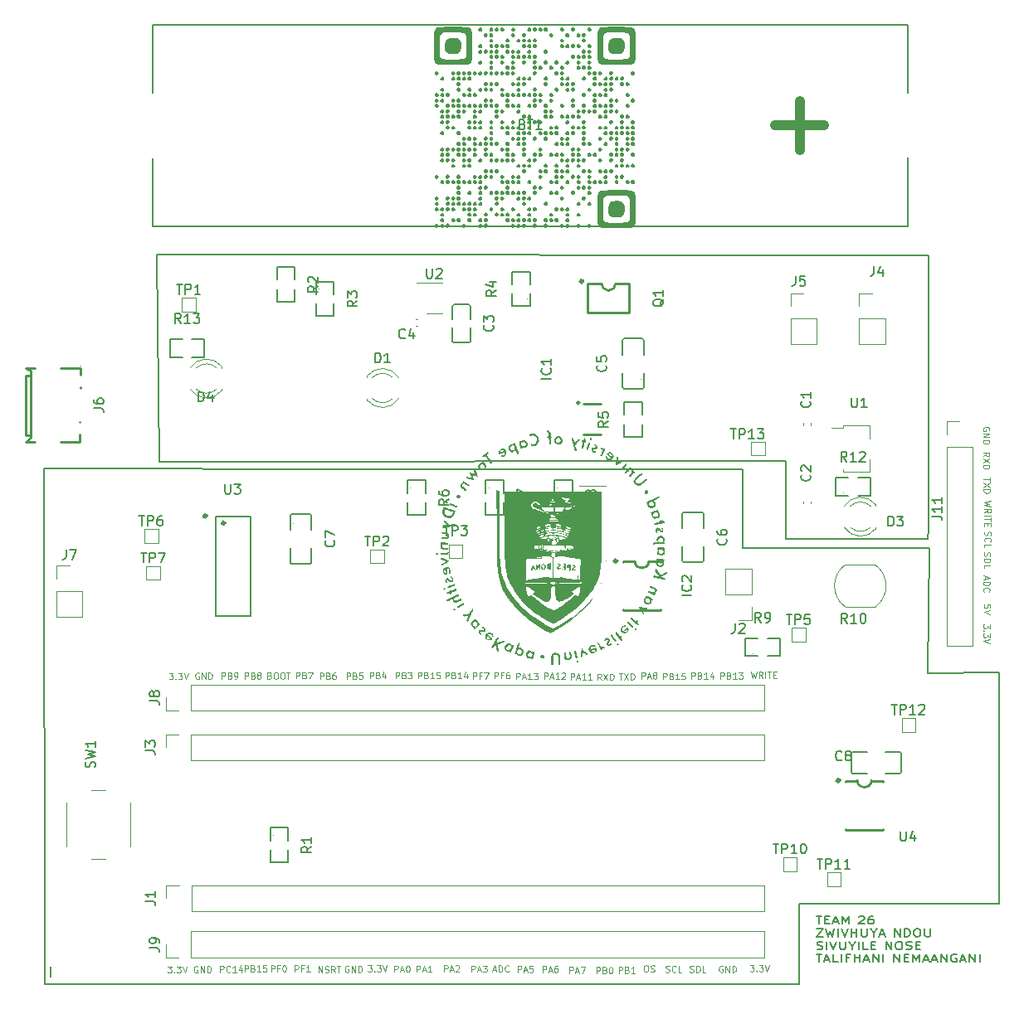
<source format=gbp>
%TF.GenerationSoftware,KiCad,Pcbnew,(7.0.0)*%
%TF.CreationDate,2023-04-04T11:17:59+02:00*%
%TF.ProjectId,Main Schematic,4d61696e-2053-4636-9865-6d617469632e,rev?*%
%TF.SameCoordinates,Original*%
%TF.FileFunction,Paste,Bot*%
%TF.FilePolarity,Positive*%
%FSLAX46Y46*%
G04 Gerber Fmt 4.6, Leading zero omitted, Abs format (unit mm)*
G04 Created by KiCad (PCBNEW (7.0.0)) date 2023-04-04 11:17:59*
%MOMM*%
%LPD*%
G01*
G04 APERTURE LIST*
%ADD10C,0.150000*%
%ADD11C,0.100000*%
%ADD12C,0.254000*%
%ADD13C,0.059995*%
%ADD14C,0.120000*%
%ADD15C,1.000000*%
%ADD16C,0.152400*%
%ADD17C,0.300000*%
G04 APERTURE END LIST*
D10*
X192659000Y-93218000D02*
X192500000Y-106010000D01*
X102362000Y-137795000D02*
X179324000Y-137795000D01*
X113792000Y-63246000D02*
X114046000Y-84455000D01*
X179324000Y-129540000D02*
X199771000Y-129540000D01*
X178020000Y-84400000D02*
X178030000Y-92330000D01*
X178030000Y-92330000D02*
X192520000Y-92330000D01*
X114046000Y-84455000D02*
X178020000Y-84400000D01*
X199771000Y-129540000D02*
X199771000Y-105918000D01*
X192532000Y-63373000D02*
X113792000Y-63246000D01*
X134874000Y-85217000D02*
X102290000Y-85150000D01*
X173609000Y-85217000D02*
X134874000Y-85217000D01*
X103000000Y-136000000D02*
X103000000Y-137000000D01*
X192659000Y-93218000D02*
X173609000Y-93218000D01*
X192532000Y-91313000D02*
X192532000Y-63373000D01*
X102290000Y-85150000D02*
X102362000Y-137795000D01*
X173609000Y-93218000D02*
X173609000Y-85217000D01*
X179324000Y-137795000D02*
X179324000Y-129540000D01*
X192520000Y-92330000D02*
X192532000Y-91313000D01*
X192500000Y-106010000D02*
X199771000Y-105918000D01*
D11*
X153334761Y-106618547D02*
X153334761Y-105968547D01*
X153334761Y-105968547D02*
X153582380Y-105968547D01*
X153582380Y-105968547D02*
X153644285Y-105999500D01*
X153644285Y-105999500D02*
X153675238Y-106030452D01*
X153675238Y-106030452D02*
X153706190Y-106092357D01*
X153706190Y-106092357D02*
X153706190Y-106185214D01*
X153706190Y-106185214D02*
X153675238Y-106247119D01*
X153675238Y-106247119D02*
X153644285Y-106278071D01*
X153644285Y-106278071D02*
X153582380Y-106309023D01*
X153582380Y-106309023D02*
X153334761Y-106309023D01*
X153953809Y-106432833D02*
X154263333Y-106432833D01*
X153891904Y-106618547D02*
X154108571Y-105968547D01*
X154108571Y-105968547D02*
X154325238Y-106618547D01*
X154882381Y-106618547D02*
X154510952Y-106618547D01*
X154696666Y-106618547D02*
X154696666Y-105968547D01*
X154696666Y-105968547D02*
X154634762Y-106061404D01*
X154634762Y-106061404D02*
X154572857Y-106123309D01*
X154572857Y-106123309D02*
X154510952Y-106154261D01*
X155130000Y-106030452D02*
X155160952Y-105999500D01*
X155160952Y-105999500D02*
X155222857Y-105968547D01*
X155222857Y-105968547D02*
X155377619Y-105968547D01*
X155377619Y-105968547D02*
X155439524Y-105999500D01*
X155439524Y-105999500D02*
X155470476Y-106030452D01*
X155470476Y-106030452D02*
X155501429Y-106092357D01*
X155501429Y-106092357D02*
X155501429Y-106154261D01*
X155501429Y-106154261D02*
X155470476Y-106247119D01*
X155470476Y-106247119D02*
X155099048Y-106618547D01*
X155099048Y-106618547D02*
X155501429Y-106618547D01*
X130464761Y-106638547D02*
X130464761Y-105988547D01*
X130464761Y-105988547D02*
X130712380Y-105988547D01*
X130712380Y-105988547D02*
X130774285Y-106019500D01*
X130774285Y-106019500D02*
X130805238Y-106050452D01*
X130805238Y-106050452D02*
X130836190Y-106112357D01*
X130836190Y-106112357D02*
X130836190Y-106205214D01*
X130836190Y-106205214D02*
X130805238Y-106267119D01*
X130805238Y-106267119D02*
X130774285Y-106298071D01*
X130774285Y-106298071D02*
X130712380Y-106329023D01*
X130712380Y-106329023D02*
X130464761Y-106329023D01*
X131331428Y-106298071D02*
X131424285Y-106329023D01*
X131424285Y-106329023D02*
X131455238Y-106359976D01*
X131455238Y-106359976D02*
X131486190Y-106421880D01*
X131486190Y-106421880D02*
X131486190Y-106514738D01*
X131486190Y-106514738D02*
X131455238Y-106576642D01*
X131455238Y-106576642D02*
X131424285Y-106607595D01*
X131424285Y-106607595D02*
X131362380Y-106638547D01*
X131362380Y-106638547D02*
X131114761Y-106638547D01*
X131114761Y-106638547D02*
X131114761Y-105988547D01*
X131114761Y-105988547D02*
X131331428Y-105988547D01*
X131331428Y-105988547D02*
X131393333Y-106019500D01*
X131393333Y-106019500D02*
X131424285Y-106050452D01*
X131424285Y-106050452D02*
X131455238Y-106112357D01*
X131455238Y-106112357D02*
X131455238Y-106174261D01*
X131455238Y-106174261D02*
X131424285Y-106236166D01*
X131424285Y-106236166D02*
X131393333Y-106267119D01*
X131393333Y-106267119D02*
X131331428Y-106298071D01*
X131331428Y-106298071D02*
X131114761Y-106298071D01*
X132043333Y-105988547D02*
X131919523Y-105988547D01*
X131919523Y-105988547D02*
X131857619Y-106019500D01*
X131857619Y-106019500D02*
X131826666Y-106050452D01*
X131826666Y-106050452D02*
X131764761Y-106143309D01*
X131764761Y-106143309D02*
X131733809Y-106267119D01*
X131733809Y-106267119D02*
X131733809Y-106514738D01*
X131733809Y-106514738D02*
X131764761Y-106576642D01*
X131764761Y-106576642D02*
X131795714Y-106607595D01*
X131795714Y-106607595D02*
X131857619Y-106638547D01*
X131857619Y-106638547D02*
X131981428Y-106638547D01*
X131981428Y-106638547D02*
X132043333Y-106607595D01*
X132043333Y-106607595D02*
X132074285Y-106576642D01*
X132074285Y-106576642D02*
X132105238Y-106514738D01*
X132105238Y-106514738D02*
X132105238Y-106359976D01*
X132105238Y-106359976D02*
X132074285Y-106298071D01*
X132074285Y-106298071D02*
X132043333Y-106267119D01*
X132043333Y-106267119D02*
X131981428Y-106236166D01*
X131981428Y-106236166D02*
X131857619Y-106236166D01*
X131857619Y-106236166D02*
X131795714Y-106267119D01*
X131795714Y-106267119D02*
X131764761Y-106298071D01*
X131764761Y-106298071D02*
X131733809Y-106359976D01*
X133184761Y-106618547D02*
X133184761Y-105968547D01*
X133184761Y-105968547D02*
X133432380Y-105968547D01*
X133432380Y-105968547D02*
X133494285Y-105999500D01*
X133494285Y-105999500D02*
X133525238Y-106030452D01*
X133525238Y-106030452D02*
X133556190Y-106092357D01*
X133556190Y-106092357D02*
X133556190Y-106185214D01*
X133556190Y-106185214D02*
X133525238Y-106247119D01*
X133525238Y-106247119D02*
X133494285Y-106278071D01*
X133494285Y-106278071D02*
X133432380Y-106309023D01*
X133432380Y-106309023D02*
X133184761Y-106309023D01*
X134051428Y-106278071D02*
X134144285Y-106309023D01*
X134144285Y-106309023D02*
X134175238Y-106339976D01*
X134175238Y-106339976D02*
X134206190Y-106401880D01*
X134206190Y-106401880D02*
X134206190Y-106494738D01*
X134206190Y-106494738D02*
X134175238Y-106556642D01*
X134175238Y-106556642D02*
X134144285Y-106587595D01*
X134144285Y-106587595D02*
X134082380Y-106618547D01*
X134082380Y-106618547D02*
X133834761Y-106618547D01*
X133834761Y-106618547D02*
X133834761Y-105968547D01*
X133834761Y-105968547D02*
X134051428Y-105968547D01*
X134051428Y-105968547D02*
X134113333Y-105999500D01*
X134113333Y-105999500D02*
X134144285Y-106030452D01*
X134144285Y-106030452D02*
X134175238Y-106092357D01*
X134175238Y-106092357D02*
X134175238Y-106154261D01*
X134175238Y-106154261D02*
X134144285Y-106216166D01*
X134144285Y-106216166D02*
X134113333Y-106247119D01*
X134113333Y-106247119D02*
X134051428Y-106278071D01*
X134051428Y-106278071D02*
X133834761Y-106278071D01*
X134794285Y-105968547D02*
X134484761Y-105968547D01*
X134484761Y-105968547D02*
X134453809Y-106278071D01*
X134453809Y-106278071D02*
X134484761Y-106247119D01*
X134484761Y-106247119D02*
X134546666Y-106216166D01*
X134546666Y-106216166D02*
X134701428Y-106216166D01*
X134701428Y-106216166D02*
X134763333Y-106247119D01*
X134763333Y-106247119D02*
X134794285Y-106278071D01*
X134794285Y-106278071D02*
X134825238Y-106339976D01*
X134825238Y-106339976D02*
X134825238Y-106494738D01*
X134825238Y-106494738D02*
X134794285Y-106556642D01*
X134794285Y-106556642D02*
X134763333Y-106587595D01*
X134763333Y-106587595D02*
X134701428Y-106618547D01*
X134701428Y-106618547D02*
X134546666Y-106618547D01*
X134546666Y-106618547D02*
X134484761Y-106587595D01*
X134484761Y-106587595D02*
X134453809Y-106556642D01*
X122804761Y-106605547D02*
X122804761Y-105955547D01*
X122804761Y-105955547D02*
X123052380Y-105955547D01*
X123052380Y-105955547D02*
X123114285Y-105986500D01*
X123114285Y-105986500D02*
X123145238Y-106017452D01*
X123145238Y-106017452D02*
X123176190Y-106079357D01*
X123176190Y-106079357D02*
X123176190Y-106172214D01*
X123176190Y-106172214D02*
X123145238Y-106234119D01*
X123145238Y-106234119D02*
X123114285Y-106265071D01*
X123114285Y-106265071D02*
X123052380Y-106296023D01*
X123052380Y-106296023D02*
X122804761Y-106296023D01*
X123671428Y-106265071D02*
X123764285Y-106296023D01*
X123764285Y-106296023D02*
X123795238Y-106326976D01*
X123795238Y-106326976D02*
X123826190Y-106388880D01*
X123826190Y-106388880D02*
X123826190Y-106481738D01*
X123826190Y-106481738D02*
X123795238Y-106543642D01*
X123795238Y-106543642D02*
X123764285Y-106574595D01*
X123764285Y-106574595D02*
X123702380Y-106605547D01*
X123702380Y-106605547D02*
X123454761Y-106605547D01*
X123454761Y-106605547D02*
X123454761Y-105955547D01*
X123454761Y-105955547D02*
X123671428Y-105955547D01*
X123671428Y-105955547D02*
X123733333Y-105986500D01*
X123733333Y-105986500D02*
X123764285Y-106017452D01*
X123764285Y-106017452D02*
X123795238Y-106079357D01*
X123795238Y-106079357D02*
X123795238Y-106141261D01*
X123795238Y-106141261D02*
X123764285Y-106203166D01*
X123764285Y-106203166D02*
X123733333Y-106234119D01*
X123733333Y-106234119D02*
X123671428Y-106265071D01*
X123671428Y-106265071D02*
X123454761Y-106265071D01*
X124197619Y-106234119D02*
X124135714Y-106203166D01*
X124135714Y-106203166D02*
X124104761Y-106172214D01*
X124104761Y-106172214D02*
X124073809Y-106110309D01*
X124073809Y-106110309D02*
X124073809Y-106079357D01*
X124073809Y-106079357D02*
X124104761Y-106017452D01*
X124104761Y-106017452D02*
X124135714Y-105986500D01*
X124135714Y-105986500D02*
X124197619Y-105955547D01*
X124197619Y-105955547D02*
X124321428Y-105955547D01*
X124321428Y-105955547D02*
X124383333Y-105986500D01*
X124383333Y-105986500D02*
X124414285Y-106017452D01*
X124414285Y-106017452D02*
X124445238Y-106079357D01*
X124445238Y-106079357D02*
X124445238Y-106110309D01*
X124445238Y-106110309D02*
X124414285Y-106172214D01*
X124414285Y-106172214D02*
X124383333Y-106203166D01*
X124383333Y-106203166D02*
X124321428Y-106234119D01*
X124321428Y-106234119D02*
X124197619Y-106234119D01*
X124197619Y-106234119D02*
X124135714Y-106265071D01*
X124135714Y-106265071D02*
X124104761Y-106296023D01*
X124104761Y-106296023D02*
X124073809Y-106357928D01*
X124073809Y-106357928D02*
X124073809Y-106481738D01*
X124073809Y-106481738D02*
X124104761Y-106543642D01*
X124104761Y-106543642D02*
X124135714Y-106574595D01*
X124135714Y-106574595D02*
X124197619Y-106605547D01*
X124197619Y-106605547D02*
X124321428Y-106605547D01*
X124321428Y-106605547D02*
X124383333Y-106574595D01*
X124383333Y-106574595D02*
X124414285Y-106543642D01*
X124414285Y-106543642D02*
X124445238Y-106481738D01*
X124445238Y-106481738D02*
X124445238Y-106357928D01*
X124445238Y-106357928D02*
X124414285Y-106296023D01*
X124414285Y-106296023D02*
X124383333Y-106265071D01*
X124383333Y-106265071D02*
X124321428Y-106234119D01*
X158684761Y-136698547D02*
X158684761Y-136048547D01*
X158684761Y-136048547D02*
X158932380Y-136048547D01*
X158932380Y-136048547D02*
X158994285Y-136079500D01*
X158994285Y-136079500D02*
X159025238Y-136110452D01*
X159025238Y-136110452D02*
X159056190Y-136172357D01*
X159056190Y-136172357D02*
X159056190Y-136265214D01*
X159056190Y-136265214D02*
X159025238Y-136327119D01*
X159025238Y-136327119D02*
X158994285Y-136358071D01*
X158994285Y-136358071D02*
X158932380Y-136389023D01*
X158932380Y-136389023D02*
X158684761Y-136389023D01*
X159551428Y-136358071D02*
X159644285Y-136389023D01*
X159644285Y-136389023D02*
X159675238Y-136419976D01*
X159675238Y-136419976D02*
X159706190Y-136481880D01*
X159706190Y-136481880D02*
X159706190Y-136574738D01*
X159706190Y-136574738D02*
X159675238Y-136636642D01*
X159675238Y-136636642D02*
X159644285Y-136667595D01*
X159644285Y-136667595D02*
X159582380Y-136698547D01*
X159582380Y-136698547D02*
X159334761Y-136698547D01*
X159334761Y-136698547D02*
X159334761Y-136048547D01*
X159334761Y-136048547D02*
X159551428Y-136048547D01*
X159551428Y-136048547D02*
X159613333Y-136079500D01*
X159613333Y-136079500D02*
X159644285Y-136110452D01*
X159644285Y-136110452D02*
X159675238Y-136172357D01*
X159675238Y-136172357D02*
X159675238Y-136234261D01*
X159675238Y-136234261D02*
X159644285Y-136296166D01*
X159644285Y-136296166D02*
X159613333Y-136327119D01*
X159613333Y-136327119D02*
X159551428Y-136358071D01*
X159551428Y-136358071D02*
X159334761Y-136358071D01*
X160108571Y-136048547D02*
X160170476Y-136048547D01*
X160170476Y-136048547D02*
X160232380Y-136079500D01*
X160232380Y-136079500D02*
X160263333Y-136110452D01*
X160263333Y-136110452D02*
X160294285Y-136172357D01*
X160294285Y-136172357D02*
X160325238Y-136296166D01*
X160325238Y-136296166D02*
X160325238Y-136450928D01*
X160325238Y-136450928D02*
X160294285Y-136574738D01*
X160294285Y-136574738D02*
X160263333Y-136636642D01*
X160263333Y-136636642D02*
X160232380Y-136667595D01*
X160232380Y-136667595D02*
X160170476Y-136698547D01*
X160170476Y-136698547D02*
X160108571Y-136698547D01*
X160108571Y-136698547D02*
X160046666Y-136667595D01*
X160046666Y-136667595D02*
X160015714Y-136636642D01*
X160015714Y-136636642D02*
X159984761Y-136574738D01*
X159984761Y-136574738D02*
X159953809Y-136450928D01*
X159953809Y-136450928D02*
X159953809Y-136296166D01*
X159953809Y-136296166D02*
X159984761Y-136172357D01*
X159984761Y-136172357D02*
X160015714Y-136110452D01*
X160015714Y-136110452D02*
X160046666Y-136079500D01*
X160046666Y-136079500D02*
X160108571Y-136048547D01*
X198861452Y-99354285D02*
X198861452Y-99044761D01*
X198861452Y-99044761D02*
X198551928Y-99013809D01*
X198551928Y-99013809D02*
X198582880Y-99044761D01*
X198582880Y-99044761D02*
X198613833Y-99106666D01*
X198613833Y-99106666D02*
X198613833Y-99261428D01*
X198613833Y-99261428D02*
X198582880Y-99323333D01*
X198582880Y-99323333D02*
X198551928Y-99354285D01*
X198551928Y-99354285D02*
X198490023Y-99385238D01*
X198490023Y-99385238D02*
X198335261Y-99385238D01*
X198335261Y-99385238D02*
X198273357Y-99354285D01*
X198273357Y-99354285D02*
X198242404Y-99323333D01*
X198242404Y-99323333D02*
X198211452Y-99261428D01*
X198211452Y-99261428D02*
X198211452Y-99106666D01*
X198211452Y-99106666D02*
X198242404Y-99044761D01*
X198242404Y-99044761D02*
X198273357Y-99013809D01*
X198861452Y-99570952D02*
X198211452Y-99787619D01*
X198211452Y-99787619D02*
X198861452Y-100004286D01*
X125341428Y-106268071D02*
X125434285Y-106299023D01*
X125434285Y-106299023D02*
X125465238Y-106329976D01*
X125465238Y-106329976D02*
X125496190Y-106391880D01*
X125496190Y-106391880D02*
X125496190Y-106484738D01*
X125496190Y-106484738D02*
X125465238Y-106546642D01*
X125465238Y-106546642D02*
X125434285Y-106577595D01*
X125434285Y-106577595D02*
X125372380Y-106608547D01*
X125372380Y-106608547D02*
X125124761Y-106608547D01*
X125124761Y-106608547D02*
X125124761Y-105958547D01*
X125124761Y-105958547D02*
X125341428Y-105958547D01*
X125341428Y-105958547D02*
X125403333Y-105989500D01*
X125403333Y-105989500D02*
X125434285Y-106020452D01*
X125434285Y-106020452D02*
X125465238Y-106082357D01*
X125465238Y-106082357D02*
X125465238Y-106144261D01*
X125465238Y-106144261D02*
X125434285Y-106206166D01*
X125434285Y-106206166D02*
X125403333Y-106237119D01*
X125403333Y-106237119D02*
X125341428Y-106268071D01*
X125341428Y-106268071D02*
X125124761Y-106268071D01*
X125898571Y-105958547D02*
X126022380Y-105958547D01*
X126022380Y-105958547D02*
X126084285Y-105989500D01*
X126084285Y-105989500D02*
X126146190Y-106051404D01*
X126146190Y-106051404D02*
X126177142Y-106175214D01*
X126177142Y-106175214D02*
X126177142Y-106391880D01*
X126177142Y-106391880D02*
X126146190Y-106515690D01*
X126146190Y-106515690D02*
X126084285Y-106577595D01*
X126084285Y-106577595D02*
X126022380Y-106608547D01*
X126022380Y-106608547D02*
X125898571Y-106608547D01*
X125898571Y-106608547D02*
X125836666Y-106577595D01*
X125836666Y-106577595D02*
X125774761Y-106515690D01*
X125774761Y-106515690D02*
X125743809Y-106391880D01*
X125743809Y-106391880D02*
X125743809Y-106175214D01*
X125743809Y-106175214D02*
X125774761Y-106051404D01*
X125774761Y-106051404D02*
X125836666Y-105989500D01*
X125836666Y-105989500D02*
X125898571Y-105958547D01*
X126579523Y-105958547D02*
X126703332Y-105958547D01*
X126703332Y-105958547D02*
X126765237Y-105989500D01*
X126765237Y-105989500D02*
X126827142Y-106051404D01*
X126827142Y-106051404D02*
X126858094Y-106175214D01*
X126858094Y-106175214D02*
X126858094Y-106391880D01*
X126858094Y-106391880D02*
X126827142Y-106515690D01*
X126827142Y-106515690D02*
X126765237Y-106577595D01*
X126765237Y-106577595D02*
X126703332Y-106608547D01*
X126703332Y-106608547D02*
X126579523Y-106608547D01*
X126579523Y-106608547D02*
X126517618Y-106577595D01*
X126517618Y-106577595D02*
X126455713Y-106515690D01*
X126455713Y-106515690D02*
X126424761Y-106391880D01*
X126424761Y-106391880D02*
X126424761Y-106175214D01*
X126424761Y-106175214D02*
X126455713Y-106051404D01*
X126455713Y-106051404D02*
X126517618Y-105989500D01*
X126517618Y-105989500D02*
X126579523Y-105958547D01*
X127043808Y-105958547D02*
X127415237Y-105958547D01*
X127229523Y-106608547D02*
X127229523Y-105958547D01*
X130334761Y-136598547D02*
X130334761Y-135948547D01*
X130334761Y-135948547D02*
X130706190Y-136598547D01*
X130706190Y-136598547D02*
X130706190Y-135948547D01*
X130984761Y-136567595D02*
X131077618Y-136598547D01*
X131077618Y-136598547D02*
X131232380Y-136598547D01*
X131232380Y-136598547D02*
X131294285Y-136567595D01*
X131294285Y-136567595D02*
X131325237Y-136536642D01*
X131325237Y-136536642D02*
X131356190Y-136474738D01*
X131356190Y-136474738D02*
X131356190Y-136412833D01*
X131356190Y-136412833D02*
X131325237Y-136350928D01*
X131325237Y-136350928D02*
X131294285Y-136319976D01*
X131294285Y-136319976D02*
X131232380Y-136289023D01*
X131232380Y-136289023D02*
X131108571Y-136258071D01*
X131108571Y-136258071D02*
X131046666Y-136227119D01*
X131046666Y-136227119D02*
X131015713Y-136196166D01*
X131015713Y-136196166D02*
X130984761Y-136134261D01*
X130984761Y-136134261D02*
X130984761Y-136072357D01*
X130984761Y-136072357D02*
X131015713Y-136010452D01*
X131015713Y-136010452D02*
X131046666Y-135979500D01*
X131046666Y-135979500D02*
X131108571Y-135948547D01*
X131108571Y-135948547D02*
X131263332Y-135948547D01*
X131263332Y-135948547D02*
X131356190Y-135979500D01*
X132006190Y-136598547D02*
X131789523Y-136289023D01*
X131634761Y-136598547D02*
X131634761Y-135948547D01*
X131634761Y-135948547D02*
X131882380Y-135948547D01*
X131882380Y-135948547D02*
X131944285Y-135979500D01*
X131944285Y-135979500D02*
X131975238Y-136010452D01*
X131975238Y-136010452D02*
X132006190Y-136072357D01*
X132006190Y-136072357D02*
X132006190Y-136165214D01*
X132006190Y-136165214D02*
X131975238Y-136227119D01*
X131975238Y-136227119D02*
X131944285Y-136258071D01*
X131944285Y-136258071D02*
X131882380Y-136289023D01*
X131882380Y-136289023D02*
X131634761Y-136289023D01*
X132191904Y-135948547D02*
X132563333Y-135948547D01*
X132377619Y-136598547D02*
X132377619Y-135948547D01*
X198242404Y-93693809D02*
X198211452Y-93786666D01*
X198211452Y-93786666D02*
X198211452Y-93941428D01*
X198211452Y-93941428D02*
X198242404Y-94003333D01*
X198242404Y-94003333D02*
X198273357Y-94034285D01*
X198273357Y-94034285D02*
X198335261Y-94065238D01*
X198335261Y-94065238D02*
X198397166Y-94065238D01*
X198397166Y-94065238D02*
X198459071Y-94034285D01*
X198459071Y-94034285D02*
X198490023Y-94003333D01*
X198490023Y-94003333D02*
X198520976Y-93941428D01*
X198520976Y-93941428D02*
X198551928Y-93817619D01*
X198551928Y-93817619D02*
X198582880Y-93755714D01*
X198582880Y-93755714D02*
X198613833Y-93724761D01*
X198613833Y-93724761D02*
X198675738Y-93693809D01*
X198675738Y-93693809D02*
X198737642Y-93693809D01*
X198737642Y-93693809D02*
X198799547Y-93724761D01*
X198799547Y-93724761D02*
X198830500Y-93755714D01*
X198830500Y-93755714D02*
X198861452Y-93817619D01*
X198861452Y-93817619D02*
X198861452Y-93972380D01*
X198861452Y-93972380D02*
X198830500Y-94065238D01*
X198211452Y-94343809D02*
X198861452Y-94343809D01*
X198861452Y-94343809D02*
X198861452Y-94498571D01*
X198861452Y-94498571D02*
X198830500Y-94591428D01*
X198830500Y-94591428D02*
X198768595Y-94653333D01*
X198768595Y-94653333D02*
X198706690Y-94684286D01*
X198706690Y-94684286D02*
X198582880Y-94715238D01*
X198582880Y-94715238D02*
X198490023Y-94715238D01*
X198490023Y-94715238D02*
X198366214Y-94684286D01*
X198366214Y-94684286D02*
X198304309Y-94653333D01*
X198304309Y-94653333D02*
X198242404Y-94591428D01*
X198242404Y-94591428D02*
X198211452Y-94498571D01*
X198211452Y-94498571D02*
X198211452Y-94343809D01*
X198211452Y-95303333D02*
X198211452Y-94993809D01*
X198211452Y-94993809D02*
X198861452Y-94993809D01*
X120424761Y-106598547D02*
X120424761Y-105948547D01*
X120424761Y-105948547D02*
X120672380Y-105948547D01*
X120672380Y-105948547D02*
X120734285Y-105979500D01*
X120734285Y-105979500D02*
X120765238Y-106010452D01*
X120765238Y-106010452D02*
X120796190Y-106072357D01*
X120796190Y-106072357D02*
X120796190Y-106165214D01*
X120796190Y-106165214D02*
X120765238Y-106227119D01*
X120765238Y-106227119D02*
X120734285Y-106258071D01*
X120734285Y-106258071D02*
X120672380Y-106289023D01*
X120672380Y-106289023D02*
X120424761Y-106289023D01*
X121291428Y-106258071D02*
X121384285Y-106289023D01*
X121384285Y-106289023D02*
X121415238Y-106319976D01*
X121415238Y-106319976D02*
X121446190Y-106381880D01*
X121446190Y-106381880D02*
X121446190Y-106474738D01*
X121446190Y-106474738D02*
X121415238Y-106536642D01*
X121415238Y-106536642D02*
X121384285Y-106567595D01*
X121384285Y-106567595D02*
X121322380Y-106598547D01*
X121322380Y-106598547D02*
X121074761Y-106598547D01*
X121074761Y-106598547D02*
X121074761Y-105948547D01*
X121074761Y-105948547D02*
X121291428Y-105948547D01*
X121291428Y-105948547D02*
X121353333Y-105979500D01*
X121353333Y-105979500D02*
X121384285Y-106010452D01*
X121384285Y-106010452D02*
X121415238Y-106072357D01*
X121415238Y-106072357D02*
X121415238Y-106134261D01*
X121415238Y-106134261D02*
X121384285Y-106196166D01*
X121384285Y-106196166D02*
X121353333Y-106227119D01*
X121353333Y-106227119D02*
X121291428Y-106258071D01*
X121291428Y-106258071D02*
X121074761Y-106258071D01*
X121755714Y-106598547D02*
X121879523Y-106598547D01*
X121879523Y-106598547D02*
X121941428Y-106567595D01*
X121941428Y-106567595D02*
X121972380Y-106536642D01*
X121972380Y-106536642D02*
X122034285Y-106443785D01*
X122034285Y-106443785D02*
X122065238Y-106319976D01*
X122065238Y-106319976D02*
X122065238Y-106072357D01*
X122065238Y-106072357D02*
X122034285Y-106010452D01*
X122034285Y-106010452D02*
X122003333Y-105979500D01*
X122003333Y-105979500D02*
X121941428Y-105948547D01*
X121941428Y-105948547D02*
X121817619Y-105948547D01*
X121817619Y-105948547D02*
X121755714Y-105979500D01*
X121755714Y-105979500D02*
X121724761Y-106010452D01*
X121724761Y-106010452D02*
X121693809Y-106072357D01*
X121693809Y-106072357D02*
X121693809Y-106227119D01*
X121693809Y-106227119D02*
X121724761Y-106289023D01*
X121724761Y-106289023D02*
X121755714Y-106319976D01*
X121755714Y-106319976D02*
X121817619Y-106350928D01*
X121817619Y-106350928D02*
X121941428Y-106350928D01*
X121941428Y-106350928D02*
X122003333Y-106319976D01*
X122003333Y-106319976D02*
X122034285Y-106289023D01*
X122034285Y-106289023D02*
X122065238Y-106227119D01*
X120294761Y-136558547D02*
X120294761Y-135908547D01*
X120294761Y-135908547D02*
X120542380Y-135908547D01*
X120542380Y-135908547D02*
X120604285Y-135939500D01*
X120604285Y-135939500D02*
X120635238Y-135970452D01*
X120635238Y-135970452D02*
X120666190Y-136032357D01*
X120666190Y-136032357D02*
X120666190Y-136125214D01*
X120666190Y-136125214D02*
X120635238Y-136187119D01*
X120635238Y-136187119D02*
X120604285Y-136218071D01*
X120604285Y-136218071D02*
X120542380Y-136249023D01*
X120542380Y-136249023D02*
X120294761Y-136249023D01*
X121316190Y-136496642D02*
X121285238Y-136527595D01*
X121285238Y-136527595D02*
X121192380Y-136558547D01*
X121192380Y-136558547D02*
X121130476Y-136558547D01*
X121130476Y-136558547D02*
X121037619Y-136527595D01*
X121037619Y-136527595D02*
X120975714Y-136465690D01*
X120975714Y-136465690D02*
X120944761Y-136403785D01*
X120944761Y-136403785D02*
X120913809Y-136279976D01*
X120913809Y-136279976D02*
X120913809Y-136187119D01*
X120913809Y-136187119D02*
X120944761Y-136063309D01*
X120944761Y-136063309D02*
X120975714Y-136001404D01*
X120975714Y-136001404D02*
X121037619Y-135939500D01*
X121037619Y-135939500D02*
X121130476Y-135908547D01*
X121130476Y-135908547D02*
X121192380Y-135908547D01*
X121192380Y-135908547D02*
X121285238Y-135939500D01*
X121285238Y-135939500D02*
X121316190Y-135970452D01*
X121935238Y-136558547D02*
X121563809Y-136558547D01*
X121749523Y-136558547D02*
X121749523Y-135908547D01*
X121749523Y-135908547D02*
X121687619Y-136001404D01*
X121687619Y-136001404D02*
X121625714Y-136063309D01*
X121625714Y-136063309D02*
X121563809Y-136094261D01*
X122492381Y-136125214D02*
X122492381Y-136558547D01*
X122337619Y-135877595D02*
X122182857Y-136341880D01*
X122182857Y-136341880D02*
X122585238Y-136341880D01*
X171555238Y-135939500D02*
X171493333Y-135908547D01*
X171493333Y-135908547D02*
X171400476Y-135908547D01*
X171400476Y-135908547D02*
X171307619Y-135939500D01*
X171307619Y-135939500D02*
X171245714Y-136001404D01*
X171245714Y-136001404D02*
X171214761Y-136063309D01*
X171214761Y-136063309D02*
X171183809Y-136187119D01*
X171183809Y-136187119D02*
X171183809Y-136279976D01*
X171183809Y-136279976D02*
X171214761Y-136403785D01*
X171214761Y-136403785D02*
X171245714Y-136465690D01*
X171245714Y-136465690D02*
X171307619Y-136527595D01*
X171307619Y-136527595D02*
X171400476Y-136558547D01*
X171400476Y-136558547D02*
X171462380Y-136558547D01*
X171462380Y-136558547D02*
X171555238Y-136527595D01*
X171555238Y-136527595D02*
X171586190Y-136496642D01*
X171586190Y-136496642D02*
X171586190Y-136279976D01*
X171586190Y-136279976D02*
X171462380Y-136279976D01*
X171864761Y-136558547D02*
X171864761Y-135908547D01*
X171864761Y-135908547D02*
X172236190Y-136558547D01*
X172236190Y-136558547D02*
X172236190Y-135908547D01*
X172545713Y-136558547D02*
X172545713Y-135908547D01*
X172545713Y-135908547D02*
X172700475Y-135908547D01*
X172700475Y-135908547D02*
X172793332Y-135939500D01*
X172793332Y-135939500D02*
X172855237Y-136001404D01*
X172855237Y-136001404D02*
X172886190Y-136063309D01*
X172886190Y-136063309D02*
X172917142Y-136187119D01*
X172917142Y-136187119D02*
X172917142Y-136279976D01*
X172917142Y-136279976D02*
X172886190Y-136403785D01*
X172886190Y-136403785D02*
X172855237Y-136465690D01*
X172855237Y-136465690D02*
X172793332Y-136527595D01*
X172793332Y-136527595D02*
X172700475Y-136558547D01*
X172700475Y-136558547D02*
X172545713Y-136558547D01*
X117985238Y-135979500D02*
X117923333Y-135948547D01*
X117923333Y-135948547D02*
X117830476Y-135948547D01*
X117830476Y-135948547D02*
X117737619Y-135979500D01*
X117737619Y-135979500D02*
X117675714Y-136041404D01*
X117675714Y-136041404D02*
X117644761Y-136103309D01*
X117644761Y-136103309D02*
X117613809Y-136227119D01*
X117613809Y-136227119D02*
X117613809Y-136319976D01*
X117613809Y-136319976D02*
X117644761Y-136443785D01*
X117644761Y-136443785D02*
X117675714Y-136505690D01*
X117675714Y-136505690D02*
X117737619Y-136567595D01*
X117737619Y-136567595D02*
X117830476Y-136598547D01*
X117830476Y-136598547D02*
X117892380Y-136598547D01*
X117892380Y-136598547D02*
X117985238Y-136567595D01*
X117985238Y-136567595D02*
X118016190Y-136536642D01*
X118016190Y-136536642D02*
X118016190Y-136319976D01*
X118016190Y-136319976D02*
X117892380Y-136319976D01*
X118294761Y-136598547D02*
X118294761Y-135948547D01*
X118294761Y-135948547D02*
X118666190Y-136598547D01*
X118666190Y-136598547D02*
X118666190Y-135948547D01*
X118975713Y-136598547D02*
X118975713Y-135948547D01*
X118975713Y-135948547D02*
X119130475Y-135948547D01*
X119130475Y-135948547D02*
X119223332Y-135979500D01*
X119223332Y-135979500D02*
X119285237Y-136041404D01*
X119285237Y-136041404D02*
X119316190Y-136103309D01*
X119316190Y-136103309D02*
X119347142Y-136227119D01*
X119347142Y-136227119D02*
X119347142Y-136319976D01*
X119347142Y-136319976D02*
X119316190Y-136443785D01*
X119316190Y-136443785D02*
X119285237Y-136505690D01*
X119285237Y-136505690D02*
X119223332Y-136567595D01*
X119223332Y-136567595D02*
X119130475Y-136598547D01*
X119130475Y-136598547D02*
X118975713Y-136598547D01*
X135362857Y-135878547D02*
X135765238Y-135878547D01*
X135765238Y-135878547D02*
X135548571Y-136126166D01*
X135548571Y-136126166D02*
X135641428Y-136126166D01*
X135641428Y-136126166D02*
X135703333Y-136157119D01*
X135703333Y-136157119D02*
X135734285Y-136188071D01*
X135734285Y-136188071D02*
X135765238Y-136249976D01*
X135765238Y-136249976D02*
X135765238Y-136404738D01*
X135765238Y-136404738D02*
X135734285Y-136466642D01*
X135734285Y-136466642D02*
X135703333Y-136497595D01*
X135703333Y-136497595D02*
X135641428Y-136528547D01*
X135641428Y-136528547D02*
X135455714Y-136528547D01*
X135455714Y-136528547D02*
X135393809Y-136497595D01*
X135393809Y-136497595D02*
X135362857Y-136466642D01*
X136043809Y-136466642D02*
X136074762Y-136497595D01*
X136074762Y-136497595D02*
X136043809Y-136528547D01*
X136043809Y-136528547D02*
X136012857Y-136497595D01*
X136012857Y-136497595D02*
X136043809Y-136466642D01*
X136043809Y-136466642D02*
X136043809Y-136528547D01*
X136291429Y-135878547D02*
X136693810Y-135878547D01*
X136693810Y-135878547D02*
X136477143Y-136126166D01*
X136477143Y-136126166D02*
X136570000Y-136126166D01*
X136570000Y-136126166D02*
X136631905Y-136157119D01*
X136631905Y-136157119D02*
X136662857Y-136188071D01*
X136662857Y-136188071D02*
X136693810Y-136249976D01*
X136693810Y-136249976D02*
X136693810Y-136404738D01*
X136693810Y-136404738D02*
X136662857Y-136466642D01*
X136662857Y-136466642D02*
X136631905Y-136497595D01*
X136631905Y-136497595D02*
X136570000Y-136528547D01*
X136570000Y-136528547D02*
X136384286Y-136528547D01*
X136384286Y-136528547D02*
X136322381Y-136497595D01*
X136322381Y-136497595D02*
X136291429Y-136466642D01*
X136879524Y-135878547D02*
X137096191Y-136528547D01*
X137096191Y-136528547D02*
X137312858Y-135878547D01*
X168384761Y-106598547D02*
X168384761Y-105948547D01*
X168384761Y-105948547D02*
X168632380Y-105948547D01*
X168632380Y-105948547D02*
X168694285Y-105979500D01*
X168694285Y-105979500D02*
X168725238Y-106010452D01*
X168725238Y-106010452D02*
X168756190Y-106072357D01*
X168756190Y-106072357D02*
X168756190Y-106165214D01*
X168756190Y-106165214D02*
X168725238Y-106227119D01*
X168725238Y-106227119D02*
X168694285Y-106258071D01*
X168694285Y-106258071D02*
X168632380Y-106289023D01*
X168632380Y-106289023D02*
X168384761Y-106289023D01*
X169251428Y-106258071D02*
X169344285Y-106289023D01*
X169344285Y-106289023D02*
X169375238Y-106319976D01*
X169375238Y-106319976D02*
X169406190Y-106381880D01*
X169406190Y-106381880D02*
X169406190Y-106474738D01*
X169406190Y-106474738D02*
X169375238Y-106536642D01*
X169375238Y-106536642D02*
X169344285Y-106567595D01*
X169344285Y-106567595D02*
X169282380Y-106598547D01*
X169282380Y-106598547D02*
X169034761Y-106598547D01*
X169034761Y-106598547D02*
X169034761Y-105948547D01*
X169034761Y-105948547D02*
X169251428Y-105948547D01*
X169251428Y-105948547D02*
X169313333Y-105979500D01*
X169313333Y-105979500D02*
X169344285Y-106010452D01*
X169344285Y-106010452D02*
X169375238Y-106072357D01*
X169375238Y-106072357D02*
X169375238Y-106134261D01*
X169375238Y-106134261D02*
X169344285Y-106196166D01*
X169344285Y-106196166D02*
X169313333Y-106227119D01*
X169313333Y-106227119D02*
X169251428Y-106258071D01*
X169251428Y-106258071D02*
X169034761Y-106258071D01*
X170025238Y-106598547D02*
X169653809Y-106598547D01*
X169839523Y-106598547D02*
X169839523Y-105948547D01*
X169839523Y-105948547D02*
X169777619Y-106041404D01*
X169777619Y-106041404D02*
X169715714Y-106103309D01*
X169715714Y-106103309D02*
X169653809Y-106134261D01*
X170582381Y-106165214D02*
X170582381Y-106598547D01*
X170427619Y-105917595D02*
X170272857Y-106381880D01*
X170272857Y-106381880D02*
X170675238Y-106381880D01*
X118115238Y-106019500D02*
X118053333Y-105988547D01*
X118053333Y-105988547D02*
X117960476Y-105988547D01*
X117960476Y-105988547D02*
X117867619Y-106019500D01*
X117867619Y-106019500D02*
X117805714Y-106081404D01*
X117805714Y-106081404D02*
X117774761Y-106143309D01*
X117774761Y-106143309D02*
X117743809Y-106267119D01*
X117743809Y-106267119D02*
X117743809Y-106359976D01*
X117743809Y-106359976D02*
X117774761Y-106483785D01*
X117774761Y-106483785D02*
X117805714Y-106545690D01*
X117805714Y-106545690D02*
X117867619Y-106607595D01*
X117867619Y-106607595D02*
X117960476Y-106638547D01*
X117960476Y-106638547D02*
X118022380Y-106638547D01*
X118022380Y-106638547D02*
X118115238Y-106607595D01*
X118115238Y-106607595D02*
X118146190Y-106576642D01*
X118146190Y-106576642D02*
X118146190Y-106359976D01*
X118146190Y-106359976D02*
X118022380Y-106359976D01*
X118424761Y-106638547D02*
X118424761Y-105988547D01*
X118424761Y-105988547D02*
X118796190Y-106638547D01*
X118796190Y-106638547D02*
X118796190Y-105988547D01*
X119105713Y-106638547D02*
X119105713Y-105988547D01*
X119105713Y-105988547D02*
X119260475Y-105988547D01*
X119260475Y-105988547D02*
X119353332Y-106019500D01*
X119353332Y-106019500D02*
X119415237Y-106081404D01*
X119415237Y-106081404D02*
X119446190Y-106143309D01*
X119446190Y-106143309D02*
X119477142Y-106267119D01*
X119477142Y-106267119D02*
X119477142Y-106359976D01*
X119477142Y-106359976D02*
X119446190Y-106483785D01*
X119446190Y-106483785D02*
X119415237Y-106545690D01*
X119415237Y-106545690D02*
X119353332Y-106607595D01*
X119353332Y-106607595D02*
X119260475Y-106638547D01*
X119260475Y-106638547D02*
X119105713Y-106638547D01*
X155924761Y-136692019D02*
X155924761Y-136012019D01*
X155924761Y-136012019D02*
X156172380Y-136012019D01*
X156172380Y-136012019D02*
X156234285Y-136044400D01*
X156234285Y-136044400D02*
X156265238Y-136076780D01*
X156265238Y-136076780D02*
X156296190Y-136141542D01*
X156296190Y-136141542D02*
X156296190Y-136238685D01*
X156296190Y-136238685D02*
X156265238Y-136303447D01*
X156265238Y-136303447D02*
X156234285Y-136335828D01*
X156234285Y-136335828D02*
X156172380Y-136368209D01*
X156172380Y-136368209D02*
X155924761Y-136368209D01*
X156543809Y-136497733D02*
X156853333Y-136497733D01*
X156481904Y-136692019D02*
X156698571Y-136012019D01*
X156698571Y-136012019D02*
X156915238Y-136692019D01*
X157070000Y-136012019D02*
X157503333Y-136012019D01*
X157503333Y-136012019D02*
X157224762Y-136692019D01*
X138064761Y-136538547D02*
X138064761Y-135888547D01*
X138064761Y-135888547D02*
X138312380Y-135888547D01*
X138312380Y-135888547D02*
X138374285Y-135919500D01*
X138374285Y-135919500D02*
X138405238Y-135950452D01*
X138405238Y-135950452D02*
X138436190Y-136012357D01*
X138436190Y-136012357D02*
X138436190Y-136105214D01*
X138436190Y-136105214D02*
X138405238Y-136167119D01*
X138405238Y-136167119D02*
X138374285Y-136198071D01*
X138374285Y-136198071D02*
X138312380Y-136229023D01*
X138312380Y-136229023D02*
X138064761Y-136229023D01*
X138683809Y-136352833D02*
X138993333Y-136352833D01*
X138621904Y-136538547D02*
X138838571Y-135888547D01*
X138838571Y-135888547D02*
X139055238Y-136538547D01*
X139395714Y-135888547D02*
X139457619Y-135888547D01*
X139457619Y-135888547D02*
X139519523Y-135919500D01*
X139519523Y-135919500D02*
X139550476Y-135950452D01*
X139550476Y-135950452D02*
X139581428Y-136012357D01*
X139581428Y-136012357D02*
X139612381Y-136136166D01*
X139612381Y-136136166D02*
X139612381Y-136290928D01*
X139612381Y-136290928D02*
X139581428Y-136414738D01*
X139581428Y-136414738D02*
X139550476Y-136476642D01*
X139550476Y-136476642D02*
X139519523Y-136507595D01*
X139519523Y-136507595D02*
X139457619Y-136538547D01*
X139457619Y-136538547D02*
X139395714Y-136538547D01*
X139395714Y-136538547D02*
X139333809Y-136507595D01*
X139333809Y-136507595D02*
X139302857Y-136476642D01*
X139302857Y-136476642D02*
X139271904Y-136414738D01*
X139271904Y-136414738D02*
X139240952Y-136290928D01*
X139240952Y-136290928D02*
X139240952Y-136136166D01*
X139240952Y-136136166D02*
X139271904Y-136012357D01*
X139271904Y-136012357D02*
X139302857Y-135950452D01*
X139302857Y-135950452D02*
X139333809Y-135919500D01*
X139333809Y-135919500D02*
X139395714Y-135888547D01*
X174332857Y-135838547D02*
X174735238Y-135838547D01*
X174735238Y-135838547D02*
X174518571Y-136086166D01*
X174518571Y-136086166D02*
X174611428Y-136086166D01*
X174611428Y-136086166D02*
X174673333Y-136117119D01*
X174673333Y-136117119D02*
X174704285Y-136148071D01*
X174704285Y-136148071D02*
X174735238Y-136209976D01*
X174735238Y-136209976D02*
X174735238Y-136364738D01*
X174735238Y-136364738D02*
X174704285Y-136426642D01*
X174704285Y-136426642D02*
X174673333Y-136457595D01*
X174673333Y-136457595D02*
X174611428Y-136488547D01*
X174611428Y-136488547D02*
X174425714Y-136488547D01*
X174425714Y-136488547D02*
X174363809Y-136457595D01*
X174363809Y-136457595D02*
X174332857Y-136426642D01*
X175013809Y-136426642D02*
X175044762Y-136457595D01*
X175044762Y-136457595D02*
X175013809Y-136488547D01*
X175013809Y-136488547D02*
X174982857Y-136457595D01*
X174982857Y-136457595D02*
X175013809Y-136426642D01*
X175013809Y-136426642D02*
X175013809Y-136488547D01*
X175261429Y-135838547D02*
X175663810Y-135838547D01*
X175663810Y-135838547D02*
X175447143Y-136086166D01*
X175447143Y-136086166D02*
X175540000Y-136086166D01*
X175540000Y-136086166D02*
X175601905Y-136117119D01*
X175601905Y-136117119D02*
X175632857Y-136148071D01*
X175632857Y-136148071D02*
X175663810Y-136209976D01*
X175663810Y-136209976D02*
X175663810Y-136364738D01*
X175663810Y-136364738D02*
X175632857Y-136426642D01*
X175632857Y-136426642D02*
X175601905Y-136457595D01*
X175601905Y-136457595D02*
X175540000Y-136488547D01*
X175540000Y-136488547D02*
X175354286Y-136488547D01*
X175354286Y-136488547D02*
X175292381Y-136457595D01*
X175292381Y-136457595D02*
X175261429Y-136426642D01*
X175849524Y-135838547D02*
X176066191Y-136488547D01*
X176066191Y-136488547D02*
X176282858Y-135838547D01*
X156054761Y-106732019D02*
X156054761Y-106052019D01*
X156054761Y-106052019D02*
X156302380Y-106052019D01*
X156302380Y-106052019D02*
X156364285Y-106084400D01*
X156364285Y-106084400D02*
X156395238Y-106116780D01*
X156395238Y-106116780D02*
X156426190Y-106181542D01*
X156426190Y-106181542D02*
X156426190Y-106278685D01*
X156426190Y-106278685D02*
X156395238Y-106343447D01*
X156395238Y-106343447D02*
X156364285Y-106375828D01*
X156364285Y-106375828D02*
X156302380Y-106408209D01*
X156302380Y-106408209D02*
X156054761Y-106408209D01*
X156673809Y-106537733D02*
X156983333Y-106537733D01*
X156611904Y-106732019D02*
X156828571Y-106052019D01*
X156828571Y-106052019D02*
X157045238Y-106732019D01*
X157602381Y-106732019D02*
X157230952Y-106732019D01*
X157416666Y-106732019D02*
X157416666Y-106052019D01*
X157416666Y-106052019D02*
X157354762Y-106149161D01*
X157354762Y-106149161D02*
X157292857Y-106213923D01*
X157292857Y-106213923D02*
X157230952Y-106246304D01*
X158221429Y-106732019D02*
X157850000Y-106732019D01*
X158035714Y-106732019D02*
X158035714Y-106052019D01*
X158035714Y-106052019D02*
X157973810Y-106149161D01*
X157973810Y-106149161D02*
X157911905Y-106213923D01*
X157911905Y-106213923D02*
X157850000Y-106246304D01*
X140334761Y-136538547D02*
X140334761Y-135888547D01*
X140334761Y-135888547D02*
X140582380Y-135888547D01*
X140582380Y-135888547D02*
X140644285Y-135919500D01*
X140644285Y-135919500D02*
X140675238Y-135950452D01*
X140675238Y-135950452D02*
X140706190Y-136012357D01*
X140706190Y-136012357D02*
X140706190Y-136105214D01*
X140706190Y-136105214D02*
X140675238Y-136167119D01*
X140675238Y-136167119D02*
X140644285Y-136198071D01*
X140644285Y-136198071D02*
X140582380Y-136229023D01*
X140582380Y-136229023D02*
X140334761Y-136229023D01*
X140953809Y-136352833D02*
X141263333Y-136352833D01*
X140891904Y-136538547D02*
X141108571Y-135888547D01*
X141108571Y-135888547D02*
X141325238Y-136538547D01*
X141882381Y-136538547D02*
X141510952Y-136538547D01*
X141696666Y-136538547D02*
X141696666Y-135888547D01*
X141696666Y-135888547D02*
X141634762Y-135981404D01*
X141634762Y-135981404D02*
X141572857Y-136043309D01*
X141572857Y-136043309D02*
X141510952Y-136074261D01*
X165484761Y-106668547D02*
X165484761Y-106018547D01*
X165484761Y-106018547D02*
X165732380Y-106018547D01*
X165732380Y-106018547D02*
X165794285Y-106049500D01*
X165794285Y-106049500D02*
X165825238Y-106080452D01*
X165825238Y-106080452D02*
X165856190Y-106142357D01*
X165856190Y-106142357D02*
X165856190Y-106235214D01*
X165856190Y-106235214D02*
X165825238Y-106297119D01*
X165825238Y-106297119D02*
X165794285Y-106328071D01*
X165794285Y-106328071D02*
X165732380Y-106359023D01*
X165732380Y-106359023D02*
X165484761Y-106359023D01*
X166351428Y-106328071D02*
X166444285Y-106359023D01*
X166444285Y-106359023D02*
X166475238Y-106389976D01*
X166475238Y-106389976D02*
X166506190Y-106451880D01*
X166506190Y-106451880D02*
X166506190Y-106544738D01*
X166506190Y-106544738D02*
X166475238Y-106606642D01*
X166475238Y-106606642D02*
X166444285Y-106637595D01*
X166444285Y-106637595D02*
X166382380Y-106668547D01*
X166382380Y-106668547D02*
X166134761Y-106668547D01*
X166134761Y-106668547D02*
X166134761Y-106018547D01*
X166134761Y-106018547D02*
X166351428Y-106018547D01*
X166351428Y-106018547D02*
X166413333Y-106049500D01*
X166413333Y-106049500D02*
X166444285Y-106080452D01*
X166444285Y-106080452D02*
X166475238Y-106142357D01*
X166475238Y-106142357D02*
X166475238Y-106204261D01*
X166475238Y-106204261D02*
X166444285Y-106266166D01*
X166444285Y-106266166D02*
X166413333Y-106297119D01*
X166413333Y-106297119D02*
X166351428Y-106328071D01*
X166351428Y-106328071D02*
X166134761Y-106328071D01*
X167125238Y-106668547D02*
X166753809Y-106668547D01*
X166939523Y-106668547D02*
X166939523Y-106018547D01*
X166939523Y-106018547D02*
X166877619Y-106111404D01*
X166877619Y-106111404D02*
X166815714Y-106173309D01*
X166815714Y-106173309D02*
X166753809Y-106204261D01*
X167713333Y-106018547D02*
X167403809Y-106018547D01*
X167403809Y-106018547D02*
X167372857Y-106328071D01*
X167372857Y-106328071D02*
X167403809Y-106297119D01*
X167403809Y-106297119D02*
X167465714Y-106266166D01*
X167465714Y-106266166D02*
X167620476Y-106266166D01*
X167620476Y-106266166D02*
X167682381Y-106297119D01*
X167682381Y-106297119D02*
X167713333Y-106328071D01*
X167713333Y-106328071D02*
X167744286Y-106389976D01*
X167744286Y-106389976D02*
X167744286Y-106544738D01*
X167744286Y-106544738D02*
X167713333Y-106606642D01*
X167713333Y-106606642D02*
X167682381Y-106637595D01*
X167682381Y-106637595D02*
X167620476Y-106668547D01*
X167620476Y-106668547D02*
X167465714Y-106668547D01*
X167465714Y-106668547D02*
X167403809Y-106637595D01*
X167403809Y-106637595D02*
X167372857Y-106606642D01*
X171344761Y-106598547D02*
X171344761Y-105948547D01*
X171344761Y-105948547D02*
X171592380Y-105948547D01*
X171592380Y-105948547D02*
X171654285Y-105979500D01*
X171654285Y-105979500D02*
X171685238Y-106010452D01*
X171685238Y-106010452D02*
X171716190Y-106072357D01*
X171716190Y-106072357D02*
X171716190Y-106165214D01*
X171716190Y-106165214D02*
X171685238Y-106227119D01*
X171685238Y-106227119D02*
X171654285Y-106258071D01*
X171654285Y-106258071D02*
X171592380Y-106289023D01*
X171592380Y-106289023D02*
X171344761Y-106289023D01*
X172211428Y-106258071D02*
X172304285Y-106289023D01*
X172304285Y-106289023D02*
X172335238Y-106319976D01*
X172335238Y-106319976D02*
X172366190Y-106381880D01*
X172366190Y-106381880D02*
X172366190Y-106474738D01*
X172366190Y-106474738D02*
X172335238Y-106536642D01*
X172335238Y-106536642D02*
X172304285Y-106567595D01*
X172304285Y-106567595D02*
X172242380Y-106598547D01*
X172242380Y-106598547D02*
X171994761Y-106598547D01*
X171994761Y-106598547D02*
X171994761Y-105948547D01*
X171994761Y-105948547D02*
X172211428Y-105948547D01*
X172211428Y-105948547D02*
X172273333Y-105979500D01*
X172273333Y-105979500D02*
X172304285Y-106010452D01*
X172304285Y-106010452D02*
X172335238Y-106072357D01*
X172335238Y-106072357D02*
X172335238Y-106134261D01*
X172335238Y-106134261D02*
X172304285Y-106196166D01*
X172304285Y-106196166D02*
X172273333Y-106227119D01*
X172273333Y-106227119D02*
X172211428Y-106258071D01*
X172211428Y-106258071D02*
X171994761Y-106258071D01*
X172985238Y-106598547D02*
X172613809Y-106598547D01*
X172799523Y-106598547D02*
X172799523Y-105948547D01*
X172799523Y-105948547D02*
X172737619Y-106041404D01*
X172737619Y-106041404D02*
X172675714Y-106103309D01*
X172675714Y-106103309D02*
X172613809Y-106134261D01*
X173201905Y-105948547D02*
X173604286Y-105948547D01*
X173604286Y-105948547D02*
X173387619Y-106196166D01*
X173387619Y-106196166D02*
X173480476Y-106196166D01*
X173480476Y-106196166D02*
X173542381Y-106227119D01*
X173542381Y-106227119D02*
X173573333Y-106258071D01*
X173573333Y-106258071D02*
X173604286Y-106319976D01*
X173604286Y-106319976D02*
X173604286Y-106474738D01*
X173604286Y-106474738D02*
X173573333Y-106536642D01*
X173573333Y-106536642D02*
X173542381Y-106567595D01*
X173542381Y-106567595D02*
X173480476Y-106598547D01*
X173480476Y-106598547D02*
X173294762Y-106598547D01*
X173294762Y-106598547D02*
X173232857Y-106567595D01*
X173232857Y-106567595D02*
X173201905Y-106536642D01*
X198292404Y-91573809D02*
X198261452Y-91666666D01*
X198261452Y-91666666D02*
X198261452Y-91821428D01*
X198261452Y-91821428D02*
X198292404Y-91883333D01*
X198292404Y-91883333D02*
X198323357Y-91914285D01*
X198323357Y-91914285D02*
X198385261Y-91945238D01*
X198385261Y-91945238D02*
X198447166Y-91945238D01*
X198447166Y-91945238D02*
X198509071Y-91914285D01*
X198509071Y-91914285D02*
X198540023Y-91883333D01*
X198540023Y-91883333D02*
X198570976Y-91821428D01*
X198570976Y-91821428D02*
X198601928Y-91697619D01*
X198601928Y-91697619D02*
X198632880Y-91635714D01*
X198632880Y-91635714D02*
X198663833Y-91604761D01*
X198663833Y-91604761D02*
X198725738Y-91573809D01*
X198725738Y-91573809D02*
X198787642Y-91573809D01*
X198787642Y-91573809D02*
X198849547Y-91604761D01*
X198849547Y-91604761D02*
X198880500Y-91635714D01*
X198880500Y-91635714D02*
X198911452Y-91697619D01*
X198911452Y-91697619D02*
X198911452Y-91852380D01*
X198911452Y-91852380D02*
X198880500Y-91945238D01*
X198323357Y-92595238D02*
X198292404Y-92564286D01*
X198292404Y-92564286D02*
X198261452Y-92471428D01*
X198261452Y-92471428D02*
X198261452Y-92409524D01*
X198261452Y-92409524D02*
X198292404Y-92316667D01*
X198292404Y-92316667D02*
X198354309Y-92254762D01*
X198354309Y-92254762D02*
X198416214Y-92223809D01*
X198416214Y-92223809D02*
X198540023Y-92192857D01*
X198540023Y-92192857D02*
X198632880Y-92192857D01*
X198632880Y-92192857D02*
X198756690Y-92223809D01*
X198756690Y-92223809D02*
X198818595Y-92254762D01*
X198818595Y-92254762D02*
X198880500Y-92316667D01*
X198880500Y-92316667D02*
X198911452Y-92409524D01*
X198911452Y-92409524D02*
X198911452Y-92471428D01*
X198911452Y-92471428D02*
X198880500Y-92564286D01*
X198880500Y-92564286D02*
X198849547Y-92595238D01*
X198261452Y-93183333D02*
X198261452Y-92873809D01*
X198261452Y-92873809D02*
X198911452Y-92873809D01*
X165753809Y-136527595D02*
X165846666Y-136558547D01*
X165846666Y-136558547D02*
X166001428Y-136558547D01*
X166001428Y-136558547D02*
X166063333Y-136527595D01*
X166063333Y-136527595D02*
X166094285Y-136496642D01*
X166094285Y-136496642D02*
X166125238Y-136434738D01*
X166125238Y-136434738D02*
X166125238Y-136372833D01*
X166125238Y-136372833D02*
X166094285Y-136310928D01*
X166094285Y-136310928D02*
X166063333Y-136279976D01*
X166063333Y-136279976D02*
X166001428Y-136249023D01*
X166001428Y-136249023D02*
X165877619Y-136218071D01*
X165877619Y-136218071D02*
X165815714Y-136187119D01*
X165815714Y-136187119D02*
X165784761Y-136156166D01*
X165784761Y-136156166D02*
X165753809Y-136094261D01*
X165753809Y-136094261D02*
X165753809Y-136032357D01*
X165753809Y-136032357D02*
X165784761Y-135970452D01*
X165784761Y-135970452D02*
X165815714Y-135939500D01*
X165815714Y-135939500D02*
X165877619Y-135908547D01*
X165877619Y-135908547D02*
X166032380Y-135908547D01*
X166032380Y-135908547D02*
X166125238Y-135939500D01*
X166775238Y-136496642D02*
X166744286Y-136527595D01*
X166744286Y-136527595D02*
X166651428Y-136558547D01*
X166651428Y-136558547D02*
X166589524Y-136558547D01*
X166589524Y-136558547D02*
X166496667Y-136527595D01*
X166496667Y-136527595D02*
X166434762Y-136465690D01*
X166434762Y-136465690D02*
X166403809Y-136403785D01*
X166403809Y-136403785D02*
X166372857Y-136279976D01*
X166372857Y-136279976D02*
X166372857Y-136187119D01*
X166372857Y-136187119D02*
X166403809Y-136063309D01*
X166403809Y-136063309D02*
X166434762Y-136001404D01*
X166434762Y-136001404D02*
X166496667Y-135939500D01*
X166496667Y-135939500D02*
X166589524Y-135908547D01*
X166589524Y-135908547D02*
X166651428Y-135908547D01*
X166651428Y-135908547D02*
X166744286Y-135939500D01*
X166744286Y-135939500D02*
X166775238Y-135970452D01*
X167363333Y-136558547D02*
X167053809Y-136558547D01*
X167053809Y-136558547D02*
X167053809Y-135908547D01*
X148274761Y-106568547D02*
X148274761Y-105918547D01*
X148274761Y-105918547D02*
X148522380Y-105918547D01*
X148522380Y-105918547D02*
X148584285Y-105949500D01*
X148584285Y-105949500D02*
X148615238Y-105980452D01*
X148615238Y-105980452D02*
X148646190Y-106042357D01*
X148646190Y-106042357D02*
X148646190Y-106135214D01*
X148646190Y-106135214D02*
X148615238Y-106197119D01*
X148615238Y-106197119D02*
X148584285Y-106228071D01*
X148584285Y-106228071D02*
X148522380Y-106259023D01*
X148522380Y-106259023D02*
X148274761Y-106259023D01*
X149141428Y-106228071D02*
X148924761Y-106228071D01*
X148924761Y-106568547D02*
X148924761Y-105918547D01*
X148924761Y-105918547D02*
X149234285Y-105918547D01*
X149760476Y-105918547D02*
X149636666Y-105918547D01*
X149636666Y-105918547D02*
X149574762Y-105949500D01*
X149574762Y-105949500D02*
X149543809Y-105980452D01*
X149543809Y-105980452D02*
X149481904Y-106073309D01*
X149481904Y-106073309D02*
X149450952Y-106197119D01*
X149450952Y-106197119D02*
X149450952Y-106444738D01*
X149450952Y-106444738D02*
X149481904Y-106506642D01*
X149481904Y-106506642D02*
X149512857Y-106537595D01*
X149512857Y-106537595D02*
X149574762Y-106568547D01*
X149574762Y-106568547D02*
X149698571Y-106568547D01*
X149698571Y-106568547D02*
X149760476Y-106537595D01*
X149760476Y-106537595D02*
X149791428Y-106506642D01*
X149791428Y-106506642D02*
X149822381Y-106444738D01*
X149822381Y-106444738D02*
X149822381Y-106289976D01*
X149822381Y-106289976D02*
X149791428Y-106228071D01*
X149791428Y-106228071D02*
X149760476Y-106197119D01*
X149760476Y-106197119D02*
X149698571Y-106166166D01*
X149698571Y-106166166D02*
X149574762Y-106166166D01*
X149574762Y-106166166D02*
X149512857Y-106197119D01*
X149512857Y-106197119D02*
X149481904Y-106228071D01*
X149481904Y-106228071D02*
X149450952Y-106289976D01*
X128034761Y-106568547D02*
X128034761Y-105918547D01*
X128034761Y-105918547D02*
X128282380Y-105918547D01*
X128282380Y-105918547D02*
X128344285Y-105949500D01*
X128344285Y-105949500D02*
X128375238Y-105980452D01*
X128375238Y-105980452D02*
X128406190Y-106042357D01*
X128406190Y-106042357D02*
X128406190Y-106135214D01*
X128406190Y-106135214D02*
X128375238Y-106197119D01*
X128375238Y-106197119D02*
X128344285Y-106228071D01*
X128344285Y-106228071D02*
X128282380Y-106259023D01*
X128282380Y-106259023D02*
X128034761Y-106259023D01*
X128901428Y-106228071D02*
X128994285Y-106259023D01*
X128994285Y-106259023D02*
X129025238Y-106289976D01*
X129025238Y-106289976D02*
X129056190Y-106351880D01*
X129056190Y-106351880D02*
X129056190Y-106444738D01*
X129056190Y-106444738D02*
X129025238Y-106506642D01*
X129025238Y-106506642D02*
X128994285Y-106537595D01*
X128994285Y-106537595D02*
X128932380Y-106568547D01*
X128932380Y-106568547D02*
X128684761Y-106568547D01*
X128684761Y-106568547D02*
X128684761Y-105918547D01*
X128684761Y-105918547D02*
X128901428Y-105918547D01*
X128901428Y-105918547D02*
X128963333Y-105949500D01*
X128963333Y-105949500D02*
X128994285Y-105980452D01*
X128994285Y-105980452D02*
X129025238Y-106042357D01*
X129025238Y-106042357D02*
X129025238Y-106104261D01*
X129025238Y-106104261D02*
X128994285Y-106166166D01*
X128994285Y-106166166D02*
X128963333Y-106197119D01*
X128963333Y-106197119D02*
X128901428Y-106228071D01*
X128901428Y-106228071D02*
X128684761Y-106228071D01*
X129272857Y-105918547D02*
X129706190Y-105918547D01*
X129706190Y-105918547D02*
X129427619Y-106568547D01*
X140464761Y-106578547D02*
X140464761Y-105928547D01*
X140464761Y-105928547D02*
X140712380Y-105928547D01*
X140712380Y-105928547D02*
X140774285Y-105959500D01*
X140774285Y-105959500D02*
X140805238Y-105990452D01*
X140805238Y-105990452D02*
X140836190Y-106052357D01*
X140836190Y-106052357D02*
X140836190Y-106145214D01*
X140836190Y-106145214D02*
X140805238Y-106207119D01*
X140805238Y-106207119D02*
X140774285Y-106238071D01*
X140774285Y-106238071D02*
X140712380Y-106269023D01*
X140712380Y-106269023D02*
X140464761Y-106269023D01*
X141331428Y-106238071D02*
X141424285Y-106269023D01*
X141424285Y-106269023D02*
X141455238Y-106299976D01*
X141455238Y-106299976D02*
X141486190Y-106361880D01*
X141486190Y-106361880D02*
X141486190Y-106454738D01*
X141486190Y-106454738D02*
X141455238Y-106516642D01*
X141455238Y-106516642D02*
X141424285Y-106547595D01*
X141424285Y-106547595D02*
X141362380Y-106578547D01*
X141362380Y-106578547D02*
X141114761Y-106578547D01*
X141114761Y-106578547D02*
X141114761Y-105928547D01*
X141114761Y-105928547D02*
X141331428Y-105928547D01*
X141331428Y-105928547D02*
X141393333Y-105959500D01*
X141393333Y-105959500D02*
X141424285Y-105990452D01*
X141424285Y-105990452D02*
X141455238Y-106052357D01*
X141455238Y-106052357D02*
X141455238Y-106114261D01*
X141455238Y-106114261D02*
X141424285Y-106176166D01*
X141424285Y-106176166D02*
X141393333Y-106207119D01*
X141393333Y-106207119D02*
X141331428Y-106238071D01*
X141331428Y-106238071D02*
X141114761Y-106238071D01*
X142105238Y-106578547D02*
X141733809Y-106578547D01*
X141919523Y-106578547D02*
X141919523Y-105928547D01*
X141919523Y-105928547D02*
X141857619Y-106021404D01*
X141857619Y-106021404D02*
X141795714Y-106083309D01*
X141795714Y-106083309D02*
X141733809Y-106114261D01*
X142693333Y-105928547D02*
X142383809Y-105928547D01*
X142383809Y-105928547D02*
X142352857Y-106238071D01*
X142352857Y-106238071D02*
X142383809Y-106207119D01*
X142383809Y-106207119D02*
X142445714Y-106176166D01*
X142445714Y-106176166D02*
X142600476Y-106176166D01*
X142600476Y-106176166D02*
X142662381Y-106207119D01*
X142662381Y-106207119D02*
X142693333Y-106238071D01*
X142693333Y-106238071D02*
X142724286Y-106299976D01*
X142724286Y-106299976D02*
X142724286Y-106454738D01*
X142724286Y-106454738D02*
X142693333Y-106516642D01*
X142693333Y-106516642D02*
X142662381Y-106547595D01*
X142662381Y-106547595D02*
X142600476Y-106578547D01*
X142600476Y-106578547D02*
X142445714Y-106578547D01*
X142445714Y-106578547D02*
X142383809Y-106547595D01*
X142383809Y-106547595D02*
X142352857Y-106516642D01*
X138194761Y-106578547D02*
X138194761Y-105928547D01*
X138194761Y-105928547D02*
X138442380Y-105928547D01*
X138442380Y-105928547D02*
X138504285Y-105959500D01*
X138504285Y-105959500D02*
X138535238Y-105990452D01*
X138535238Y-105990452D02*
X138566190Y-106052357D01*
X138566190Y-106052357D02*
X138566190Y-106145214D01*
X138566190Y-106145214D02*
X138535238Y-106207119D01*
X138535238Y-106207119D02*
X138504285Y-106238071D01*
X138504285Y-106238071D02*
X138442380Y-106269023D01*
X138442380Y-106269023D02*
X138194761Y-106269023D01*
X139061428Y-106238071D02*
X139154285Y-106269023D01*
X139154285Y-106269023D02*
X139185238Y-106299976D01*
X139185238Y-106299976D02*
X139216190Y-106361880D01*
X139216190Y-106361880D02*
X139216190Y-106454738D01*
X139216190Y-106454738D02*
X139185238Y-106516642D01*
X139185238Y-106516642D02*
X139154285Y-106547595D01*
X139154285Y-106547595D02*
X139092380Y-106578547D01*
X139092380Y-106578547D02*
X138844761Y-106578547D01*
X138844761Y-106578547D02*
X138844761Y-105928547D01*
X138844761Y-105928547D02*
X139061428Y-105928547D01*
X139061428Y-105928547D02*
X139123333Y-105959500D01*
X139123333Y-105959500D02*
X139154285Y-105990452D01*
X139154285Y-105990452D02*
X139185238Y-106052357D01*
X139185238Y-106052357D02*
X139185238Y-106114261D01*
X139185238Y-106114261D02*
X139154285Y-106176166D01*
X139154285Y-106176166D02*
X139123333Y-106207119D01*
X139123333Y-106207119D02*
X139061428Y-106238071D01*
X139061428Y-106238071D02*
X138844761Y-106238071D01*
X139432857Y-105928547D02*
X139835238Y-105928547D01*
X139835238Y-105928547D02*
X139618571Y-106176166D01*
X139618571Y-106176166D02*
X139711428Y-106176166D01*
X139711428Y-106176166D02*
X139773333Y-106207119D01*
X139773333Y-106207119D02*
X139804285Y-106238071D01*
X139804285Y-106238071D02*
X139835238Y-106299976D01*
X139835238Y-106299976D02*
X139835238Y-106454738D01*
X139835238Y-106454738D02*
X139804285Y-106516642D01*
X139804285Y-106516642D02*
X139773333Y-106547595D01*
X139773333Y-106547595D02*
X139711428Y-106578547D01*
X139711428Y-106578547D02*
X139525714Y-106578547D01*
X139525714Y-106578547D02*
X139463809Y-106547595D01*
X139463809Y-106547595D02*
X139432857Y-106516642D01*
X143134761Y-136518547D02*
X143134761Y-135868547D01*
X143134761Y-135868547D02*
X143382380Y-135868547D01*
X143382380Y-135868547D02*
X143444285Y-135899500D01*
X143444285Y-135899500D02*
X143475238Y-135930452D01*
X143475238Y-135930452D02*
X143506190Y-135992357D01*
X143506190Y-135992357D02*
X143506190Y-136085214D01*
X143506190Y-136085214D02*
X143475238Y-136147119D01*
X143475238Y-136147119D02*
X143444285Y-136178071D01*
X143444285Y-136178071D02*
X143382380Y-136209023D01*
X143382380Y-136209023D02*
X143134761Y-136209023D01*
X143753809Y-136332833D02*
X144063333Y-136332833D01*
X143691904Y-136518547D02*
X143908571Y-135868547D01*
X143908571Y-135868547D02*
X144125238Y-136518547D01*
X144310952Y-135930452D02*
X144341904Y-135899500D01*
X144341904Y-135899500D02*
X144403809Y-135868547D01*
X144403809Y-135868547D02*
X144558571Y-135868547D01*
X144558571Y-135868547D02*
X144620476Y-135899500D01*
X144620476Y-135899500D02*
X144651428Y-135930452D01*
X144651428Y-135930452D02*
X144682381Y-135992357D01*
X144682381Y-135992357D02*
X144682381Y-136054261D01*
X144682381Y-136054261D02*
X144651428Y-136147119D01*
X144651428Y-136147119D02*
X144280000Y-136518547D01*
X144280000Y-136518547D02*
X144682381Y-136518547D01*
X198131452Y-83876190D02*
X198440976Y-83659523D01*
X198131452Y-83504761D02*
X198781452Y-83504761D01*
X198781452Y-83504761D02*
X198781452Y-83752380D01*
X198781452Y-83752380D02*
X198750500Y-83814285D01*
X198750500Y-83814285D02*
X198719547Y-83845238D01*
X198719547Y-83845238D02*
X198657642Y-83876190D01*
X198657642Y-83876190D02*
X198564785Y-83876190D01*
X198564785Y-83876190D02*
X198502880Y-83845238D01*
X198502880Y-83845238D02*
X198471928Y-83814285D01*
X198471928Y-83814285D02*
X198440976Y-83752380D01*
X198440976Y-83752380D02*
X198440976Y-83504761D01*
X198781452Y-84092857D02*
X198131452Y-84526190D01*
X198781452Y-84526190D02*
X198131452Y-84092857D01*
X198131452Y-84773809D02*
X198781452Y-84773809D01*
X198781452Y-84773809D02*
X198781452Y-84928571D01*
X198781452Y-84928571D02*
X198750500Y-85021428D01*
X198750500Y-85021428D02*
X198688595Y-85083333D01*
X198688595Y-85083333D02*
X198626690Y-85114286D01*
X198626690Y-85114286D02*
X198502880Y-85145238D01*
X198502880Y-85145238D02*
X198410023Y-85145238D01*
X198410023Y-85145238D02*
X198286214Y-85114286D01*
X198286214Y-85114286D02*
X198224309Y-85083333D01*
X198224309Y-85083333D02*
X198162404Y-85021428D01*
X198162404Y-85021428D02*
X198131452Y-84928571D01*
X198131452Y-84928571D02*
X198131452Y-84773809D01*
X174462857Y-105878547D02*
X174617619Y-106528547D01*
X174617619Y-106528547D02*
X174741428Y-106064261D01*
X174741428Y-106064261D02*
X174865238Y-106528547D01*
X174865238Y-106528547D02*
X175020000Y-105878547D01*
X175639047Y-106528547D02*
X175422380Y-106219023D01*
X175267618Y-106528547D02*
X175267618Y-105878547D01*
X175267618Y-105878547D02*
X175515237Y-105878547D01*
X175515237Y-105878547D02*
X175577142Y-105909500D01*
X175577142Y-105909500D02*
X175608095Y-105940452D01*
X175608095Y-105940452D02*
X175639047Y-106002357D01*
X175639047Y-106002357D02*
X175639047Y-106095214D01*
X175639047Y-106095214D02*
X175608095Y-106157119D01*
X175608095Y-106157119D02*
X175577142Y-106188071D01*
X175577142Y-106188071D02*
X175515237Y-106219023D01*
X175515237Y-106219023D02*
X175267618Y-106219023D01*
X175917618Y-106528547D02*
X175917618Y-105878547D01*
X176134285Y-105878547D02*
X176505714Y-105878547D01*
X176320000Y-106528547D02*
X176320000Y-105878547D01*
X176722380Y-106188071D02*
X176939047Y-106188071D01*
X177031904Y-106528547D02*
X176722380Y-106528547D01*
X176722380Y-106528547D02*
X176722380Y-105878547D01*
X176722380Y-105878547D02*
X177031904Y-105878547D01*
X135554761Y-106568547D02*
X135554761Y-105918547D01*
X135554761Y-105918547D02*
X135802380Y-105918547D01*
X135802380Y-105918547D02*
X135864285Y-105949500D01*
X135864285Y-105949500D02*
X135895238Y-105980452D01*
X135895238Y-105980452D02*
X135926190Y-106042357D01*
X135926190Y-106042357D02*
X135926190Y-106135214D01*
X135926190Y-106135214D02*
X135895238Y-106197119D01*
X135895238Y-106197119D02*
X135864285Y-106228071D01*
X135864285Y-106228071D02*
X135802380Y-106259023D01*
X135802380Y-106259023D02*
X135554761Y-106259023D01*
X136421428Y-106228071D02*
X136514285Y-106259023D01*
X136514285Y-106259023D02*
X136545238Y-106289976D01*
X136545238Y-106289976D02*
X136576190Y-106351880D01*
X136576190Y-106351880D02*
X136576190Y-106444738D01*
X136576190Y-106444738D02*
X136545238Y-106506642D01*
X136545238Y-106506642D02*
X136514285Y-106537595D01*
X136514285Y-106537595D02*
X136452380Y-106568547D01*
X136452380Y-106568547D02*
X136204761Y-106568547D01*
X136204761Y-106568547D02*
X136204761Y-105918547D01*
X136204761Y-105918547D02*
X136421428Y-105918547D01*
X136421428Y-105918547D02*
X136483333Y-105949500D01*
X136483333Y-105949500D02*
X136514285Y-105980452D01*
X136514285Y-105980452D02*
X136545238Y-106042357D01*
X136545238Y-106042357D02*
X136545238Y-106104261D01*
X136545238Y-106104261D02*
X136514285Y-106166166D01*
X136514285Y-106166166D02*
X136483333Y-106197119D01*
X136483333Y-106197119D02*
X136421428Y-106228071D01*
X136421428Y-106228071D02*
X136204761Y-106228071D01*
X137133333Y-106135214D02*
X137133333Y-106568547D01*
X136978571Y-105887595D02*
X136823809Y-106351880D01*
X136823809Y-106351880D02*
X137226190Y-106351880D01*
X160991904Y-106048547D02*
X161363333Y-106048547D01*
X161177619Y-106698547D02*
X161177619Y-106048547D01*
X161518095Y-106048547D02*
X161951428Y-106698547D01*
X161951428Y-106048547D02*
X161518095Y-106698547D01*
X162199047Y-106698547D02*
X162199047Y-106048547D01*
X162199047Y-106048547D02*
X162353809Y-106048547D01*
X162353809Y-106048547D02*
X162446666Y-106079500D01*
X162446666Y-106079500D02*
X162508571Y-106141404D01*
X162508571Y-106141404D02*
X162539524Y-106203309D01*
X162539524Y-106203309D02*
X162570476Y-106327119D01*
X162570476Y-106327119D02*
X162570476Y-106419976D01*
X162570476Y-106419976D02*
X162539524Y-106543785D01*
X162539524Y-106543785D02*
X162508571Y-106605690D01*
X162508571Y-106605690D02*
X162446666Y-106667595D01*
X162446666Y-106667595D02*
X162353809Y-106698547D01*
X162353809Y-106698547D02*
X162199047Y-106698547D01*
X148113809Y-136342833D02*
X148423333Y-136342833D01*
X148051904Y-136528547D02*
X148268571Y-135878547D01*
X148268571Y-135878547D02*
X148485238Y-136528547D01*
X148701904Y-136528547D02*
X148701904Y-135878547D01*
X148701904Y-135878547D02*
X148856666Y-135878547D01*
X148856666Y-135878547D02*
X148949523Y-135909500D01*
X148949523Y-135909500D02*
X149011428Y-135971404D01*
X149011428Y-135971404D02*
X149042381Y-136033309D01*
X149042381Y-136033309D02*
X149073333Y-136157119D01*
X149073333Y-136157119D02*
X149073333Y-136249976D01*
X149073333Y-136249976D02*
X149042381Y-136373785D01*
X149042381Y-136373785D02*
X149011428Y-136435690D01*
X149011428Y-136435690D02*
X148949523Y-136497595D01*
X148949523Y-136497595D02*
X148856666Y-136528547D01*
X148856666Y-136528547D02*
X148701904Y-136528547D01*
X149723333Y-136466642D02*
X149692381Y-136497595D01*
X149692381Y-136497595D02*
X149599523Y-136528547D01*
X149599523Y-136528547D02*
X149537619Y-136528547D01*
X149537619Y-136528547D02*
X149444762Y-136497595D01*
X149444762Y-136497595D02*
X149382857Y-136435690D01*
X149382857Y-136435690D02*
X149351904Y-136373785D01*
X149351904Y-136373785D02*
X149320952Y-136249976D01*
X149320952Y-136249976D02*
X149320952Y-136157119D01*
X149320952Y-136157119D02*
X149351904Y-136033309D01*
X149351904Y-136033309D02*
X149382857Y-135971404D01*
X149382857Y-135971404D02*
X149444762Y-135909500D01*
X149444762Y-135909500D02*
X149537619Y-135878547D01*
X149537619Y-135878547D02*
X149599523Y-135878547D01*
X149599523Y-135878547D02*
X149692381Y-135909500D01*
X149692381Y-135909500D02*
X149723333Y-135940452D01*
X133395238Y-135959500D02*
X133333333Y-135928547D01*
X133333333Y-135928547D02*
X133240476Y-135928547D01*
X133240476Y-135928547D02*
X133147619Y-135959500D01*
X133147619Y-135959500D02*
X133085714Y-136021404D01*
X133085714Y-136021404D02*
X133054761Y-136083309D01*
X133054761Y-136083309D02*
X133023809Y-136207119D01*
X133023809Y-136207119D02*
X133023809Y-136299976D01*
X133023809Y-136299976D02*
X133054761Y-136423785D01*
X133054761Y-136423785D02*
X133085714Y-136485690D01*
X133085714Y-136485690D02*
X133147619Y-136547595D01*
X133147619Y-136547595D02*
X133240476Y-136578547D01*
X133240476Y-136578547D02*
X133302380Y-136578547D01*
X133302380Y-136578547D02*
X133395238Y-136547595D01*
X133395238Y-136547595D02*
X133426190Y-136516642D01*
X133426190Y-136516642D02*
X133426190Y-136299976D01*
X133426190Y-136299976D02*
X133302380Y-136299976D01*
X133704761Y-136578547D02*
X133704761Y-135928547D01*
X133704761Y-135928547D02*
X134076190Y-136578547D01*
X134076190Y-136578547D02*
X134076190Y-135928547D01*
X134385713Y-136578547D02*
X134385713Y-135928547D01*
X134385713Y-135928547D02*
X134540475Y-135928547D01*
X134540475Y-135928547D02*
X134633332Y-135959500D01*
X134633332Y-135959500D02*
X134695237Y-136021404D01*
X134695237Y-136021404D02*
X134726190Y-136083309D01*
X134726190Y-136083309D02*
X134757142Y-136207119D01*
X134757142Y-136207119D02*
X134757142Y-136299976D01*
X134757142Y-136299976D02*
X134726190Y-136423785D01*
X134726190Y-136423785D02*
X134695237Y-136485690D01*
X134695237Y-136485690D02*
X134633332Y-136547595D01*
X134633332Y-136547595D02*
X134540475Y-136578547D01*
X134540475Y-136578547D02*
X134385713Y-136578547D01*
X163284761Y-106598547D02*
X163284761Y-105948547D01*
X163284761Y-105948547D02*
X163532380Y-105948547D01*
X163532380Y-105948547D02*
X163594285Y-105979500D01*
X163594285Y-105979500D02*
X163625238Y-106010452D01*
X163625238Y-106010452D02*
X163656190Y-106072357D01*
X163656190Y-106072357D02*
X163656190Y-106165214D01*
X163656190Y-106165214D02*
X163625238Y-106227119D01*
X163625238Y-106227119D02*
X163594285Y-106258071D01*
X163594285Y-106258071D02*
X163532380Y-106289023D01*
X163532380Y-106289023D02*
X163284761Y-106289023D01*
X163903809Y-106412833D02*
X164213333Y-106412833D01*
X163841904Y-106598547D02*
X164058571Y-105948547D01*
X164058571Y-105948547D02*
X164275238Y-106598547D01*
X164584762Y-106227119D02*
X164522857Y-106196166D01*
X164522857Y-106196166D02*
X164491904Y-106165214D01*
X164491904Y-106165214D02*
X164460952Y-106103309D01*
X164460952Y-106103309D02*
X164460952Y-106072357D01*
X164460952Y-106072357D02*
X164491904Y-106010452D01*
X164491904Y-106010452D02*
X164522857Y-105979500D01*
X164522857Y-105979500D02*
X164584762Y-105948547D01*
X164584762Y-105948547D02*
X164708571Y-105948547D01*
X164708571Y-105948547D02*
X164770476Y-105979500D01*
X164770476Y-105979500D02*
X164801428Y-106010452D01*
X164801428Y-106010452D02*
X164832381Y-106072357D01*
X164832381Y-106072357D02*
X164832381Y-106103309D01*
X164832381Y-106103309D02*
X164801428Y-106165214D01*
X164801428Y-106165214D02*
X164770476Y-106196166D01*
X164770476Y-106196166D02*
X164708571Y-106227119D01*
X164708571Y-106227119D02*
X164584762Y-106227119D01*
X164584762Y-106227119D02*
X164522857Y-106258071D01*
X164522857Y-106258071D02*
X164491904Y-106289023D01*
X164491904Y-106289023D02*
X164460952Y-106350928D01*
X164460952Y-106350928D02*
X164460952Y-106474738D01*
X164460952Y-106474738D02*
X164491904Y-106536642D01*
X164491904Y-106536642D02*
X164522857Y-106567595D01*
X164522857Y-106567595D02*
X164584762Y-106598547D01*
X164584762Y-106598547D02*
X164708571Y-106598547D01*
X164708571Y-106598547D02*
X164770476Y-106567595D01*
X164770476Y-106567595D02*
X164801428Y-106536642D01*
X164801428Y-106536642D02*
X164832381Y-106474738D01*
X164832381Y-106474738D02*
X164832381Y-106350928D01*
X164832381Y-106350928D02*
X164801428Y-106289023D01*
X164801428Y-106289023D02*
X164770476Y-106258071D01*
X164770476Y-106258071D02*
X164708571Y-106227119D01*
X198801452Y-101022857D02*
X198801452Y-101425238D01*
X198801452Y-101425238D02*
X198553833Y-101208571D01*
X198553833Y-101208571D02*
X198553833Y-101301428D01*
X198553833Y-101301428D02*
X198522880Y-101363333D01*
X198522880Y-101363333D02*
X198491928Y-101394285D01*
X198491928Y-101394285D02*
X198430023Y-101425238D01*
X198430023Y-101425238D02*
X198275261Y-101425238D01*
X198275261Y-101425238D02*
X198213357Y-101394285D01*
X198213357Y-101394285D02*
X198182404Y-101363333D01*
X198182404Y-101363333D02*
X198151452Y-101301428D01*
X198151452Y-101301428D02*
X198151452Y-101115714D01*
X198151452Y-101115714D02*
X198182404Y-101053809D01*
X198182404Y-101053809D02*
X198213357Y-101022857D01*
X198213357Y-101703809D02*
X198182404Y-101734762D01*
X198182404Y-101734762D02*
X198151452Y-101703809D01*
X198151452Y-101703809D02*
X198182404Y-101672857D01*
X198182404Y-101672857D02*
X198213357Y-101703809D01*
X198213357Y-101703809D02*
X198151452Y-101703809D01*
X198801452Y-101951429D02*
X198801452Y-102353810D01*
X198801452Y-102353810D02*
X198553833Y-102137143D01*
X198553833Y-102137143D02*
X198553833Y-102230000D01*
X198553833Y-102230000D02*
X198522880Y-102291905D01*
X198522880Y-102291905D02*
X198491928Y-102322857D01*
X198491928Y-102322857D02*
X198430023Y-102353810D01*
X198430023Y-102353810D02*
X198275261Y-102353810D01*
X198275261Y-102353810D02*
X198213357Y-102322857D01*
X198213357Y-102322857D02*
X198182404Y-102291905D01*
X198182404Y-102291905D02*
X198151452Y-102230000D01*
X198151452Y-102230000D02*
X198151452Y-102044286D01*
X198151452Y-102044286D02*
X198182404Y-101982381D01*
X198182404Y-101982381D02*
X198213357Y-101951429D01*
X198801452Y-102539524D02*
X198151452Y-102756191D01*
X198151452Y-102756191D02*
X198801452Y-102972858D01*
X198750500Y-81245238D02*
X198781452Y-81183333D01*
X198781452Y-81183333D02*
X198781452Y-81090476D01*
X198781452Y-81090476D02*
X198750500Y-80997619D01*
X198750500Y-80997619D02*
X198688595Y-80935714D01*
X198688595Y-80935714D02*
X198626690Y-80904761D01*
X198626690Y-80904761D02*
X198502880Y-80873809D01*
X198502880Y-80873809D02*
X198410023Y-80873809D01*
X198410023Y-80873809D02*
X198286214Y-80904761D01*
X198286214Y-80904761D02*
X198224309Y-80935714D01*
X198224309Y-80935714D02*
X198162404Y-80997619D01*
X198162404Y-80997619D02*
X198131452Y-81090476D01*
X198131452Y-81090476D02*
X198131452Y-81152380D01*
X198131452Y-81152380D02*
X198162404Y-81245238D01*
X198162404Y-81245238D02*
X198193357Y-81276190D01*
X198193357Y-81276190D02*
X198410023Y-81276190D01*
X198410023Y-81276190D02*
X198410023Y-81152380D01*
X198131452Y-81554761D02*
X198781452Y-81554761D01*
X198781452Y-81554761D02*
X198131452Y-81926190D01*
X198131452Y-81926190D02*
X198781452Y-81926190D01*
X198131452Y-82235713D02*
X198781452Y-82235713D01*
X198781452Y-82235713D02*
X198781452Y-82390475D01*
X198781452Y-82390475D02*
X198750500Y-82483332D01*
X198750500Y-82483332D02*
X198688595Y-82545237D01*
X198688595Y-82545237D02*
X198626690Y-82576190D01*
X198626690Y-82576190D02*
X198502880Y-82607142D01*
X198502880Y-82607142D02*
X198410023Y-82607142D01*
X198410023Y-82607142D02*
X198286214Y-82576190D01*
X198286214Y-82576190D02*
X198224309Y-82545237D01*
X198224309Y-82545237D02*
X198162404Y-82483332D01*
X198162404Y-82483332D02*
X198131452Y-82390475D01*
X198131452Y-82390475D02*
X198131452Y-82235713D01*
X122764761Y-136508547D02*
X122764761Y-135858547D01*
X122764761Y-135858547D02*
X123012380Y-135858547D01*
X123012380Y-135858547D02*
X123074285Y-135889500D01*
X123074285Y-135889500D02*
X123105238Y-135920452D01*
X123105238Y-135920452D02*
X123136190Y-135982357D01*
X123136190Y-135982357D02*
X123136190Y-136075214D01*
X123136190Y-136075214D02*
X123105238Y-136137119D01*
X123105238Y-136137119D02*
X123074285Y-136168071D01*
X123074285Y-136168071D02*
X123012380Y-136199023D01*
X123012380Y-136199023D02*
X122764761Y-136199023D01*
X123631428Y-136168071D02*
X123724285Y-136199023D01*
X123724285Y-136199023D02*
X123755238Y-136229976D01*
X123755238Y-136229976D02*
X123786190Y-136291880D01*
X123786190Y-136291880D02*
X123786190Y-136384738D01*
X123786190Y-136384738D02*
X123755238Y-136446642D01*
X123755238Y-136446642D02*
X123724285Y-136477595D01*
X123724285Y-136477595D02*
X123662380Y-136508547D01*
X123662380Y-136508547D02*
X123414761Y-136508547D01*
X123414761Y-136508547D02*
X123414761Y-135858547D01*
X123414761Y-135858547D02*
X123631428Y-135858547D01*
X123631428Y-135858547D02*
X123693333Y-135889500D01*
X123693333Y-135889500D02*
X123724285Y-135920452D01*
X123724285Y-135920452D02*
X123755238Y-135982357D01*
X123755238Y-135982357D02*
X123755238Y-136044261D01*
X123755238Y-136044261D02*
X123724285Y-136106166D01*
X123724285Y-136106166D02*
X123693333Y-136137119D01*
X123693333Y-136137119D02*
X123631428Y-136168071D01*
X123631428Y-136168071D02*
X123414761Y-136168071D01*
X124405238Y-136508547D02*
X124033809Y-136508547D01*
X124219523Y-136508547D02*
X124219523Y-135858547D01*
X124219523Y-135858547D02*
X124157619Y-135951404D01*
X124157619Y-135951404D02*
X124095714Y-136013309D01*
X124095714Y-136013309D02*
X124033809Y-136044261D01*
X124993333Y-135858547D02*
X124683809Y-135858547D01*
X124683809Y-135858547D02*
X124652857Y-136168071D01*
X124652857Y-136168071D02*
X124683809Y-136137119D01*
X124683809Y-136137119D02*
X124745714Y-136106166D01*
X124745714Y-136106166D02*
X124900476Y-136106166D01*
X124900476Y-136106166D02*
X124962381Y-136137119D01*
X124962381Y-136137119D02*
X124993333Y-136168071D01*
X124993333Y-136168071D02*
X125024286Y-136229976D01*
X125024286Y-136229976D02*
X125024286Y-136384738D01*
X125024286Y-136384738D02*
X124993333Y-136446642D01*
X124993333Y-136446642D02*
X124962381Y-136477595D01*
X124962381Y-136477595D02*
X124900476Y-136508547D01*
X124900476Y-136508547D02*
X124745714Y-136508547D01*
X124745714Y-136508547D02*
X124683809Y-136477595D01*
X124683809Y-136477595D02*
X124652857Y-136446642D01*
X198337166Y-96103809D02*
X198337166Y-96413333D01*
X198151452Y-96041904D02*
X198801452Y-96258571D01*
X198801452Y-96258571D02*
X198151452Y-96475238D01*
X198151452Y-96691904D02*
X198801452Y-96691904D01*
X198801452Y-96691904D02*
X198801452Y-96846666D01*
X198801452Y-96846666D02*
X198770500Y-96939523D01*
X198770500Y-96939523D02*
X198708595Y-97001428D01*
X198708595Y-97001428D02*
X198646690Y-97032381D01*
X198646690Y-97032381D02*
X198522880Y-97063333D01*
X198522880Y-97063333D02*
X198430023Y-97063333D01*
X198430023Y-97063333D02*
X198306214Y-97032381D01*
X198306214Y-97032381D02*
X198244309Y-97001428D01*
X198244309Y-97001428D02*
X198182404Y-96939523D01*
X198182404Y-96939523D02*
X198151452Y-96846666D01*
X198151452Y-96846666D02*
X198151452Y-96691904D01*
X198213357Y-97713333D02*
X198182404Y-97682381D01*
X198182404Y-97682381D02*
X198151452Y-97589523D01*
X198151452Y-97589523D02*
X198151452Y-97527619D01*
X198151452Y-97527619D02*
X198182404Y-97434762D01*
X198182404Y-97434762D02*
X198244309Y-97372857D01*
X198244309Y-97372857D02*
X198306214Y-97341904D01*
X198306214Y-97341904D02*
X198430023Y-97310952D01*
X198430023Y-97310952D02*
X198522880Y-97310952D01*
X198522880Y-97310952D02*
X198646690Y-97341904D01*
X198646690Y-97341904D02*
X198708595Y-97372857D01*
X198708595Y-97372857D02*
X198770500Y-97434762D01*
X198770500Y-97434762D02*
X198801452Y-97527619D01*
X198801452Y-97527619D02*
X198801452Y-97589523D01*
X198801452Y-97589523D02*
X198770500Y-97682381D01*
X198770500Y-97682381D02*
X198739547Y-97713333D01*
D10*
X181095238Y-130841904D02*
X181666666Y-130841904D01*
X181380952Y-131641904D02*
X181380952Y-130841904D01*
X182000000Y-131222857D02*
X182333333Y-131222857D01*
X182476190Y-131641904D02*
X182000000Y-131641904D01*
X182000000Y-131641904D02*
X182000000Y-130841904D01*
X182000000Y-130841904D02*
X182476190Y-130841904D01*
X182857143Y-131413333D02*
X183333333Y-131413333D01*
X182761905Y-131641904D02*
X183095238Y-130841904D01*
X183095238Y-130841904D02*
X183428571Y-131641904D01*
X183761905Y-131641904D02*
X183761905Y-130841904D01*
X183761905Y-130841904D02*
X184095238Y-131413333D01*
X184095238Y-131413333D02*
X184428571Y-130841904D01*
X184428571Y-130841904D02*
X184428571Y-131641904D01*
X185457143Y-130918095D02*
X185504762Y-130880000D01*
X185504762Y-130880000D02*
X185600000Y-130841904D01*
X185600000Y-130841904D02*
X185838095Y-130841904D01*
X185838095Y-130841904D02*
X185933333Y-130880000D01*
X185933333Y-130880000D02*
X185980952Y-130918095D01*
X185980952Y-130918095D02*
X186028571Y-130994285D01*
X186028571Y-130994285D02*
X186028571Y-131070476D01*
X186028571Y-131070476D02*
X185980952Y-131184761D01*
X185980952Y-131184761D02*
X185409524Y-131641904D01*
X185409524Y-131641904D02*
X186028571Y-131641904D01*
X186885714Y-130841904D02*
X186695238Y-130841904D01*
X186695238Y-130841904D02*
X186600000Y-130880000D01*
X186600000Y-130880000D02*
X186552381Y-130918095D01*
X186552381Y-130918095D02*
X186457143Y-131032380D01*
X186457143Y-131032380D02*
X186409524Y-131184761D01*
X186409524Y-131184761D02*
X186409524Y-131489523D01*
X186409524Y-131489523D02*
X186457143Y-131565714D01*
X186457143Y-131565714D02*
X186504762Y-131603809D01*
X186504762Y-131603809D02*
X186600000Y-131641904D01*
X186600000Y-131641904D02*
X186790476Y-131641904D01*
X186790476Y-131641904D02*
X186885714Y-131603809D01*
X186885714Y-131603809D02*
X186933333Y-131565714D01*
X186933333Y-131565714D02*
X186980952Y-131489523D01*
X186980952Y-131489523D02*
X186980952Y-131299047D01*
X186980952Y-131299047D02*
X186933333Y-131222857D01*
X186933333Y-131222857D02*
X186885714Y-131184761D01*
X186885714Y-131184761D02*
X186790476Y-131146666D01*
X186790476Y-131146666D02*
X186600000Y-131146666D01*
X186600000Y-131146666D02*
X186504762Y-131184761D01*
X186504762Y-131184761D02*
X186457143Y-131222857D01*
X186457143Y-131222857D02*
X186409524Y-131299047D01*
X181142857Y-132137904D02*
X181809523Y-132137904D01*
X181809523Y-132137904D02*
X181142857Y-132937904D01*
X181142857Y-132937904D02*
X181809523Y-132937904D01*
X182095238Y-132137904D02*
X182333333Y-132937904D01*
X182333333Y-132937904D02*
X182523809Y-132366476D01*
X182523809Y-132366476D02*
X182714285Y-132937904D01*
X182714285Y-132937904D02*
X182952381Y-132137904D01*
X183333333Y-132937904D02*
X183333333Y-132137904D01*
X183666666Y-132137904D02*
X183999999Y-132937904D01*
X183999999Y-132937904D02*
X184333332Y-132137904D01*
X184666666Y-132937904D02*
X184666666Y-132137904D01*
X184666666Y-132518857D02*
X185238094Y-132518857D01*
X185238094Y-132937904D02*
X185238094Y-132137904D01*
X185714285Y-132137904D02*
X185714285Y-132785523D01*
X185714285Y-132785523D02*
X185761904Y-132861714D01*
X185761904Y-132861714D02*
X185809523Y-132899809D01*
X185809523Y-132899809D02*
X185904761Y-132937904D01*
X185904761Y-132937904D02*
X186095237Y-132937904D01*
X186095237Y-132937904D02*
X186190475Y-132899809D01*
X186190475Y-132899809D02*
X186238094Y-132861714D01*
X186238094Y-132861714D02*
X186285713Y-132785523D01*
X186285713Y-132785523D02*
X186285713Y-132137904D01*
X186952380Y-132556952D02*
X186952380Y-132937904D01*
X186619047Y-132137904D02*
X186952380Y-132556952D01*
X186952380Y-132556952D02*
X187285713Y-132137904D01*
X187571428Y-132709333D02*
X188047618Y-132709333D01*
X187476190Y-132937904D02*
X187809523Y-132137904D01*
X187809523Y-132137904D02*
X188142856Y-132937904D01*
X189076190Y-132937904D02*
X189076190Y-132137904D01*
X189076190Y-132137904D02*
X189647618Y-132937904D01*
X189647618Y-132937904D02*
X189647618Y-132137904D01*
X190123809Y-132937904D02*
X190123809Y-132137904D01*
X190123809Y-132137904D02*
X190361904Y-132137904D01*
X190361904Y-132137904D02*
X190504761Y-132176000D01*
X190504761Y-132176000D02*
X190599999Y-132252190D01*
X190599999Y-132252190D02*
X190647618Y-132328380D01*
X190647618Y-132328380D02*
X190695237Y-132480761D01*
X190695237Y-132480761D02*
X190695237Y-132595047D01*
X190695237Y-132595047D02*
X190647618Y-132747428D01*
X190647618Y-132747428D02*
X190599999Y-132823619D01*
X190599999Y-132823619D02*
X190504761Y-132899809D01*
X190504761Y-132899809D02*
X190361904Y-132937904D01*
X190361904Y-132937904D02*
X190123809Y-132937904D01*
X191314285Y-132137904D02*
X191504761Y-132137904D01*
X191504761Y-132137904D02*
X191599999Y-132176000D01*
X191599999Y-132176000D02*
X191695237Y-132252190D01*
X191695237Y-132252190D02*
X191742856Y-132404571D01*
X191742856Y-132404571D02*
X191742856Y-132671238D01*
X191742856Y-132671238D02*
X191695237Y-132823619D01*
X191695237Y-132823619D02*
X191599999Y-132899809D01*
X191599999Y-132899809D02*
X191504761Y-132937904D01*
X191504761Y-132937904D02*
X191314285Y-132937904D01*
X191314285Y-132937904D02*
X191219047Y-132899809D01*
X191219047Y-132899809D02*
X191123809Y-132823619D01*
X191123809Y-132823619D02*
X191076190Y-132671238D01*
X191076190Y-132671238D02*
X191076190Y-132404571D01*
X191076190Y-132404571D02*
X191123809Y-132252190D01*
X191123809Y-132252190D02*
X191219047Y-132176000D01*
X191219047Y-132176000D02*
X191314285Y-132137904D01*
X192171428Y-132137904D02*
X192171428Y-132785523D01*
X192171428Y-132785523D02*
X192219047Y-132861714D01*
X192219047Y-132861714D02*
X192266666Y-132899809D01*
X192266666Y-132899809D02*
X192361904Y-132937904D01*
X192361904Y-132937904D02*
X192552380Y-132937904D01*
X192552380Y-132937904D02*
X192647618Y-132899809D01*
X192647618Y-132899809D02*
X192695237Y-132861714D01*
X192695237Y-132861714D02*
X192742856Y-132785523D01*
X192742856Y-132785523D02*
X192742856Y-132137904D01*
X181190476Y-134195809D02*
X181333333Y-134233904D01*
X181333333Y-134233904D02*
X181571428Y-134233904D01*
X181571428Y-134233904D02*
X181666666Y-134195809D01*
X181666666Y-134195809D02*
X181714285Y-134157714D01*
X181714285Y-134157714D02*
X181761904Y-134081523D01*
X181761904Y-134081523D02*
X181761904Y-134005333D01*
X181761904Y-134005333D02*
X181714285Y-133929142D01*
X181714285Y-133929142D02*
X181666666Y-133891047D01*
X181666666Y-133891047D02*
X181571428Y-133852952D01*
X181571428Y-133852952D02*
X181380952Y-133814857D01*
X181380952Y-133814857D02*
X181285714Y-133776761D01*
X181285714Y-133776761D02*
X181238095Y-133738666D01*
X181238095Y-133738666D02*
X181190476Y-133662476D01*
X181190476Y-133662476D02*
X181190476Y-133586285D01*
X181190476Y-133586285D02*
X181238095Y-133510095D01*
X181238095Y-133510095D02*
X181285714Y-133472000D01*
X181285714Y-133472000D02*
X181380952Y-133433904D01*
X181380952Y-133433904D02*
X181619047Y-133433904D01*
X181619047Y-133433904D02*
X181761904Y-133472000D01*
X182190476Y-134233904D02*
X182190476Y-133433904D01*
X182523809Y-133433904D02*
X182857142Y-134233904D01*
X182857142Y-134233904D02*
X183190475Y-133433904D01*
X183523809Y-133433904D02*
X183523809Y-134081523D01*
X183523809Y-134081523D02*
X183571428Y-134157714D01*
X183571428Y-134157714D02*
X183619047Y-134195809D01*
X183619047Y-134195809D02*
X183714285Y-134233904D01*
X183714285Y-134233904D02*
X183904761Y-134233904D01*
X183904761Y-134233904D02*
X183999999Y-134195809D01*
X183999999Y-134195809D02*
X184047618Y-134157714D01*
X184047618Y-134157714D02*
X184095237Y-134081523D01*
X184095237Y-134081523D02*
X184095237Y-133433904D01*
X184761904Y-133852952D02*
X184761904Y-134233904D01*
X184428571Y-133433904D02*
X184761904Y-133852952D01*
X184761904Y-133852952D02*
X185095237Y-133433904D01*
X185428571Y-134233904D02*
X185428571Y-133433904D01*
X186380951Y-134233904D02*
X185904761Y-134233904D01*
X185904761Y-134233904D02*
X185904761Y-133433904D01*
X186714285Y-133814857D02*
X187047618Y-133814857D01*
X187190475Y-134233904D02*
X186714285Y-134233904D01*
X186714285Y-134233904D02*
X186714285Y-133433904D01*
X186714285Y-133433904D02*
X187190475Y-133433904D01*
X188219047Y-134233904D02*
X188219047Y-133433904D01*
X188219047Y-133433904D02*
X188790475Y-134233904D01*
X188790475Y-134233904D02*
X188790475Y-133433904D01*
X189457142Y-133433904D02*
X189647618Y-133433904D01*
X189647618Y-133433904D02*
X189742856Y-133472000D01*
X189742856Y-133472000D02*
X189838094Y-133548190D01*
X189838094Y-133548190D02*
X189885713Y-133700571D01*
X189885713Y-133700571D02*
X189885713Y-133967238D01*
X189885713Y-133967238D02*
X189838094Y-134119619D01*
X189838094Y-134119619D02*
X189742856Y-134195809D01*
X189742856Y-134195809D02*
X189647618Y-134233904D01*
X189647618Y-134233904D02*
X189457142Y-134233904D01*
X189457142Y-134233904D02*
X189361904Y-134195809D01*
X189361904Y-134195809D02*
X189266666Y-134119619D01*
X189266666Y-134119619D02*
X189219047Y-133967238D01*
X189219047Y-133967238D02*
X189219047Y-133700571D01*
X189219047Y-133700571D02*
X189266666Y-133548190D01*
X189266666Y-133548190D02*
X189361904Y-133472000D01*
X189361904Y-133472000D02*
X189457142Y-133433904D01*
X190266666Y-134195809D02*
X190409523Y-134233904D01*
X190409523Y-134233904D02*
X190647618Y-134233904D01*
X190647618Y-134233904D02*
X190742856Y-134195809D01*
X190742856Y-134195809D02*
X190790475Y-134157714D01*
X190790475Y-134157714D02*
X190838094Y-134081523D01*
X190838094Y-134081523D02*
X190838094Y-134005333D01*
X190838094Y-134005333D02*
X190790475Y-133929142D01*
X190790475Y-133929142D02*
X190742856Y-133891047D01*
X190742856Y-133891047D02*
X190647618Y-133852952D01*
X190647618Y-133852952D02*
X190457142Y-133814857D01*
X190457142Y-133814857D02*
X190361904Y-133776761D01*
X190361904Y-133776761D02*
X190314285Y-133738666D01*
X190314285Y-133738666D02*
X190266666Y-133662476D01*
X190266666Y-133662476D02*
X190266666Y-133586285D01*
X190266666Y-133586285D02*
X190314285Y-133510095D01*
X190314285Y-133510095D02*
X190361904Y-133472000D01*
X190361904Y-133472000D02*
X190457142Y-133433904D01*
X190457142Y-133433904D02*
X190695237Y-133433904D01*
X190695237Y-133433904D02*
X190838094Y-133472000D01*
X191266666Y-133814857D02*
X191599999Y-133814857D01*
X191742856Y-134233904D02*
X191266666Y-134233904D01*
X191266666Y-134233904D02*
X191266666Y-133433904D01*
X191266666Y-133433904D02*
X191742856Y-133433904D01*
X181095238Y-134729904D02*
X181666666Y-134729904D01*
X181380952Y-135529904D02*
X181380952Y-134729904D01*
X181952381Y-135301333D02*
X182428571Y-135301333D01*
X181857143Y-135529904D02*
X182190476Y-134729904D01*
X182190476Y-134729904D02*
X182523809Y-135529904D01*
X183333333Y-135529904D02*
X182857143Y-135529904D01*
X182857143Y-135529904D02*
X182857143Y-134729904D01*
X183666667Y-135529904D02*
X183666667Y-134729904D01*
X184476190Y-135110857D02*
X184142857Y-135110857D01*
X184142857Y-135529904D02*
X184142857Y-134729904D01*
X184142857Y-134729904D02*
X184619047Y-134729904D01*
X185000000Y-135529904D02*
X185000000Y-134729904D01*
X185000000Y-135110857D02*
X185571428Y-135110857D01*
X185571428Y-135529904D02*
X185571428Y-134729904D01*
X186000000Y-135301333D02*
X186476190Y-135301333D01*
X185904762Y-135529904D02*
X186238095Y-134729904D01*
X186238095Y-134729904D02*
X186571428Y-135529904D01*
X186904762Y-135529904D02*
X186904762Y-134729904D01*
X186904762Y-134729904D02*
X187476190Y-135529904D01*
X187476190Y-135529904D02*
X187476190Y-134729904D01*
X187952381Y-135529904D02*
X187952381Y-134729904D01*
X189028571Y-135529904D02*
X189028571Y-134729904D01*
X189028571Y-134729904D02*
X189599999Y-135529904D01*
X189599999Y-135529904D02*
X189599999Y-134729904D01*
X190076190Y-135110857D02*
X190409523Y-135110857D01*
X190552380Y-135529904D02*
X190076190Y-135529904D01*
X190076190Y-135529904D02*
X190076190Y-134729904D01*
X190076190Y-134729904D02*
X190552380Y-134729904D01*
X190980952Y-135529904D02*
X190980952Y-134729904D01*
X190980952Y-134729904D02*
X191314285Y-135301333D01*
X191314285Y-135301333D02*
X191647618Y-134729904D01*
X191647618Y-134729904D02*
X191647618Y-135529904D01*
X192076190Y-135301333D02*
X192552380Y-135301333D01*
X191980952Y-135529904D02*
X192314285Y-134729904D01*
X192314285Y-134729904D02*
X192647618Y-135529904D01*
X192933333Y-135301333D02*
X193409523Y-135301333D01*
X192838095Y-135529904D02*
X193171428Y-134729904D01*
X193171428Y-134729904D02*
X193504761Y-135529904D01*
X193838095Y-135529904D02*
X193838095Y-134729904D01*
X193838095Y-134729904D02*
X194409523Y-135529904D01*
X194409523Y-135529904D02*
X194409523Y-134729904D01*
X195409523Y-134768000D02*
X195314285Y-134729904D01*
X195314285Y-134729904D02*
X195171428Y-134729904D01*
X195171428Y-134729904D02*
X195028571Y-134768000D01*
X195028571Y-134768000D02*
X194933333Y-134844190D01*
X194933333Y-134844190D02*
X194885714Y-134920380D01*
X194885714Y-134920380D02*
X194838095Y-135072761D01*
X194838095Y-135072761D02*
X194838095Y-135187047D01*
X194838095Y-135187047D02*
X194885714Y-135339428D01*
X194885714Y-135339428D02*
X194933333Y-135415619D01*
X194933333Y-135415619D02*
X195028571Y-135491809D01*
X195028571Y-135491809D02*
X195171428Y-135529904D01*
X195171428Y-135529904D02*
X195266666Y-135529904D01*
X195266666Y-135529904D02*
X195409523Y-135491809D01*
X195409523Y-135491809D02*
X195457142Y-135453714D01*
X195457142Y-135453714D02*
X195457142Y-135187047D01*
X195457142Y-135187047D02*
X195266666Y-135187047D01*
X195838095Y-135301333D02*
X196314285Y-135301333D01*
X195742857Y-135529904D02*
X196076190Y-134729904D01*
X196076190Y-134729904D02*
X196409523Y-135529904D01*
X196742857Y-135529904D02*
X196742857Y-134729904D01*
X196742857Y-134729904D02*
X197314285Y-135529904D01*
X197314285Y-135529904D02*
X197314285Y-134729904D01*
X197790476Y-135529904D02*
X197790476Y-134729904D01*
D11*
X114932857Y-135968547D02*
X115335238Y-135968547D01*
X115335238Y-135968547D02*
X115118571Y-136216166D01*
X115118571Y-136216166D02*
X115211428Y-136216166D01*
X115211428Y-136216166D02*
X115273333Y-136247119D01*
X115273333Y-136247119D02*
X115304285Y-136278071D01*
X115304285Y-136278071D02*
X115335238Y-136339976D01*
X115335238Y-136339976D02*
X115335238Y-136494738D01*
X115335238Y-136494738D02*
X115304285Y-136556642D01*
X115304285Y-136556642D02*
X115273333Y-136587595D01*
X115273333Y-136587595D02*
X115211428Y-136618547D01*
X115211428Y-136618547D02*
X115025714Y-136618547D01*
X115025714Y-136618547D02*
X114963809Y-136587595D01*
X114963809Y-136587595D02*
X114932857Y-136556642D01*
X115613809Y-136556642D02*
X115644762Y-136587595D01*
X115644762Y-136587595D02*
X115613809Y-136618547D01*
X115613809Y-136618547D02*
X115582857Y-136587595D01*
X115582857Y-136587595D02*
X115613809Y-136556642D01*
X115613809Y-136556642D02*
X115613809Y-136618547D01*
X115861429Y-135968547D02*
X116263810Y-135968547D01*
X116263810Y-135968547D02*
X116047143Y-136216166D01*
X116047143Y-136216166D02*
X116140000Y-136216166D01*
X116140000Y-136216166D02*
X116201905Y-136247119D01*
X116201905Y-136247119D02*
X116232857Y-136278071D01*
X116232857Y-136278071D02*
X116263810Y-136339976D01*
X116263810Y-136339976D02*
X116263810Y-136494738D01*
X116263810Y-136494738D02*
X116232857Y-136556642D01*
X116232857Y-136556642D02*
X116201905Y-136587595D01*
X116201905Y-136587595D02*
X116140000Y-136618547D01*
X116140000Y-136618547D02*
X115954286Y-136618547D01*
X115954286Y-136618547D02*
X115892381Y-136587595D01*
X115892381Y-136587595D02*
X115861429Y-136556642D01*
X116449524Y-135968547D02*
X116666191Y-136618547D01*
X116666191Y-136618547D02*
X116882858Y-135968547D01*
X163688571Y-135868547D02*
X163812380Y-135868547D01*
X163812380Y-135868547D02*
X163874285Y-135899500D01*
X163874285Y-135899500D02*
X163936190Y-135961404D01*
X163936190Y-135961404D02*
X163967142Y-136085214D01*
X163967142Y-136085214D02*
X163967142Y-136301880D01*
X163967142Y-136301880D02*
X163936190Y-136425690D01*
X163936190Y-136425690D02*
X163874285Y-136487595D01*
X163874285Y-136487595D02*
X163812380Y-136518547D01*
X163812380Y-136518547D02*
X163688571Y-136518547D01*
X163688571Y-136518547D02*
X163626666Y-136487595D01*
X163626666Y-136487595D02*
X163564761Y-136425690D01*
X163564761Y-136425690D02*
X163533809Y-136301880D01*
X163533809Y-136301880D02*
X163533809Y-136085214D01*
X163533809Y-136085214D02*
X163564761Y-135961404D01*
X163564761Y-135961404D02*
X163626666Y-135899500D01*
X163626666Y-135899500D02*
X163688571Y-135868547D01*
X164214761Y-136487595D02*
X164307618Y-136518547D01*
X164307618Y-136518547D02*
X164462380Y-136518547D01*
X164462380Y-136518547D02*
X164524285Y-136487595D01*
X164524285Y-136487595D02*
X164555237Y-136456642D01*
X164555237Y-136456642D02*
X164586190Y-136394738D01*
X164586190Y-136394738D02*
X164586190Y-136332833D01*
X164586190Y-136332833D02*
X164555237Y-136270928D01*
X164555237Y-136270928D02*
X164524285Y-136239976D01*
X164524285Y-136239976D02*
X164462380Y-136209023D01*
X164462380Y-136209023D02*
X164338571Y-136178071D01*
X164338571Y-136178071D02*
X164276666Y-136147119D01*
X164276666Y-136147119D02*
X164245713Y-136116166D01*
X164245713Y-136116166D02*
X164214761Y-136054261D01*
X164214761Y-136054261D02*
X164214761Y-135992357D01*
X164214761Y-135992357D02*
X164245713Y-135930452D01*
X164245713Y-135930452D02*
X164276666Y-135899500D01*
X164276666Y-135899500D02*
X164338571Y-135868547D01*
X164338571Y-135868547D02*
X164493332Y-135868547D01*
X164493332Y-135868547D02*
X164586190Y-135899500D01*
X146074761Y-106588547D02*
X146074761Y-105938547D01*
X146074761Y-105938547D02*
X146322380Y-105938547D01*
X146322380Y-105938547D02*
X146384285Y-105969500D01*
X146384285Y-105969500D02*
X146415238Y-106000452D01*
X146415238Y-106000452D02*
X146446190Y-106062357D01*
X146446190Y-106062357D02*
X146446190Y-106155214D01*
X146446190Y-106155214D02*
X146415238Y-106217119D01*
X146415238Y-106217119D02*
X146384285Y-106248071D01*
X146384285Y-106248071D02*
X146322380Y-106279023D01*
X146322380Y-106279023D02*
X146074761Y-106279023D01*
X146941428Y-106248071D02*
X146724761Y-106248071D01*
X146724761Y-106588547D02*
X146724761Y-105938547D01*
X146724761Y-105938547D02*
X147034285Y-105938547D01*
X147220000Y-105938547D02*
X147653333Y-105938547D01*
X147653333Y-105938547D02*
X147374762Y-106588547D01*
X153204761Y-136578547D02*
X153204761Y-135928547D01*
X153204761Y-135928547D02*
X153452380Y-135928547D01*
X153452380Y-135928547D02*
X153514285Y-135959500D01*
X153514285Y-135959500D02*
X153545238Y-135990452D01*
X153545238Y-135990452D02*
X153576190Y-136052357D01*
X153576190Y-136052357D02*
X153576190Y-136145214D01*
X153576190Y-136145214D02*
X153545238Y-136207119D01*
X153545238Y-136207119D02*
X153514285Y-136238071D01*
X153514285Y-136238071D02*
X153452380Y-136269023D01*
X153452380Y-136269023D02*
X153204761Y-136269023D01*
X153823809Y-136392833D02*
X154133333Y-136392833D01*
X153761904Y-136578547D02*
X153978571Y-135928547D01*
X153978571Y-135928547D02*
X154195238Y-136578547D01*
X154690476Y-135928547D02*
X154566666Y-135928547D01*
X154566666Y-135928547D02*
X154504762Y-135959500D01*
X154504762Y-135959500D02*
X154473809Y-135990452D01*
X154473809Y-135990452D02*
X154411904Y-136083309D01*
X154411904Y-136083309D02*
X154380952Y-136207119D01*
X154380952Y-136207119D02*
X154380952Y-136454738D01*
X154380952Y-136454738D02*
X154411904Y-136516642D01*
X154411904Y-136516642D02*
X154442857Y-136547595D01*
X154442857Y-136547595D02*
X154504762Y-136578547D01*
X154504762Y-136578547D02*
X154628571Y-136578547D01*
X154628571Y-136578547D02*
X154690476Y-136547595D01*
X154690476Y-136547595D02*
X154721428Y-136516642D01*
X154721428Y-136516642D02*
X154752381Y-136454738D01*
X154752381Y-136454738D02*
X154752381Y-136299976D01*
X154752381Y-136299976D02*
X154721428Y-136238071D01*
X154721428Y-136238071D02*
X154690476Y-136207119D01*
X154690476Y-136207119D02*
X154628571Y-136176166D01*
X154628571Y-136176166D02*
X154504762Y-136176166D01*
X154504762Y-136176166D02*
X154442857Y-136207119D01*
X154442857Y-136207119D02*
X154411904Y-136238071D01*
X154411904Y-136238071D02*
X154380952Y-136299976D01*
X160954761Y-136658547D02*
X160954761Y-136008547D01*
X160954761Y-136008547D02*
X161202380Y-136008547D01*
X161202380Y-136008547D02*
X161264285Y-136039500D01*
X161264285Y-136039500D02*
X161295238Y-136070452D01*
X161295238Y-136070452D02*
X161326190Y-136132357D01*
X161326190Y-136132357D02*
X161326190Y-136225214D01*
X161326190Y-136225214D02*
X161295238Y-136287119D01*
X161295238Y-136287119D02*
X161264285Y-136318071D01*
X161264285Y-136318071D02*
X161202380Y-136349023D01*
X161202380Y-136349023D02*
X160954761Y-136349023D01*
X161821428Y-136318071D02*
X161914285Y-136349023D01*
X161914285Y-136349023D02*
X161945238Y-136379976D01*
X161945238Y-136379976D02*
X161976190Y-136441880D01*
X161976190Y-136441880D02*
X161976190Y-136534738D01*
X161976190Y-136534738D02*
X161945238Y-136596642D01*
X161945238Y-136596642D02*
X161914285Y-136627595D01*
X161914285Y-136627595D02*
X161852380Y-136658547D01*
X161852380Y-136658547D02*
X161604761Y-136658547D01*
X161604761Y-136658547D02*
X161604761Y-136008547D01*
X161604761Y-136008547D02*
X161821428Y-136008547D01*
X161821428Y-136008547D02*
X161883333Y-136039500D01*
X161883333Y-136039500D02*
X161914285Y-136070452D01*
X161914285Y-136070452D02*
X161945238Y-136132357D01*
X161945238Y-136132357D02*
X161945238Y-136194261D01*
X161945238Y-136194261D02*
X161914285Y-136256166D01*
X161914285Y-136256166D02*
X161883333Y-136287119D01*
X161883333Y-136287119D02*
X161821428Y-136318071D01*
X161821428Y-136318071D02*
X161604761Y-136318071D01*
X162595238Y-136658547D02*
X162223809Y-136658547D01*
X162409523Y-136658547D02*
X162409523Y-136008547D01*
X162409523Y-136008547D02*
X162347619Y-136101404D01*
X162347619Y-136101404D02*
X162285714Y-136163309D01*
X162285714Y-136163309D02*
X162223809Y-136194261D01*
X143264761Y-106558547D02*
X143264761Y-105908547D01*
X143264761Y-105908547D02*
X143512380Y-105908547D01*
X143512380Y-105908547D02*
X143574285Y-105939500D01*
X143574285Y-105939500D02*
X143605238Y-105970452D01*
X143605238Y-105970452D02*
X143636190Y-106032357D01*
X143636190Y-106032357D02*
X143636190Y-106125214D01*
X143636190Y-106125214D02*
X143605238Y-106187119D01*
X143605238Y-106187119D02*
X143574285Y-106218071D01*
X143574285Y-106218071D02*
X143512380Y-106249023D01*
X143512380Y-106249023D02*
X143264761Y-106249023D01*
X144131428Y-106218071D02*
X144224285Y-106249023D01*
X144224285Y-106249023D02*
X144255238Y-106279976D01*
X144255238Y-106279976D02*
X144286190Y-106341880D01*
X144286190Y-106341880D02*
X144286190Y-106434738D01*
X144286190Y-106434738D02*
X144255238Y-106496642D01*
X144255238Y-106496642D02*
X144224285Y-106527595D01*
X144224285Y-106527595D02*
X144162380Y-106558547D01*
X144162380Y-106558547D02*
X143914761Y-106558547D01*
X143914761Y-106558547D02*
X143914761Y-105908547D01*
X143914761Y-105908547D02*
X144131428Y-105908547D01*
X144131428Y-105908547D02*
X144193333Y-105939500D01*
X144193333Y-105939500D02*
X144224285Y-105970452D01*
X144224285Y-105970452D02*
X144255238Y-106032357D01*
X144255238Y-106032357D02*
X144255238Y-106094261D01*
X144255238Y-106094261D02*
X144224285Y-106156166D01*
X144224285Y-106156166D02*
X144193333Y-106187119D01*
X144193333Y-106187119D02*
X144131428Y-106218071D01*
X144131428Y-106218071D02*
X143914761Y-106218071D01*
X144905238Y-106558547D02*
X144533809Y-106558547D01*
X144719523Y-106558547D02*
X144719523Y-105908547D01*
X144719523Y-105908547D02*
X144657619Y-106001404D01*
X144657619Y-106001404D02*
X144595714Y-106063309D01*
X144595714Y-106063309D02*
X144533809Y-106094261D01*
X145462381Y-106125214D02*
X145462381Y-106558547D01*
X145307619Y-105877595D02*
X145152857Y-106341880D01*
X145152857Y-106341880D02*
X145555238Y-106341880D01*
X145944761Y-136548547D02*
X145944761Y-135898547D01*
X145944761Y-135898547D02*
X146192380Y-135898547D01*
X146192380Y-135898547D02*
X146254285Y-135929500D01*
X146254285Y-135929500D02*
X146285238Y-135960452D01*
X146285238Y-135960452D02*
X146316190Y-136022357D01*
X146316190Y-136022357D02*
X146316190Y-136115214D01*
X146316190Y-136115214D02*
X146285238Y-136177119D01*
X146285238Y-136177119D02*
X146254285Y-136208071D01*
X146254285Y-136208071D02*
X146192380Y-136239023D01*
X146192380Y-136239023D02*
X145944761Y-136239023D01*
X146563809Y-136362833D02*
X146873333Y-136362833D01*
X146501904Y-136548547D02*
X146718571Y-135898547D01*
X146718571Y-135898547D02*
X146935238Y-136548547D01*
X147090000Y-135898547D02*
X147492381Y-135898547D01*
X147492381Y-135898547D02*
X147275714Y-136146166D01*
X147275714Y-136146166D02*
X147368571Y-136146166D01*
X147368571Y-136146166D02*
X147430476Y-136177119D01*
X147430476Y-136177119D02*
X147461428Y-136208071D01*
X147461428Y-136208071D02*
X147492381Y-136269976D01*
X147492381Y-136269976D02*
X147492381Y-136424738D01*
X147492381Y-136424738D02*
X147461428Y-136486642D01*
X147461428Y-136486642D02*
X147430476Y-136517595D01*
X147430476Y-136517595D02*
X147368571Y-136548547D01*
X147368571Y-136548547D02*
X147182857Y-136548547D01*
X147182857Y-136548547D02*
X147120952Y-136517595D01*
X147120952Y-136517595D02*
X147090000Y-136486642D01*
X127904761Y-136528547D02*
X127904761Y-135878547D01*
X127904761Y-135878547D02*
X128152380Y-135878547D01*
X128152380Y-135878547D02*
X128214285Y-135909500D01*
X128214285Y-135909500D02*
X128245238Y-135940452D01*
X128245238Y-135940452D02*
X128276190Y-136002357D01*
X128276190Y-136002357D02*
X128276190Y-136095214D01*
X128276190Y-136095214D02*
X128245238Y-136157119D01*
X128245238Y-136157119D02*
X128214285Y-136188071D01*
X128214285Y-136188071D02*
X128152380Y-136219023D01*
X128152380Y-136219023D02*
X127904761Y-136219023D01*
X128771428Y-136188071D02*
X128554761Y-136188071D01*
X128554761Y-136528547D02*
X128554761Y-135878547D01*
X128554761Y-135878547D02*
X128864285Y-135878547D01*
X129452381Y-136528547D02*
X129080952Y-136528547D01*
X129266666Y-136528547D02*
X129266666Y-135878547D01*
X129266666Y-135878547D02*
X129204762Y-135971404D01*
X129204762Y-135971404D02*
X129142857Y-136033309D01*
X129142857Y-136033309D02*
X129080952Y-136064261D01*
X198841452Y-86071904D02*
X198841452Y-86443333D01*
X198191452Y-86257619D02*
X198841452Y-86257619D01*
X198841452Y-86598095D02*
X198191452Y-87031428D01*
X198841452Y-87031428D02*
X198191452Y-86598095D01*
X198191452Y-87279047D02*
X198841452Y-87279047D01*
X198841452Y-87279047D02*
X198841452Y-87433809D01*
X198841452Y-87433809D02*
X198810500Y-87526666D01*
X198810500Y-87526666D02*
X198748595Y-87588571D01*
X198748595Y-87588571D02*
X198686690Y-87619524D01*
X198686690Y-87619524D02*
X198562880Y-87650476D01*
X198562880Y-87650476D02*
X198470023Y-87650476D01*
X198470023Y-87650476D02*
X198346214Y-87619524D01*
X198346214Y-87619524D02*
X198284309Y-87588571D01*
X198284309Y-87588571D02*
X198222404Y-87526666D01*
X198222404Y-87526666D02*
X198191452Y-87433809D01*
X198191452Y-87433809D02*
X198191452Y-87279047D01*
X125474761Y-136508547D02*
X125474761Y-135858547D01*
X125474761Y-135858547D02*
X125722380Y-135858547D01*
X125722380Y-135858547D02*
X125784285Y-135889500D01*
X125784285Y-135889500D02*
X125815238Y-135920452D01*
X125815238Y-135920452D02*
X125846190Y-135982357D01*
X125846190Y-135982357D02*
X125846190Y-136075214D01*
X125846190Y-136075214D02*
X125815238Y-136137119D01*
X125815238Y-136137119D02*
X125784285Y-136168071D01*
X125784285Y-136168071D02*
X125722380Y-136199023D01*
X125722380Y-136199023D02*
X125474761Y-136199023D01*
X126341428Y-136168071D02*
X126124761Y-136168071D01*
X126124761Y-136508547D02*
X126124761Y-135858547D01*
X126124761Y-135858547D02*
X126434285Y-135858547D01*
X126805714Y-135858547D02*
X126867619Y-135858547D01*
X126867619Y-135858547D02*
X126929523Y-135889500D01*
X126929523Y-135889500D02*
X126960476Y-135920452D01*
X126960476Y-135920452D02*
X126991428Y-135982357D01*
X126991428Y-135982357D02*
X127022381Y-136106166D01*
X127022381Y-136106166D02*
X127022381Y-136260928D01*
X127022381Y-136260928D02*
X126991428Y-136384738D01*
X126991428Y-136384738D02*
X126960476Y-136446642D01*
X126960476Y-136446642D02*
X126929523Y-136477595D01*
X126929523Y-136477595D02*
X126867619Y-136508547D01*
X126867619Y-136508547D02*
X126805714Y-136508547D01*
X126805714Y-136508547D02*
X126743809Y-136477595D01*
X126743809Y-136477595D02*
X126712857Y-136446642D01*
X126712857Y-136446642D02*
X126681904Y-136384738D01*
X126681904Y-136384738D02*
X126650952Y-136260928D01*
X126650952Y-136260928D02*
X126650952Y-136106166D01*
X126650952Y-136106166D02*
X126681904Y-135982357D01*
X126681904Y-135982357D02*
X126712857Y-135920452D01*
X126712857Y-135920452D02*
X126743809Y-135889500D01*
X126743809Y-135889500D02*
X126805714Y-135858547D01*
X168223809Y-136527595D02*
X168316666Y-136558547D01*
X168316666Y-136558547D02*
X168471428Y-136558547D01*
X168471428Y-136558547D02*
X168533333Y-136527595D01*
X168533333Y-136527595D02*
X168564285Y-136496642D01*
X168564285Y-136496642D02*
X168595238Y-136434738D01*
X168595238Y-136434738D02*
X168595238Y-136372833D01*
X168595238Y-136372833D02*
X168564285Y-136310928D01*
X168564285Y-136310928D02*
X168533333Y-136279976D01*
X168533333Y-136279976D02*
X168471428Y-136249023D01*
X168471428Y-136249023D02*
X168347619Y-136218071D01*
X168347619Y-136218071D02*
X168285714Y-136187119D01*
X168285714Y-136187119D02*
X168254761Y-136156166D01*
X168254761Y-136156166D02*
X168223809Y-136094261D01*
X168223809Y-136094261D02*
X168223809Y-136032357D01*
X168223809Y-136032357D02*
X168254761Y-135970452D01*
X168254761Y-135970452D02*
X168285714Y-135939500D01*
X168285714Y-135939500D02*
X168347619Y-135908547D01*
X168347619Y-135908547D02*
X168502380Y-135908547D01*
X168502380Y-135908547D02*
X168595238Y-135939500D01*
X168873809Y-136558547D02*
X168873809Y-135908547D01*
X168873809Y-135908547D02*
X169028571Y-135908547D01*
X169028571Y-135908547D02*
X169121428Y-135939500D01*
X169121428Y-135939500D02*
X169183333Y-136001404D01*
X169183333Y-136001404D02*
X169214286Y-136063309D01*
X169214286Y-136063309D02*
X169245238Y-136187119D01*
X169245238Y-136187119D02*
X169245238Y-136279976D01*
X169245238Y-136279976D02*
X169214286Y-136403785D01*
X169214286Y-136403785D02*
X169183333Y-136465690D01*
X169183333Y-136465690D02*
X169121428Y-136527595D01*
X169121428Y-136527595D02*
X169028571Y-136558547D01*
X169028571Y-136558547D02*
X168873809Y-136558547D01*
X169833333Y-136558547D02*
X169523809Y-136558547D01*
X169523809Y-136558547D02*
X169523809Y-135908547D01*
X159186190Y-106738547D02*
X158969523Y-106429023D01*
X158814761Y-106738547D02*
X158814761Y-106088547D01*
X158814761Y-106088547D02*
X159062380Y-106088547D01*
X159062380Y-106088547D02*
X159124285Y-106119500D01*
X159124285Y-106119500D02*
X159155238Y-106150452D01*
X159155238Y-106150452D02*
X159186190Y-106212357D01*
X159186190Y-106212357D02*
X159186190Y-106305214D01*
X159186190Y-106305214D02*
X159155238Y-106367119D01*
X159155238Y-106367119D02*
X159124285Y-106398071D01*
X159124285Y-106398071D02*
X159062380Y-106429023D01*
X159062380Y-106429023D02*
X158814761Y-106429023D01*
X159402857Y-106088547D02*
X159836190Y-106738547D01*
X159836190Y-106088547D02*
X159402857Y-106738547D01*
X160083809Y-106738547D02*
X160083809Y-106088547D01*
X160083809Y-106088547D02*
X160238571Y-106088547D01*
X160238571Y-106088547D02*
X160331428Y-106119500D01*
X160331428Y-106119500D02*
X160393333Y-106181404D01*
X160393333Y-106181404D02*
X160424286Y-106243309D01*
X160424286Y-106243309D02*
X160455238Y-106367119D01*
X160455238Y-106367119D02*
X160455238Y-106459976D01*
X160455238Y-106459976D02*
X160424286Y-106583785D01*
X160424286Y-106583785D02*
X160393333Y-106645690D01*
X160393333Y-106645690D02*
X160331428Y-106707595D01*
X160331428Y-106707595D02*
X160238571Y-106738547D01*
X160238571Y-106738547D02*
X160083809Y-106738547D01*
X115062857Y-106008547D02*
X115465238Y-106008547D01*
X115465238Y-106008547D02*
X115248571Y-106256166D01*
X115248571Y-106256166D02*
X115341428Y-106256166D01*
X115341428Y-106256166D02*
X115403333Y-106287119D01*
X115403333Y-106287119D02*
X115434285Y-106318071D01*
X115434285Y-106318071D02*
X115465238Y-106379976D01*
X115465238Y-106379976D02*
X115465238Y-106534738D01*
X115465238Y-106534738D02*
X115434285Y-106596642D01*
X115434285Y-106596642D02*
X115403333Y-106627595D01*
X115403333Y-106627595D02*
X115341428Y-106658547D01*
X115341428Y-106658547D02*
X115155714Y-106658547D01*
X115155714Y-106658547D02*
X115093809Y-106627595D01*
X115093809Y-106627595D02*
X115062857Y-106596642D01*
X115743809Y-106596642D02*
X115774762Y-106627595D01*
X115774762Y-106627595D02*
X115743809Y-106658547D01*
X115743809Y-106658547D02*
X115712857Y-106627595D01*
X115712857Y-106627595D02*
X115743809Y-106596642D01*
X115743809Y-106596642D02*
X115743809Y-106658547D01*
X115991429Y-106008547D02*
X116393810Y-106008547D01*
X116393810Y-106008547D02*
X116177143Y-106256166D01*
X116177143Y-106256166D02*
X116270000Y-106256166D01*
X116270000Y-106256166D02*
X116331905Y-106287119D01*
X116331905Y-106287119D02*
X116362857Y-106318071D01*
X116362857Y-106318071D02*
X116393810Y-106379976D01*
X116393810Y-106379976D02*
X116393810Y-106534738D01*
X116393810Y-106534738D02*
X116362857Y-106596642D01*
X116362857Y-106596642D02*
X116331905Y-106627595D01*
X116331905Y-106627595D02*
X116270000Y-106658547D01*
X116270000Y-106658547D02*
X116084286Y-106658547D01*
X116084286Y-106658547D02*
X116022381Y-106627595D01*
X116022381Y-106627595D02*
X115991429Y-106596642D01*
X116579524Y-106008547D02*
X116796191Y-106658547D01*
X116796191Y-106658547D02*
X117012858Y-106008547D01*
X198911452Y-88462857D02*
X198261452Y-88617619D01*
X198261452Y-88617619D02*
X198725738Y-88741428D01*
X198725738Y-88741428D02*
X198261452Y-88865238D01*
X198261452Y-88865238D02*
X198911452Y-89020000D01*
X198261452Y-89639047D02*
X198570976Y-89422380D01*
X198261452Y-89267618D02*
X198911452Y-89267618D01*
X198911452Y-89267618D02*
X198911452Y-89515237D01*
X198911452Y-89515237D02*
X198880500Y-89577142D01*
X198880500Y-89577142D02*
X198849547Y-89608095D01*
X198849547Y-89608095D02*
X198787642Y-89639047D01*
X198787642Y-89639047D02*
X198694785Y-89639047D01*
X198694785Y-89639047D02*
X198632880Y-89608095D01*
X198632880Y-89608095D02*
X198601928Y-89577142D01*
X198601928Y-89577142D02*
X198570976Y-89515237D01*
X198570976Y-89515237D02*
X198570976Y-89267618D01*
X198261452Y-89917618D02*
X198911452Y-89917618D01*
X198911452Y-90134285D02*
X198911452Y-90505714D01*
X198261452Y-90320000D02*
X198911452Y-90320000D01*
X198601928Y-90722380D02*
X198601928Y-90939047D01*
X198261452Y-91031904D02*
X198261452Y-90722380D01*
X198261452Y-90722380D02*
X198911452Y-90722380D01*
X198911452Y-90722380D02*
X198911452Y-91031904D01*
X150514761Y-106668547D02*
X150514761Y-106018547D01*
X150514761Y-106018547D02*
X150762380Y-106018547D01*
X150762380Y-106018547D02*
X150824285Y-106049500D01*
X150824285Y-106049500D02*
X150855238Y-106080452D01*
X150855238Y-106080452D02*
X150886190Y-106142357D01*
X150886190Y-106142357D02*
X150886190Y-106235214D01*
X150886190Y-106235214D02*
X150855238Y-106297119D01*
X150855238Y-106297119D02*
X150824285Y-106328071D01*
X150824285Y-106328071D02*
X150762380Y-106359023D01*
X150762380Y-106359023D02*
X150514761Y-106359023D01*
X151133809Y-106482833D02*
X151443333Y-106482833D01*
X151071904Y-106668547D02*
X151288571Y-106018547D01*
X151288571Y-106018547D02*
X151505238Y-106668547D01*
X152062381Y-106668547D02*
X151690952Y-106668547D01*
X151876666Y-106668547D02*
X151876666Y-106018547D01*
X151876666Y-106018547D02*
X151814762Y-106111404D01*
X151814762Y-106111404D02*
X151752857Y-106173309D01*
X151752857Y-106173309D02*
X151690952Y-106204261D01*
X152279048Y-106018547D02*
X152681429Y-106018547D01*
X152681429Y-106018547D02*
X152464762Y-106266166D01*
X152464762Y-106266166D02*
X152557619Y-106266166D01*
X152557619Y-106266166D02*
X152619524Y-106297119D01*
X152619524Y-106297119D02*
X152650476Y-106328071D01*
X152650476Y-106328071D02*
X152681429Y-106389976D01*
X152681429Y-106389976D02*
X152681429Y-106544738D01*
X152681429Y-106544738D02*
X152650476Y-106606642D01*
X152650476Y-106606642D02*
X152619524Y-106637595D01*
X152619524Y-106637595D02*
X152557619Y-106668547D01*
X152557619Y-106668547D02*
X152371905Y-106668547D01*
X152371905Y-106668547D02*
X152310000Y-106637595D01*
X152310000Y-106637595D02*
X152279048Y-106606642D01*
X150654761Y-136558547D02*
X150654761Y-135908547D01*
X150654761Y-135908547D02*
X150902380Y-135908547D01*
X150902380Y-135908547D02*
X150964285Y-135939500D01*
X150964285Y-135939500D02*
X150995238Y-135970452D01*
X150995238Y-135970452D02*
X151026190Y-136032357D01*
X151026190Y-136032357D02*
X151026190Y-136125214D01*
X151026190Y-136125214D02*
X150995238Y-136187119D01*
X150995238Y-136187119D02*
X150964285Y-136218071D01*
X150964285Y-136218071D02*
X150902380Y-136249023D01*
X150902380Y-136249023D02*
X150654761Y-136249023D01*
X151273809Y-136372833D02*
X151583333Y-136372833D01*
X151211904Y-136558547D02*
X151428571Y-135908547D01*
X151428571Y-135908547D02*
X151645238Y-136558547D01*
X152171428Y-135908547D02*
X151861904Y-135908547D01*
X151861904Y-135908547D02*
X151830952Y-136218071D01*
X151830952Y-136218071D02*
X151861904Y-136187119D01*
X151861904Y-136187119D02*
X151923809Y-136156166D01*
X151923809Y-136156166D02*
X152078571Y-136156166D01*
X152078571Y-136156166D02*
X152140476Y-136187119D01*
X152140476Y-136187119D02*
X152171428Y-136218071D01*
X152171428Y-136218071D02*
X152202381Y-136279976D01*
X152202381Y-136279976D02*
X152202381Y-136434738D01*
X152202381Y-136434738D02*
X152171428Y-136496642D01*
X152171428Y-136496642D02*
X152140476Y-136527595D01*
X152140476Y-136527595D02*
X152078571Y-136558547D01*
X152078571Y-136558547D02*
X151923809Y-136558547D01*
X151923809Y-136558547D02*
X151861904Y-136527595D01*
X151861904Y-136527595D02*
X151830952Y-136496642D01*
D10*
%TO.C,IC1*%
X154057380Y-75956189D02*
X153057380Y-75956189D01*
X153962142Y-74908571D02*
X154009761Y-74956190D01*
X154009761Y-74956190D02*
X154057380Y-75099047D01*
X154057380Y-75099047D02*
X154057380Y-75194285D01*
X154057380Y-75194285D02*
X154009761Y-75337142D01*
X154009761Y-75337142D02*
X153914523Y-75432380D01*
X153914523Y-75432380D02*
X153819285Y-75479999D01*
X153819285Y-75479999D02*
X153628809Y-75527618D01*
X153628809Y-75527618D02*
X153485952Y-75527618D01*
X153485952Y-75527618D02*
X153295476Y-75479999D01*
X153295476Y-75479999D02*
X153200238Y-75432380D01*
X153200238Y-75432380D02*
X153105000Y-75337142D01*
X153105000Y-75337142D02*
X153057380Y-75194285D01*
X153057380Y-75194285D02*
X153057380Y-75099047D01*
X153057380Y-75099047D02*
X153105000Y-74956190D01*
X153105000Y-74956190D02*
X153152619Y-74908571D01*
X154057380Y-73956190D02*
X154057380Y-74527618D01*
X154057380Y-74241904D02*
X153057380Y-74241904D01*
X153057380Y-74241904D02*
X153200238Y-74337142D01*
X153200238Y-74337142D02*
X153295476Y-74432380D01*
X153295476Y-74432380D02*
X153343095Y-74527618D01*
%TO.C,J7*%
X104579552Y-93406567D02*
X104579552Y-94120853D01*
X104579552Y-94120853D02*
X104531933Y-94263710D01*
X104531933Y-94263710D02*
X104436695Y-94358948D01*
X104436695Y-94358948D02*
X104293838Y-94406567D01*
X104293838Y-94406567D02*
X104198600Y-94406567D01*
X104960505Y-93406567D02*
X105627171Y-93406567D01*
X105627171Y-93406567D02*
X105198600Y-94406567D01*
%TO.C,BT1*%
X151127171Y-49977758D02*
X151270028Y-50025377D01*
X151270028Y-50025377D02*
X151317647Y-50072996D01*
X151317647Y-50072996D02*
X151365266Y-50168234D01*
X151365266Y-50168234D02*
X151365266Y-50311091D01*
X151365266Y-50311091D02*
X151317647Y-50406329D01*
X151317647Y-50406329D02*
X151270028Y-50453948D01*
X151270028Y-50453948D02*
X151174790Y-50501567D01*
X151174790Y-50501567D02*
X150793838Y-50501567D01*
X150793838Y-50501567D02*
X150793838Y-49501567D01*
X150793838Y-49501567D02*
X151127171Y-49501567D01*
X151127171Y-49501567D02*
X151222409Y-49549187D01*
X151222409Y-49549187D02*
X151270028Y-49596806D01*
X151270028Y-49596806D02*
X151317647Y-49692044D01*
X151317647Y-49692044D02*
X151317647Y-49787282D01*
X151317647Y-49787282D02*
X151270028Y-49882520D01*
X151270028Y-49882520D02*
X151222409Y-49930139D01*
X151222409Y-49930139D02*
X151127171Y-49977758D01*
X151127171Y-49977758D02*
X150793838Y-49977758D01*
X151650981Y-49501567D02*
X152222409Y-49501567D01*
X151936695Y-50501567D02*
X151936695Y-49501567D01*
X153079552Y-50501567D02*
X152508124Y-50501567D01*
X152793838Y-50501567D02*
X152793838Y-49501567D01*
X152793838Y-49501567D02*
X152698600Y-49644425D01*
X152698600Y-49644425D02*
X152603362Y-49739663D01*
X152603362Y-49739663D02*
X152508124Y-49787282D01*
%TO.C,C6*%
X171893751Y-92300083D02*
X171941370Y-92347702D01*
X171941370Y-92347702D02*
X171988989Y-92490559D01*
X171988989Y-92490559D02*
X171988989Y-92585797D01*
X171988989Y-92585797D02*
X171941370Y-92728654D01*
X171941370Y-92728654D02*
X171846132Y-92823892D01*
X171846132Y-92823892D02*
X171750894Y-92871511D01*
X171750894Y-92871511D02*
X171560418Y-92919130D01*
X171560418Y-92919130D02*
X171417561Y-92919130D01*
X171417561Y-92919130D02*
X171227085Y-92871511D01*
X171227085Y-92871511D02*
X171131847Y-92823892D01*
X171131847Y-92823892D02*
X171036609Y-92728654D01*
X171036609Y-92728654D02*
X170988989Y-92585797D01*
X170988989Y-92585797D02*
X170988989Y-92490559D01*
X170988989Y-92490559D02*
X171036609Y-92347702D01*
X171036609Y-92347702D02*
X171084228Y-92300083D01*
X170988989Y-91442940D02*
X170988989Y-91633416D01*
X170988989Y-91633416D02*
X171036609Y-91728654D01*
X171036609Y-91728654D02*
X171084228Y-91776273D01*
X171084228Y-91776273D02*
X171227085Y-91871511D01*
X171227085Y-91871511D02*
X171417561Y-91919130D01*
X171417561Y-91919130D02*
X171798513Y-91919130D01*
X171798513Y-91919130D02*
X171893751Y-91871511D01*
X171893751Y-91871511D02*
X171941370Y-91823892D01*
X171941370Y-91823892D02*
X171988989Y-91728654D01*
X171988989Y-91728654D02*
X171988989Y-91538178D01*
X171988989Y-91538178D02*
X171941370Y-91442940D01*
X171941370Y-91442940D02*
X171893751Y-91395321D01*
X171893751Y-91395321D02*
X171798513Y-91347702D01*
X171798513Y-91347702D02*
X171560418Y-91347702D01*
X171560418Y-91347702D02*
X171465180Y-91395321D01*
X171465180Y-91395321D02*
X171417561Y-91442940D01*
X171417561Y-91442940D02*
X171369942Y-91538178D01*
X171369942Y-91538178D02*
X171369942Y-91728654D01*
X171369942Y-91728654D02*
X171417561Y-91823892D01*
X171417561Y-91823892D02*
X171465180Y-91871511D01*
X171465180Y-91871511D02*
X171560418Y-91919130D01*
%TO.C,C5*%
X159612533Y-74588666D02*
X159660152Y-74636285D01*
X159660152Y-74636285D02*
X159707771Y-74779142D01*
X159707771Y-74779142D02*
X159707771Y-74874380D01*
X159707771Y-74874380D02*
X159660152Y-75017237D01*
X159660152Y-75017237D02*
X159564914Y-75112475D01*
X159564914Y-75112475D02*
X159469676Y-75160094D01*
X159469676Y-75160094D02*
X159279200Y-75207713D01*
X159279200Y-75207713D02*
X159136343Y-75207713D01*
X159136343Y-75207713D02*
X158945867Y-75160094D01*
X158945867Y-75160094D02*
X158850629Y-75112475D01*
X158850629Y-75112475D02*
X158755391Y-75017237D01*
X158755391Y-75017237D02*
X158707771Y-74874380D01*
X158707771Y-74874380D02*
X158707771Y-74779142D01*
X158707771Y-74779142D02*
X158755391Y-74636285D01*
X158755391Y-74636285D02*
X158803010Y-74588666D01*
X158707771Y-73683904D02*
X158707771Y-74160094D01*
X158707771Y-74160094D02*
X159183962Y-74207713D01*
X159183962Y-74207713D02*
X159136343Y-74160094D01*
X159136343Y-74160094D02*
X159088724Y-74064856D01*
X159088724Y-74064856D02*
X159088724Y-73826761D01*
X159088724Y-73826761D02*
X159136343Y-73731523D01*
X159136343Y-73731523D02*
X159183962Y-73683904D01*
X159183962Y-73683904D02*
X159279200Y-73636285D01*
X159279200Y-73636285D02*
X159517295Y-73636285D01*
X159517295Y-73636285D02*
X159612533Y-73683904D01*
X159612533Y-73683904D02*
X159660152Y-73731523D01*
X159660152Y-73731523D02*
X159707771Y-73826761D01*
X159707771Y-73826761D02*
X159707771Y-74064856D01*
X159707771Y-74064856D02*
X159660152Y-74160094D01*
X159660152Y-74160094D02*
X159612533Y-74207713D01*
%TO.C,TP6*%
X111998095Y-89949380D02*
X112569523Y-89949380D01*
X112283809Y-90949380D02*
X112283809Y-89949380D01*
X112902857Y-90949380D02*
X112902857Y-89949380D01*
X112902857Y-89949380D02*
X113283809Y-89949380D01*
X113283809Y-89949380D02*
X113379047Y-89997000D01*
X113379047Y-89997000D02*
X113426666Y-90044619D01*
X113426666Y-90044619D02*
X113474285Y-90139857D01*
X113474285Y-90139857D02*
X113474285Y-90282714D01*
X113474285Y-90282714D02*
X113426666Y-90377952D01*
X113426666Y-90377952D02*
X113379047Y-90425571D01*
X113379047Y-90425571D02*
X113283809Y-90473190D01*
X113283809Y-90473190D02*
X112902857Y-90473190D01*
X114331428Y-89949380D02*
X114140952Y-89949380D01*
X114140952Y-89949380D02*
X114045714Y-89997000D01*
X114045714Y-89997000D02*
X113998095Y-90044619D01*
X113998095Y-90044619D02*
X113902857Y-90187476D01*
X113902857Y-90187476D02*
X113855238Y-90377952D01*
X113855238Y-90377952D02*
X113855238Y-90758904D01*
X113855238Y-90758904D02*
X113902857Y-90854142D01*
X113902857Y-90854142D02*
X113950476Y-90901761D01*
X113950476Y-90901761D02*
X114045714Y-90949380D01*
X114045714Y-90949380D02*
X114236190Y-90949380D01*
X114236190Y-90949380D02*
X114331428Y-90901761D01*
X114331428Y-90901761D02*
X114379047Y-90854142D01*
X114379047Y-90854142D02*
X114426666Y-90758904D01*
X114426666Y-90758904D02*
X114426666Y-90520809D01*
X114426666Y-90520809D02*
X114379047Y-90425571D01*
X114379047Y-90425571D02*
X114331428Y-90377952D01*
X114331428Y-90377952D02*
X114236190Y-90330333D01*
X114236190Y-90330333D02*
X114045714Y-90330333D01*
X114045714Y-90330333D02*
X113950476Y-90377952D01*
X113950476Y-90377952D02*
X113902857Y-90425571D01*
X113902857Y-90425571D02*
X113855238Y-90520809D01*
%TO.C,C3*%
X148082749Y-70488666D02*
X148130368Y-70536285D01*
X148130368Y-70536285D02*
X148177987Y-70679142D01*
X148177987Y-70679142D02*
X148177987Y-70774380D01*
X148177987Y-70774380D02*
X148130368Y-70917237D01*
X148130368Y-70917237D02*
X148035130Y-71012475D01*
X148035130Y-71012475D02*
X147939892Y-71060094D01*
X147939892Y-71060094D02*
X147749416Y-71107713D01*
X147749416Y-71107713D02*
X147606559Y-71107713D01*
X147606559Y-71107713D02*
X147416083Y-71060094D01*
X147416083Y-71060094D02*
X147320845Y-71012475D01*
X147320845Y-71012475D02*
X147225607Y-70917237D01*
X147225607Y-70917237D02*
X147177987Y-70774380D01*
X147177987Y-70774380D02*
X147177987Y-70679142D01*
X147177987Y-70679142D02*
X147225607Y-70536285D01*
X147225607Y-70536285D02*
X147273226Y-70488666D01*
X147177987Y-70155332D02*
X147177987Y-69536285D01*
X147177987Y-69536285D02*
X147558940Y-69869618D01*
X147558940Y-69869618D02*
X147558940Y-69726761D01*
X147558940Y-69726761D02*
X147606559Y-69631523D01*
X147606559Y-69631523D02*
X147654178Y-69583904D01*
X147654178Y-69583904D02*
X147749416Y-69536285D01*
X147749416Y-69536285D02*
X147987511Y-69536285D01*
X147987511Y-69536285D02*
X148082749Y-69583904D01*
X148082749Y-69583904D02*
X148130368Y-69631523D01*
X148130368Y-69631523D02*
X148177987Y-69726761D01*
X148177987Y-69726761D02*
X148177987Y-70012475D01*
X148177987Y-70012475D02*
X148130368Y-70107713D01*
X148130368Y-70107713D02*
X148082749Y-70155332D01*
%TO.C,C7*%
X131888751Y-92495666D02*
X131936370Y-92543285D01*
X131936370Y-92543285D02*
X131983989Y-92686142D01*
X131983989Y-92686142D02*
X131983989Y-92781380D01*
X131983989Y-92781380D02*
X131936370Y-92924237D01*
X131936370Y-92924237D02*
X131841132Y-93019475D01*
X131841132Y-93019475D02*
X131745894Y-93067094D01*
X131745894Y-93067094D02*
X131555418Y-93114713D01*
X131555418Y-93114713D02*
X131412561Y-93114713D01*
X131412561Y-93114713D02*
X131222085Y-93067094D01*
X131222085Y-93067094D02*
X131126847Y-93019475D01*
X131126847Y-93019475D02*
X131031609Y-92924237D01*
X131031609Y-92924237D02*
X130983989Y-92781380D01*
X130983989Y-92781380D02*
X130983989Y-92686142D01*
X130983989Y-92686142D02*
X131031609Y-92543285D01*
X131031609Y-92543285D02*
X131079228Y-92495666D01*
X130983989Y-92162332D02*
X130983989Y-91495666D01*
X130983989Y-91495666D02*
X131983989Y-91924237D01*
%TO.C,J2*%
X172836666Y-100947380D02*
X172836666Y-101661666D01*
X172836666Y-101661666D02*
X172789047Y-101804523D01*
X172789047Y-101804523D02*
X172693809Y-101899761D01*
X172693809Y-101899761D02*
X172550952Y-101947380D01*
X172550952Y-101947380D02*
X172455714Y-101947380D01*
X173265238Y-101042619D02*
X173312857Y-100995000D01*
X173312857Y-100995000D02*
X173408095Y-100947380D01*
X173408095Y-100947380D02*
X173646190Y-100947380D01*
X173646190Y-100947380D02*
X173741428Y-100995000D01*
X173741428Y-100995000D02*
X173789047Y-101042619D01*
X173789047Y-101042619D02*
X173836666Y-101137857D01*
X173836666Y-101137857D02*
X173836666Y-101233095D01*
X173836666Y-101233095D02*
X173789047Y-101375952D01*
X173789047Y-101375952D02*
X173217619Y-101947380D01*
X173217619Y-101947380D02*
X173836666Y-101947380D01*
%TO.C,U2*%
X141358481Y-64696567D02*
X141358481Y-65506091D01*
X141358481Y-65506091D02*
X141406100Y-65601329D01*
X141406100Y-65601329D02*
X141453719Y-65648948D01*
X141453719Y-65648948D02*
X141548957Y-65696567D01*
X141548957Y-65696567D02*
X141739433Y-65696567D01*
X141739433Y-65696567D02*
X141834671Y-65648948D01*
X141834671Y-65648948D02*
X141882290Y-65601329D01*
X141882290Y-65601329D02*
X141929909Y-65506091D01*
X141929909Y-65506091D02*
X141929909Y-64696567D01*
X142358481Y-64791806D02*
X142406100Y-64744187D01*
X142406100Y-64744187D02*
X142501338Y-64696567D01*
X142501338Y-64696567D02*
X142739433Y-64696567D01*
X142739433Y-64696567D02*
X142834671Y-64744187D01*
X142834671Y-64744187D02*
X142882290Y-64791806D01*
X142882290Y-64791806D02*
X142929909Y-64887044D01*
X142929909Y-64887044D02*
X142929909Y-64982282D01*
X142929909Y-64982282D02*
X142882290Y-65125139D01*
X142882290Y-65125139D02*
X142310862Y-65696567D01*
X142310862Y-65696567D02*
X142929909Y-65696567D01*
%TO.C,R9*%
X175465833Y-100830286D02*
X175132500Y-100354096D01*
X174894405Y-100830286D02*
X174894405Y-99830286D01*
X174894405Y-99830286D02*
X175275357Y-99830286D01*
X175275357Y-99830286D02*
X175370595Y-99877906D01*
X175370595Y-99877906D02*
X175418214Y-99925525D01*
X175418214Y-99925525D02*
X175465833Y-100020763D01*
X175465833Y-100020763D02*
X175465833Y-100163620D01*
X175465833Y-100163620D02*
X175418214Y-100258858D01*
X175418214Y-100258858D02*
X175370595Y-100306477D01*
X175370595Y-100306477D02*
X175275357Y-100354096D01*
X175275357Y-100354096D02*
X174894405Y-100354096D01*
X175942024Y-100830286D02*
X176132500Y-100830286D01*
X176132500Y-100830286D02*
X176227738Y-100782667D01*
X176227738Y-100782667D02*
X176275357Y-100735048D01*
X176275357Y-100735048D02*
X176370595Y-100592191D01*
X176370595Y-100592191D02*
X176418214Y-100401715D01*
X176418214Y-100401715D02*
X176418214Y-100020763D01*
X176418214Y-100020763D02*
X176370595Y-99925525D01*
X176370595Y-99925525D02*
X176322976Y-99877906D01*
X176322976Y-99877906D02*
X176227738Y-99830286D01*
X176227738Y-99830286D02*
X176037262Y-99830286D01*
X176037262Y-99830286D02*
X175942024Y-99877906D01*
X175942024Y-99877906D02*
X175894405Y-99925525D01*
X175894405Y-99925525D02*
X175846786Y-100020763D01*
X175846786Y-100020763D02*
X175846786Y-100258858D01*
X175846786Y-100258858D02*
X175894405Y-100354096D01*
X175894405Y-100354096D02*
X175942024Y-100401715D01*
X175942024Y-100401715D02*
X176037262Y-100449334D01*
X176037262Y-100449334D02*
X176227738Y-100449334D01*
X176227738Y-100449334D02*
X176322976Y-100401715D01*
X176322976Y-100401715D02*
X176370595Y-100354096D01*
X176370595Y-100354096D02*
X176418214Y-100258858D01*
%TO.C,R2*%
X130264566Y-66493427D02*
X129788376Y-66826760D01*
X130264566Y-67064855D02*
X129264566Y-67064855D01*
X129264566Y-67064855D02*
X129264566Y-66683903D01*
X129264566Y-66683903D02*
X129312186Y-66588665D01*
X129312186Y-66588665D02*
X129359805Y-66541046D01*
X129359805Y-66541046D02*
X129455043Y-66493427D01*
X129455043Y-66493427D02*
X129597900Y-66493427D01*
X129597900Y-66493427D02*
X129693138Y-66541046D01*
X129693138Y-66541046D02*
X129740757Y-66588665D01*
X129740757Y-66588665D02*
X129788376Y-66683903D01*
X129788376Y-66683903D02*
X129788376Y-67064855D01*
X129359805Y-66112474D02*
X129312186Y-66064855D01*
X129312186Y-66064855D02*
X129264566Y-65969617D01*
X129264566Y-65969617D02*
X129264566Y-65731522D01*
X129264566Y-65731522D02*
X129312186Y-65636284D01*
X129312186Y-65636284D02*
X129359805Y-65588665D01*
X129359805Y-65588665D02*
X129455043Y-65541046D01*
X129455043Y-65541046D02*
X129550281Y-65541046D01*
X129550281Y-65541046D02*
X129693138Y-65588665D01*
X129693138Y-65588665D02*
X130264566Y-66160093D01*
X130264566Y-66160093D02*
X130264566Y-65541046D01*
%TO.C,C1*%
X180447528Y-78275853D02*
X180495147Y-78323472D01*
X180495147Y-78323472D02*
X180542766Y-78466329D01*
X180542766Y-78466329D02*
X180542766Y-78561567D01*
X180542766Y-78561567D02*
X180495147Y-78704424D01*
X180495147Y-78704424D02*
X180399909Y-78799662D01*
X180399909Y-78799662D02*
X180304671Y-78847281D01*
X180304671Y-78847281D02*
X180114195Y-78894900D01*
X180114195Y-78894900D02*
X179971338Y-78894900D01*
X179971338Y-78894900D02*
X179780862Y-78847281D01*
X179780862Y-78847281D02*
X179685624Y-78799662D01*
X179685624Y-78799662D02*
X179590386Y-78704424D01*
X179590386Y-78704424D02*
X179542766Y-78561567D01*
X179542766Y-78561567D02*
X179542766Y-78466329D01*
X179542766Y-78466329D02*
X179590386Y-78323472D01*
X179590386Y-78323472D02*
X179638005Y-78275853D01*
X180542766Y-77323472D02*
X180542766Y-77894900D01*
X180542766Y-77609186D02*
X179542766Y-77609186D01*
X179542766Y-77609186D02*
X179685624Y-77704424D01*
X179685624Y-77704424D02*
X179780862Y-77799662D01*
X179780862Y-77799662D02*
X179828481Y-77894900D01*
%TO.C,C2*%
X180447528Y-85775853D02*
X180495147Y-85823472D01*
X180495147Y-85823472D02*
X180542766Y-85966329D01*
X180542766Y-85966329D02*
X180542766Y-86061567D01*
X180542766Y-86061567D02*
X180495147Y-86204424D01*
X180495147Y-86204424D02*
X180399909Y-86299662D01*
X180399909Y-86299662D02*
X180304671Y-86347281D01*
X180304671Y-86347281D02*
X180114195Y-86394900D01*
X180114195Y-86394900D02*
X179971338Y-86394900D01*
X179971338Y-86394900D02*
X179780862Y-86347281D01*
X179780862Y-86347281D02*
X179685624Y-86299662D01*
X179685624Y-86299662D02*
X179590386Y-86204424D01*
X179590386Y-86204424D02*
X179542766Y-86061567D01*
X179542766Y-86061567D02*
X179542766Y-85966329D01*
X179542766Y-85966329D02*
X179590386Y-85823472D01*
X179590386Y-85823472D02*
X179638005Y-85775853D01*
X179638005Y-85394900D02*
X179590386Y-85347281D01*
X179590386Y-85347281D02*
X179542766Y-85252043D01*
X179542766Y-85252043D02*
X179542766Y-85013948D01*
X179542766Y-85013948D02*
X179590386Y-84918710D01*
X179590386Y-84918710D02*
X179638005Y-84871091D01*
X179638005Y-84871091D02*
X179733243Y-84823472D01*
X179733243Y-84823472D02*
X179828481Y-84823472D01*
X179828481Y-84823472D02*
X179971338Y-84871091D01*
X179971338Y-84871091D02*
X180542766Y-85442519D01*
X180542766Y-85442519D02*
X180542766Y-84823472D01*
%TO.C,C8*%
X183713333Y-114862142D02*
X183665714Y-114909761D01*
X183665714Y-114909761D02*
X183522857Y-114957380D01*
X183522857Y-114957380D02*
X183427619Y-114957380D01*
X183427619Y-114957380D02*
X183284762Y-114909761D01*
X183284762Y-114909761D02*
X183189524Y-114814523D01*
X183189524Y-114814523D02*
X183141905Y-114719285D01*
X183141905Y-114719285D02*
X183094286Y-114528809D01*
X183094286Y-114528809D02*
X183094286Y-114385952D01*
X183094286Y-114385952D02*
X183141905Y-114195476D01*
X183141905Y-114195476D02*
X183189524Y-114100238D01*
X183189524Y-114100238D02*
X183284762Y-114005000D01*
X183284762Y-114005000D02*
X183427619Y-113957380D01*
X183427619Y-113957380D02*
X183522857Y-113957380D01*
X183522857Y-113957380D02*
X183665714Y-114005000D01*
X183665714Y-114005000D02*
X183713333Y-114052619D01*
X184284762Y-114385952D02*
X184189524Y-114338333D01*
X184189524Y-114338333D02*
X184141905Y-114290714D01*
X184141905Y-114290714D02*
X184094286Y-114195476D01*
X184094286Y-114195476D02*
X184094286Y-114147857D01*
X184094286Y-114147857D02*
X184141905Y-114052619D01*
X184141905Y-114052619D02*
X184189524Y-114005000D01*
X184189524Y-114005000D02*
X184284762Y-113957380D01*
X184284762Y-113957380D02*
X184475238Y-113957380D01*
X184475238Y-113957380D02*
X184570476Y-114005000D01*
X184570476Y-114005000D02*
X184618095Y-114052619D01*
X184618095Y-114052619D02*
X184665714Y-114147857D01*
X184665714Y-114147857D02*
X184665714Y-114195476D01*
X184665714Y-114195476D02*
X184618095Y-114290714D01*
X184618095Y-114290714D02*
X184570476Y-114338333D01*
X184570476Y-114338333D02*
X184475238Y-114385952D01*
X184475238Y-114385952D02*
X184284762Y-114385952D01*
X184284762Y-114385952D02*
X184189524Y-114433571D01*
X184189524Y-114433571D02*
X184141905Y-114481190D01*
X184141905Y-114481190D02*
X184094286Y-114576428D01*
X184094286Y-114576428D02*
X184094286Y-114766904D01*
X184094286Y-114766904D02*
X184141905Y-114862142D01*
X184141905Y-114862142D02*
X184189524Y-114909761D01*
X184189524Y-114909761D02*
X184284762Y-114957380D01*
X184284762Y-114957380D02*
X184475238Y-114957380D01*
X184475238Y-114957380D02*
X184570476Y-114909761D01*
X184570476Y-114909761D02*
X184618095Y-114862142D01*
X184618095Y-114862142D02*
X184665714Y-114766904D01*
X184665714Y-114766904D02*
X184665714Y-114576428D01*
X184665714Y-114576428D02*
X184618095Y-114481190D01*
X184618095Y-114481190D02*
X184570476Y-114433571D01*
X184570476Y-114433571D02*
X184475238Y-114385952D01*
%TO.C,R7*%
X151597360Y-88275853D02*
X151121170Y-88609186D01*
X151597360Y-88847281D02*
X150597360Y-88847281D01*
X150597360Y-88847281D02*
X150597360Y-88466329D01*
X150597360Y-88466329D02*
X150644980Y-88371091D01*
X150644980Y-88371091D02*
X150692599Y-88323472D01*
X150692599Y-88323472D02*
X150787837Y-88275853D01*
X150787837Y-88275853D02*
X150930694Y-88275853D01*
X150930694Y-88275853D02*
X151025932Y-88323472D01*
X151025932Y-88323472D02*
X151073551Y-88371091D01*
X151073551Y-88371091D02*
X151121170Y-88466329D01*
X151121170Y-88466329D02*
X151121170Y-88847281D01*
X150597360Y-87942519D02*
X150597360Y-87275853D01*
X150597360Y-87275853D02*
X151597360Y-87704424D01*
%TO.C,TP13*%
X172362405Y-81087380D02*
X172933833Y-81087380D01*
X172648119Y-82087380D02*
X172648119Y-81087380D01*
X173267167Y-82087380D02*
X173267167Y-81087380D01*
X173267167Y-81087380D02*
X173648119Y-81087380D01*
X173648119Y-81087380D02*
X173743357Y-81135000D01*
X173743357Y-81135000D02*
X173790976Y-81182619D01*
X173790976Y-81182619D02*
X173838595Y-81277857D01*
X173838595Y-81277857D02*
X173838595Y-81420714D01*
X173838595Y-81420714D02*
X173790976Y-81515952D01*
X173790976Y-81515952D02*
X173743357Y-81563571D01*
X173743357Y-81563571D02*
X173648119Y-81611190D01*
X173648119Y-81611190D02*
X173267167Y-81611190D01*
X174790976Y-82087380D02*
X174219548Y-82087380D01*
X174505262Y-82087380D02*
X174505262Y-81087380D01*
X174505262Y-81087380D02*
X174410024Y-81230238D01*
X174410024Y-81230238D02*
X174314786Y-81325476D01*
X174314786Y-81325476D02*
X174219548Y-81373095D01*
X175124310Y-81087380D02*
X175743357Y-81087380D01*
X175743357Y-81087380D02*
X175410024Y-81468333D01*
X175410024Y-81468333D02*
X175552881Y-81468333D01*
X175552881Y-81468333D02*
X175648119Y-81515952D01*
X175648119Y-81515952D02*
X175695738Y-81563571D01*
X175695738Y-81563571D02*
X175743357Y-81658809D01*
X175743357Y-81658809D02*
X175743357Y-81896904D01*
X175743357Y-81896904D02*
X175695738Y-81992142D01*
X175695738Y-81992142D02*
X175648119Y-82039761D01*
X175648119Y-82039761D02*
X175552881Y-82087380D01*
X175552881Y-82087380D02*
X175267167Y-82087380D01*
X175267167Y-82087380D02*
X175171929Y-82039761D01*
X175171929Y-82039761D02*
X175124310Y-81992142D01*
%TO.C,U4*%
X189688095Y-122177380D02*
X189688095Y-122986904D01*
X189688095Y-122986904D02*
X189735714Y-123082142D01*
X189735714Y-123082142D02*
X189783333Y-123129761D01*
X189783333Y-123129761D02*
X189878571Y-123177380D01*
X189878571Y-123177380D02*
X190069047Y-123177380D01*
X190069047Y-123177380D02*
X190164285Y-123129761D01*
X190164285Y-123129761D02*
X190211904Y-123082142D01*
X190211904Y-123082142D02*
X190259523Y-122986904D01*
X190259523Y-122986904D02*
X190259523Y-122177380D01*
X191164285Y-122510714D02*
X191164285Y-123177380D01*
X190926190Y-122129761D02*
X190688095Y-122844047D01*
X190688095Y-122844047D02*
X191307142Y-122844047D01*
%TO.C,D3*%
X188451905Y-90997380D02*
X188451905Y-89997380D01*
X188451905Y-89997380D02*
X188690000Y-89997380D01*
X188690000Y-89997380D02*
X188832857Y-90045000D01*
X188832857Y-90045000D02*
X188928095Y-90140238D01*
X188928095Y-90140238D02*
X188975714Y-90235476D01*
X188975714Y-90235476D02*
X189023333Y-90425952D01*
X189023333Y-90425952D02*
X189023333Y-90568809D01*
X189023333Y-90568809D02*
X188975714Y-90759285D01*
X188975714Y-90759285D02*
X188928095Y-90854523D01*
X188928095Y-90854523D02*
X188832857Y-90949761D01*
X188832857Y-90949761D02*
X188690000Y-90997380D01*
X188690000Y-90997380D02*
X188451905Y-90997380D01*
X189356667Y-89997380D02*
X189975714Y-89997380D01*
X189975714Y-89997380D02*
X189642381Y-90378333D01*
X189642381Y-90378333D02*
X189785238Y-90378333D01*
X189785238Y-90378333D02*
X189880476Y-90425952D01*
X189880476Y-90425952D02*
X189928095Y-90473571D01*
X189928095Y-90473571D02*
X189975714Y-90568809D01*
X189975714Y-90568809D02*
X189975714Y-90806904D01*
X189975714Y-90806904D02*
X189928095Y-90902142D01*
X189928095Y-90902142D02*
X189880476Y-90949761D01*
X189880476Y-90949761D02*
X189785238Y-90997380D01*
X189785238Y-90997380D02*
X189499524Y-90997380D01*
X189499524Y-90997380D02*
X189404286Y-90949761D01*
X189404286Y-90949761D02*
X189356667Y-90902142D01*
%TO.C,J3*%
X112650266Y-113932520D02*
X113364552Y-113932520D01*
X113364552Y-113932520D02*
X113507409Y-113980139D01*
X113507409Y-113980139D02*
X113602647Y-114075377D01*
X113602647Y-114075377D02*
X113650266Y-114218234D01*
X113650266Y-114218234D02*
X113650266Y-114313472D01*
X112650266Y-113551567D02*
X112650266Y-112932520D01*
X112650266Y-112932520D02*
X113031219Y-113265853D01*
X113031219Y-113265853D02*
X113031219Y-113122996D01*
X113031219Y-113122996D02*
X113078838Y-113027758D01*
X113078838Y-113027758D02*
X113126457Y-112980139D01*
X113126457Y-112980139D02*
X113221695Y-112932520D01*
X113221695Y-112932520D02*
X113459790Y-112932520D01*
X113459790Y-112932520D02*
X113555028Y-112980139D01*
X113555028Y-112980139D02*
X113602647Y-113027758D01*
X113602647Y-113027758D02*
X113650266Y-113122996D01*
X113650266Y-113122996D02*
X113650266Y-113408710D01*
X113650266Y-113408710D02*
X113602647Y-113503948D01*
X113602647Y-113503948D02*
X113555028Y-113551567D01*
%TO.C,TP10*%
X176701905Y-123449380D02*
X177273333Y-123449380D01*
X176987619Y-124449380D02*
X176987619Y-123449380D01*
X177606667Y-124449380D02*
X177606667Y-123449380D01*
X177606667Y-123449380D02*
X177987619Y-123449380D01*
X177987619Y-123449380D02*
X178082857Y-123497000D01*
X178082857Y-123497000D02*
X178130476Y-123544619D01*
X178130476Y-123544619D02*
X178178095Y-123639857D01*
X178178095Y-123639857D02*
X178178095Y-123782714D01*
X178178095Y-123782714D02*
X178130476Y-123877952D01*
X178130476Y-123877952D02*
X178082857Y-123925571D01*
X178082857Y-123925571D02*
X177987619Y-123973190D01*
X177987619Y-123973190D02*
X177606667Y-123973190D01*
X179130476Y-124449380D02*
X178559048Y-124449380D01*
X178844762Y-124449380D02*
X178844762Y-123449380D01*
X178844762Y-123449380D02*
X178749524Y-123592238D01*
X178749524Y-123592238D02*
X178654286Y-123687476D01*
X178654286Y-123687476D02*
X178559048Y-123735095D01*
X179749524Y-123449380D02*
X179844762Y-123449380D01*
X179844762Y-123449380D02*
X179940000Y-123497000D01*
X179940000Y-123497000D02*
X179987619Y-123544619D01*
X179987619Y-123544619D02*
X180035238Y-123639857D01*
X180035238Y-123639857D02*
X180082857Y-123830333D01*
X180082857Y-123830333D02*
X180082857Y-124068428D01*
X180082857Y-124068428D02*
X180035238Y-124258904D01*
X180035238Y-124258904D02*
X179987619Y-124354142D01*
X179987619Y-124354142D02*
X179940000Y-124401761D01*
X179940000Y-124401761D02*
X179844762Y-124449380D01*
X179844762Y-124449380D02*
X179749524Y-124449380D01*
X179749524Y-124449380D02*
X179654286Y-124401761D01*
X179654286Y-124401761D02*
X179606667Y-124354142D01*
X179606667Y-124354142D02*
X179559048Y-124258904D01*
X179559048Y-124258904D02*
X179511429Y-124068428D01*
X179511429Y-124068428D02*
X179511429Y-123830333D01*
X179511429Y-123830333D02*
X179559048Y-123639857D01*
X179559048Y-123639857D02*
X179606667Y-123544619D01*
X179606667Y-123544619D02*
X179654286Y-123497000D01*
X179654286Y-123497000D02*
X179749524Y-123449380D01*
%TO.C,J8*%
X113090266Y-108852520D02*
X113804552Y-108852520D01*
X113804552Y-108852520D02*
X113947409Y-108900139D01*
X113947409Y-108900139D02*
X114042647Y-108995377D01*
X114042647Y-108995377D02*
X114090266Y-109138234D01*
X114090266Y-109138234D02*
X114090266Y-109233472D01*
X113518838Y-108233472D02*
X113471219Y-108328710D01*
X113471219Y-108328710D02*
X113423600Y-108376329D01*
X113423600Y-108376329D02*
X113328362Y-108423948D01*
X113328362Y-108423948D02*
X113280743Y-108423948D01*
X113280743Y-108423948D02*
X113185505Y-108376329D01*
X113185505Y-108376329D02*
X113137886Y-108328710D01*
X113137886Y-108328710D02*
X113090266Y-108233472D01*
X113090266Y-108233472D02*
X113090266Y-108042996D01*
X113090266Y-108042996D02*
X113137886Y-107947758D01*
X113137886Y-107947758D02*
X113185505Y-107900139D01*
X113185505Y-107900139D02*
X113280743Y-107852520D01*
X113280743Y-107852520D02*
X113328362Y-107852520D01*
X113328362Y-107852520D02*
X113423600Y-107900139D01*
X113423600Y-107900139D02*
X113471219Y-107947758D01*
X113471219Y-107947758D02*
X113518838Y-108042996D01*
X113518838Y-108042996D02*
X113518838Y-108233472D01*
X113518838Y-108233472D02*
X113566457Y-108328710D01*
X113566457Y-108328710D02*
X113614076Y-108376329D01*
X113614076Y-108376329D02*
X113709314Y-108423948D01*
X113709314Y-108423948D02*
X113899790Y-108423948D01*
X113899790Y-108423948D02*
X113995028Y-108376329D01*
X113995028Y-108376329D02*
X114042647Y-108328710D01*
X114042647Y-108328710D02*
X114090266Y-108233472D01*
X114090266Y-108233472D02*
X114090266Y-108042996D01*
X114090266Y-108042996D02*
X114042647Y-107947758D01*
X114042647Y-107947758D02*
X113995028Y-107900139D01*
X113995028Y-107900139D02*
X113899790Y-107852520D01*
X113899790Y-107852520D02*
X113709314Y-107852520D01*
X113709314Y-107852520D02*
X113614076Y-107900139D01*
X113614076Y-107900139D02*
X113566457Y-107947758D01*
X113566457Y-107947758D02*
X113518838Y-108042996D01*
%TO.C,R1*%
X129597360Y-123738353D02*
X129121170Y-124071686D01*
X129597360Y-124309781D02*
X128597360Y-124309781D01*
X128597360Y-124309781D02*
X128597360Y-123928829D01*
X128597360Y-123928829D02*
X128644980Y-123833591D01*
X128644980Y-123833591D02*
X128692599Y-123785972D01*
X128692599Y-123785972D02*
X128787837Y-123738353D01*
X128787837Y-123738353D02*
X128930694Y-123738353D01*
X128930694Y-123738353D02*
X129025932Y-123785972D01*
X129025932Y-123785972D02*
X129073551Y-123833591D01*
X129073551Y-123833591D02*
X129121170Y-123928829D01*
X129121170Y-123928829D02*
X129121170Y-124309781D01*
X129597360Y-122785972D02*
X129597360Y-123357400D01*
X129597360Y-123071686D02*
X128597360Y-123071686D01*
X128597360Y-123071686D02*
X128740218Y-123166924D01*
X128740218Y-123166924D02*
X128835456Y-123262162D01*
X128835456Y-123262162D02*
X128883075Y-123357400D01*
%TO.C,C4*%
X139152333Y-71773142D02*
X139104714Y-71820761D01*
X139104714Y-71820761D02*
X138961857Y-71868380D01*
X138961857Y-71868380D02*
X138866619Y-71868380D01*
X138866619Y-71868380D02*
X138723762Y-71820761D01*
X138723762Y-71820761D02*
X138628524Y-71725523D01*
X138628524Y-71725523D02*
X138580905Y-71630285D01*
X138580905Y-71630285D02*
X138533286Y-71439809D01*
X138533286Y-71439809D02*
X138533286Y-71296952D01*
X138533286Y-71296952D02*
X138580905Y-71106476D01*
X138580905Y-71106476D02*
X138628524Y-71011238D01*
X138628524Y-71011238D02*
X138723762Y-70916000D01*
X138723762Y-70916000D02*
X138866619Y-70868380D01*
X138866619Y-70868380D02*
X138961857Y-70868380D01*
X138961857Y-70868380D02*
X139104714Y-70916000D01*
X139104714Y-70916000D02*
X139152333Y-70963619D01*
X140009476Y-71201714D02*
X140009476Y-71868380D01*
X139771381Y-70820761D02*
X139533286Y-71535047D01*
X139533286Y-71535047D02*
X140152333Y-71535047D01*
%TO.C,TP7*%
X112198095Y-93719380D02*
X112769523Y-93719380D01*
X112483809Y-94719380D02*
X112483809Y-93719380D01*
X113102857Y-94719380D02*
X113102857Y-93719380D01*
X113102857Y-93719380D02*
X113483809Y-93719380D01*
X113483809Y-93719380D02*
X113579047Y-93767000D01*
X113579047Y-93767000D02*
X113626666Y-93814619D01*
X113626666Y-93814619D02*
X113674285Y-93909857D01*
X113674285Y-93909857D02*
X113674285Y-94052714D01*
X113674285Y-94052714D02*
X113626666Y-94147952D01*
X113626666Y-94147952D02*
X113579047Y-94195571D01*
X113579047Y-94195571D02*
X113483809Y-94243190D01*
X113483809Y-94243190D02*
X113102857Y-94243190D01*
X114007619Y-93719380D02*
X114674285Y-93719380D01*
X114674285Y-93719380D02*
X114245714Y-94719380D01*
%TO.C,R8*%
X158597360Y-88275853D02*
X158121170Y-88609186D01*
X158597360Y-88847281D02*
X157597360Y-88847281D01*
X157597360Y-88847281D02*
X157597360Y-88466329D01*
X157597360Y-88466329D02*
X157644980Y-88371091D01*
X157644980Y-88371091D02*
X157692599Y-88323472D01*
X157692599Y-88323472D02*
X157787837Y-88275853D01*
X157787837Y-88275853D02*
X157930694Y-88275853D01*
X157930694Y-88275853D02*
X158025932Y-88323472D01*
X158025932Y-88323472D02*
X158073551Y-88371091D01*
X158073551Y-88371091D02*
X158121170Y-88466329D01*
X158121170Y-88466329D02*
X158121170Y-88847281D01*
X158025932Y-87704424D02*
X157978313Y-87799662D01*
X157978313Y-87799662D02*
X157930694Y-87847281D01*
X157930694Y-87847281D02*
X157835456Y-87894900D01*
X157835456Y-87894900D02*
X157787837Y-87894900D01*
X157787837Y-87894900D02*
X157692599Y-87847281D01*
X157692599Y-87847281D02*
X157644980Y-87799662D01*
X157644980Y-87799662D02*
X157597360Y-87704424D01*
X157597360Y-87704424D02*
X157597360Y-87513948D01*
X157597360Y-87513948D02*
X157644980Y-87418710D01*
X157644980Y-87418710D02*
X157692599Y-87371091D01*
X157692599Y-87371091D02*
X157787837Y-87323472D01*
X157787837Y-87323472D02*
X157835456Y-87323472D01*
X157835456Y-87323472D02*
X157930694Y-87371091D01*
X157930694Y-87371091D02*
X157978313Y-87418710D01*
X157978313Y-87418710D02*
X158025932Y-87513948D01*
X158025932Y-87513948D02*
X158025932Y-87704424D01*
X158025932Y-87704424D02*
X158073551Y-87799662D01*
X158073551Y-87799662D02*
X158121170Y-87847281D01*
X158121170Y-87847281D02*
X158216408Y-87894900D01*
X158216408Y-87894900D02*
X158406884Y-87894900D01*
X158406884Y-87894900D02*
X158502122Y-87847281D01*
X158502122Y-87847281D02*
X158549741Y-87799662D01*
X158549741Y-87799662D02*
X158597360Y-87704424D01*
X158597360Y-87704424D02*
X158597360Y-87513948D01*
X158597360Y-87513948D02*
X158549741Y-87418710D01*
X158549741Y-87418710D02*
X158502122Y-87371091D01*
X158502122Y-87371091D02*
X158406884Y-87323472D01*
X158406884Y-87323472D02*
X158216408Y-87323472D01*
X158216408Y-87323472D02*
X158121170Y-87371091D01*
X158121170Y-87371091D02*
X158073551Y-87418710D01*
X158073551Y-87418710D02*
X158025932Y-87513948D01*
%TO.C,D4*%
X118055418Y-78295039D02*
X118055418Y-77295039D01*
X118055418Y-77295039D02*
X118293513Y-77295039D01*
X118293513Y-77295039D02*
X118436370Y-77342659D01*
X118436370Y-77342659D02*
X118531608Y-77437897D01*
X118531608Y-77437897D02*
X118579227Y-77533135D01*
X118579227Y-77533135D02*
X118626846Y-77723611D01*
X118626846Y-77723611D02*
X118626846Y-77866468D01*
X118626846Y-77866468D02*
X118579227Y-78056944D01*
X118579227Y-78056944D02*
X118531608Y-78152182D01*
X118531608Y-78152182D02*
X118436370Y-78247420D01*
X118436370Y-78247420D02*
X118293513Y-78295039D01*
X118293513Y-78295039D02*
X118055418Y-78295039D01*
X119483989Y-77628373D02*
X119483989Y-78295039D01*
X119245894Y-77247420D02*
X119007799Y-77961706D01*
X119007799Y-77961706D02*
X119626846Y-77961706D01*
%TO.C,D1*%
X136104791Y-74316567D02*
X136104791Y-73316567D01*
X136104791Y-73316567D02*
X136342886Y-73316567D01*
X136342886Y-73316567D02*
X136485743Y-73364187D01*
X136485743Y-73364187D02*
X136580981Y-73459425D01*
X136580981Y-73459425D02*
X136628600Y-73554663D01*
X136628600Y-73554663D02*
X136676219Y-73745139D01*
X136676219Y-73745139D02*
X136676219Y-73887996D01*
X136676219Y-73887996D02*
X136628600Y-74078472D01*
X136628600Y-74078472D02*
X136580981Y-74173710D01*
X136580981Y-74173710D02*
X136485743Y-74268948D01*
X136485743Y-74268948D02*
X136342886Y-74316567D01*
X136342886Y-74316567D02*
X136104791Y-74316567D01*
X137628600Y-74316567D02*
X137057172Y-74316567D01*
X137342886Y-74316567D02*
X137342886Y-73316567D01*
X137342886Y-73316567D02*
X137247648Y-73459425D01*
X137247648Y-73459425D02*
X137152410Y-73554663D01*
X137152410Y-73554663D02*
X137057172Y-73602282D01*
%TO.C,J1*%
X112677380Y-129343333D02*
X113391666Y-129343333D01*
X113391666Y-129343333D02*
X113534523Y-129390952D01*
X113534523Y-129390952D02*
X113629761Y-129486190D01*
X113629761Y-129486190D02*
X113677380Y-129629047D01*
X113677380Y-129629047D02*
X113677380Y-129724285D01*
X113677380Y-128343333D02*
X113677380Y-128914761D01*
X113677380Y-128629047D02*
X112677380Y-128629047D01*
X112677380Y-128629047D02*
X112820238Y-128724285D01*
X112820238Y-128724285D02*
X112915476Y-128819523D01*
X112915476Y-128819523D02*
X112963095Y-128914761D01*
%TO.C,TP11*%
X181181905Y-124999380D02*
X181753333Y-124999380D01*
X181467619Y-125999380D02*
X181467619Y-124999380D01*
X182086667Y-125999380D02*
X182086667Y-124999380D01*
X182086667Y-124999380D02*
X182467619Y-124999380D01*
X182467619Y-124999380D02*
X182562857Y-125047000D01*
X182562857Y-125047000D02*
X182610476Y-125094619D01*
X182610476Y-125094619D02*
X182658095Y-125189857D01*
X182658095Y-125189857D02*
X182658095Y-125332714D01*
X182658095Y-125332714D02*
X182610476Y-125427952D01*
X182610476Y-125427952D02*
X182562857Y-125475571D01*
X182562857Y-125475571D02*
X182467619Y-125523190D01*
X182467619Y-125523190D02*
X182086667Y-125523190D01*
X183610476Y-125999380D02*
X183039048Y-125999380D01*
X183324762Y-125999380D02*
X183324762Y-124999380D01*
X183324762Y-124999380D02*
X183229524Y-125142238D01*
X183229524Y-125142238D02*
X183134286Y-125237476D01*
X183134286Y-125237476D02*
X183039048Y-125285095D01*
X184562857Y-125999380D02*
X183991429Y-125999380D01*
X184277143Y-125999380D02*
X184277143Y-124999380D01*
X184277143Y-124999380D02*
X184181905Y-125142238D01*
X184181905Y-125142238D02*
X184086667Y-125237476D01*
X184086667Y-125237476D02*
X183991429Y-125285095D01*
%TO.C,TP5*%
X178050981Y-100028567D02*
X178622409Y-100028567D01*
X178336695Y-101028567D02*
X178336695Y-100028567D01*
X178955743Y-101028567D02*
X178955743Y-100028567D01*
X178955743Y-100028567D02*
X179336695Y-100028567D01*
X179336695Y-100028567D02*
X179431933Y-100076187D01*
X179431933Y-100076187D02*
X179479552Y-100123806D01*
X179479552Y-100123806D02*
X179527171Y-100219044D01*
X179527171Y-100219044D02*
X179527171Y-100361901D01*
X179527171Y-100361901D02*
X179479552Y-100457139D01*
X179479552Y-100457139D02*
X179431933Y-100504758D01*
X179431933Y-100504758D02*
X179336695Y-100552377D01*
X179336695Y-100552377D02*
X178955743Y-100552377D01*
X180431933Y-100028567D02*
X179955743Y-100028567D01*
X179955743Y-100028567D02*
X179908124Y-100504758D01*
X179908124Y-100504758D02*
X179955743Y-100457139D01*
X179955743Y-100457139D02*
X180050981Y-100409520D01*
X180050981Y-100409520D02*
X180289076Y-100409520D01*
X180289076Y-100409520D02*
X180384314Y-100457139D01*
X180384314Y-100457139D02*
X180431933Y-100504758D01*
X180431933Y-100504758D02*
X180479552Y-100599996D01*
X180479552Y-100599996D02*
X180479552Y-100838091D01*
X180479552Y-100838091D02*
X180431933Y-100933329D01*
X180431933Y-100933329D02*
X180384314Y-100980948D01*
X180384314Y-100980948D02*
X180289076Y-101028567D01*
X180289076Y-101028567D02*
X180050981Y-101028567D01*
X180050981Y-101028567D02*
X179955743Y-100980948D01*
X179955743Y-100980948D02*
X179908124Y-100933329D01*
%TO.C,J4*%
X186979552Y-64476567D02*
X186979552Y-65190853D01*
X186979552Y-65190853D02*
X186931933Y-65333710D01*
X186931933Y-65333710D02*
X186836695Y-65428948D01*
X186836695Y-65428948D02*
X186693838Y-65476567D01*
X186693838Y-65476567D02*
X186598600Y-65476567D01*
X187884314Y-64809901D02*
X187884314Y-65476567D01*
X187646219Y-64428948D02*
X187408124Y-65143234D01*
X187408124Y-65143234D02*
X188027171Y-65143234D01*
%TO.C,R4*%
X148433172Y-66945853D02*
X147956982Y-67279186D01*
X148433172Y-67517281D02*
X147433172Y-67517281D01*
X147433172Y-67517281D02*
X147433172Y-67136329D01*
X147433172Y-67136329D02*
X147480792Y-67041091D01*
X147480792Y-67041091D02*
X147528411Y-66993472D01*
X147528411Y-66993472D02*
X147623649Y-66945853D01*
X147623649Y-66945853D02*
X147766506Y-66945853D01*
X147766506Y-66945853D02*
X147861744Y-66993472D01*
X147861744Y-66993472D02*
X147909363Y-67041091D01*
X147909363Y-67041091D02*
X147956982Y-67136329D01*
X147956982Y-67136329D02*
X147956982Y-67517281D01*
X147766506Y-66088710D02*
X148433172Y-66088710D01*
X147385553Y-66326805D02*
X148099839Y-66564900D01*
X148099839Y-66564900D02*
X148099839Y-65945853D01*
%TO.C,R12*%
X184209959Y-84420286D02*
X183876626Y-83944096D01*
X183638531Y-84420286D02*
X183638531Y-83420286D01*
X183638531Y-83420286D02*
X184019483Y-83420286D01*
X184019483Y-83420286D02*
X184114721Y-83467906D01*
X184114721Y-83467906D02*
X184162340Y-83515525D01*
X184162340Y-83515525D02*
X184209959Y-83610763D01*
X184209959Y-83610763D02*
X184209959Y-83753620D01*
X184209959Y-83753620D02*
X184162340Y-83848858D01*
X184162340Y-83848858D02*
X184114721Y-83896477D01*
X184114721Y-83896477D02*
X184019483Y-83944096D01*
X184019483Y-83944096D02*
X183638531Y-83944096D01*
X185162340Y-84420286D02*
X184590912Y-84420286D01*
X184876626Y-84420286D02*
X184876626Y-83420286D01*
X184876626Y-83420286D02*
X184781388Y-83563144D01*
X184781388Y-83563144D02*
X184686150Y-83658382D01*
X184686150Y-83658382D02*
X184590912Y-83706001D01*
X185543293Y-83515525D02*
X185590912Y-83467906D01*
X185590912Y-83467906D02*
X185686150Y-83420286D01*
X185686150Y-83420286D02*
X185924245Y-83420286D01*
X185924245Y-83420286D02*
X186019483Y-83467906D01*
X186019483Y-83467906D02*
X186067102Y-83515525D01*
X186067102Y-83515525D02*
X186114721Y-83610763D01*
X186114721Y-83610763D02*
X186114721Y-83706001D01*
X186114721Y-83706001D02*
X186067102Y-83848858D01*
X186067102Y-83848858D02*
X185495674Y-84420286D01*
X185495674Y-84420286D02*
X186114721Y-84420286D01*
%TO.C,U1*%
X184698095Y-77897380D02*
X184698095Y-78706904D01*
X184698095Y-78706904D02*
X184745714Y-78802142D01*
X184745714Y-78802142D02*
X184793333Y-78849761D01*
X184793333Y-78849761D02*
X184888571Y-78897380D01*
X184888571Y-78897380D02*
X185079047Y-78897380D01*
X185079047Y-78897380D02*
X185174285Y-78849761D01*
X185174285Y-78849761D02*
X185221904Y-78802142D01*
X185221904Y-78802142D02*
X185269523Y-78706904D01*
X185269523Y-78706904D02*
X185269523Y-77897380D01*
X186269523Y-78897380D02*
X185698095Y-78897380D01*
X185983809Y-78897380D02*
X185983809Y-77897380D01*
X185983809Y-77897380D02*
X185888571Y-78040238D01*
X185888571Y-78040238D02*
X185793333Y-78135476D01*
X185793333Y-78135476D02*
X185698095Y-78183095D01*
%TO.C,J5*%
X178979552Y-65476567D02*
X178979552Y-66190853D01*
X178979552Y-66190853D02*
X178931933Y-66333710D01*
X178931933Y-66333710D02*
X178836695Y-66428948D01*
X178836695Y-66428948D02*
X178693838Y-66476567D01*
X178693838Y-66476567D02*
X178598600Y-66476567D01*
X179931933Y-65476567D02*
X179455743Y-65476567D01*
X179455743Y-65476567D02*
X179408124Y-65952758D01*
X179408124Y-65952758D02*
X179455743Y-65905139D01*
X179455743Y-65905139D02*
X179550981Y-65857520D01*
X179550981Y-65857520D02*
X179789076Y-65857520D01*
X179789076Y-65857520D02*
X179884314Y-65905139D01*
X179884314Y-65905139D02*
X179931933Y-65952758D01*
X179931933Y-65952758D02*
X179979552Y-66047996D01*
X179979552Y-66047996D02*
X179979552Y-66286091D01*
X179979552Y-66286091D02*
X179931933Y-66381329D01*
X179931933Y-66381329D02*
X179884314Y-66428948D01*
X179884314Y-66428948D02*
X179789076Y-66476567D01*
X179789076Y-66476567D02*
X179550981Y-66476567D01*
X179550981Y-66476567D02*
X179455743Y-66428948D01*
X179455743Y-66428948D02*
X179408124Y-66381329D01*
%TO.C,TP12*%
X188781905Y-109229380D02*
X189353333Y-109229380D01*
X189067619Y-110229380D02*
X189067619Y-109229380D01*
X189686667Y-110229380D02*
X189686667Y-109229380D01*
X189686667Y-109229380D02*
X190067619Y-109229380D01*
X190067619Y-109229380D02*
X190162857Y-109277000D01*
X190162857Y-109277000D02*
X190210476Y-109324619D01*
X190210476Y-109324619D02*
X190258095Y-109419857D01*
X190258095Y-109419857D02*
X190258095Y-109562714D01*
X190258095Y-109562714D02*
X190210476Y-109657952D01*
X190210476Y-109657952D02*
X190162857Y-109705571D01*
X190162857Y-109705571D02*
X190067619Y-109753190D01*
X190067619Y-109753190D02*
X189686667Y-109753190D01*
X191210476Y-110229380D02*
X190639048Y-110229380D01*
X190924762Y-110229380D02*
X190924762Y-109229380D01*
X190924762Y-109229380D02*
X190829524Y-109372238D01*
X190829524Y-109372238D02*
X190734286Y-109467476D01*
X190734286Y-109467476D02*
X190639048Y-109515095D01*
X191591429Y-109324619D02*
X191639048Y-109277000D01*
X191639048Y-109277000D02*
X191734286Y-109229380D01*
X191734286Y-109229380D02*
X191972381Y-109229380D01*
X191972381Y-109229380D02*
X192067619Y-109277000D01*
X192067619Y-109277000D02*
X192115238Y-109324619D01*
X192115238Y-109324619D02*
X192162857Y-109419857D01*
X192162857Y-109419857D02*
X192162857Y-109515095D01*
X192162857Y-109515095D02*
X192115238Y-109657952D01*
X192115238Y-109657952D02*
X191543810Y-110229380D01*
X191543810Y-110229380D02*
X192162857Y-110229380D01*
%TO.C,IC2*%
X168385371Y-98085376D02*
X167385371Y-98085376D01*
X168290133Y-97037758D02*
X168337752Y-97085377D01*
X168337752Y-97085377D02*
X168385371Y-97228234D01*
X168385371Y-97228234D02*
X168385371Y-97323472D01*
X168385371Y-97323472D02*
X168337752Y-97466329D01*
X168337752Y-97466329D02*
X168242514Y-97561567D01*
X168242514Y-97561567D02*
X168147276Y-97609186D01*
X168147276Y-97609186D02*
X167956800Y-97656805D01*
X167956800Y-97656805D02*
X167813943Y-97656805D01*
X167813943Y-97656805D02*
X167623467Y-97609186D01*
X167623467Y-97609186D02*
X167528229Y-97561567D01*
X167528229Y-97561567D02*
X167432991Y-97466329D01*
X167432991Y-97466329D02*
X167385371Y-97323472D01*
X167385371Y-97323472D02*
X167385371Y-97228234D01*
X167385371Y-97228234D02*
X167432991Y-97085377D01*
X167432991Y-97085377D02*
X167480610Y-97037758D01*
X167480610Y-96656805D02*
X167432991Y-96609186D01*
X167432991Y-96609186D02*
X167385371Y-96513948D01*
X167385371Y-96513948D02*
X167385371Y-96275853D01*
X167385371Y-96275853D02*
X167432991Y-96180615D01*
X167432991Y-96180615D02*
X167480610Y-96132996D01*
X167480610Y-96132996D02*
X167575848Y-96085377D01*
X167575848Y-96085377D02*
X167671086Y-96085377D01*
X167671086Y-96085377D02*
X167813943Y-96132996D01*
X167813943Y-96132996D02*
X168385371Y-96704424D01*
X168385371Y-96704424D02*
X168385371Y-96085377D01*
%TO.C,J11*%
X192927380Y-90019523D02*
X193641666Y-90019523D01*
X193641666Y-90019523D02*
X193784523Y-90067142D01*
X193784523Y-90067142D02*
X193879761Y-90162380D01*
X193879761Y-90162380D02*
X193927380Y-90305237D01*
X193927380Y-90305237D02*
X193927380Y-90400475D01*
X193927380Y-89019523D02*
X193927380Y-89590951D01*
X193927380Y-89305237D02*
X192927380Y-89305237D01*
X192927380Y-89305237D02*
X193070238Y-89400475D01*
X193070238Y-89400475D02*
X193165476Y-89495713D01*
X193165476Y-89495713D02*
X193213095Y-89590951D01*
X193927380Y-88067142D02*
X193927380Y-88638570D01*
X193927380Y-88352856D02*
X192927380Y-88352856D01*
X192927380Y-88352856D02*
X193070238Y-88448094D01*
X193070238Y-88448094D02*
X193165476Y-88543332D01*
X193165476Y-88543332D02*
X193213095Y-88638570D01*
%TO.C,TP1*%
X115838095Y-66319380D02*
X116409523Y-66319380D01*
X116123809Y-67319380D02*
X116123809Y-66319380D01*
X116742857Y-67319380D02*
X116742857Y-66319380D01*
X116742857Y-66319380D02*
X117123809Y-66319380D01*
X117123809Y-66319380D02*
X117219047Y-66367000D01*
X117219047Y-66367000D02*
X117266666Y-66414619D01*
X117266666Y-66414619D02*
X117314285Y-66509857D01*
X117314285Y-66509857D02*
X117314285Y-66652714D01*
X117314285Y-66652714D02*
X117266666Y-66747952D01*
X117266666Y-66747952D02*
X117219047Y-66795571D01*
X117219047Y-66795571D02*
X117123809Y-66843190D01*
X117123809Y-66843190D02*
X116742857Y-66843190D01*
X118266666Y-67319380D02*
X117695238Y-67319380D01*
X117980952Y-67319380D02*
X117980952Y-66319380D01*
X117980952Y-66319380D02*
X117885714Y-66462238D01*
X117885714Y-66462238D02*
X117790476Y-66557476D01*
X117790476Y-66557476D02*
X117695238Y-66605095D01*
%TO.C,TP3*%
X143050981Y-90941067D02*
X143622409Y-90941067D01*
X143336695Y-91941067D02*
X143336695Y-90941067D01*
X143955743Y-91941067D02*
X143955743Y-90941067D01*
X143955743Y-90941067D02*
X144336695Y-90941067D01*
X144336695Y-90941067D02*
X144431933Y-90988687D01*
X144431933Y-90988687D02*
X144479552Y-91036306D01*
X144479552Y-91036306D02*
X144527171Y-91131544D01*
X144527171Y-91131544D02*
X144527171Y-91274401D01*
X144527171Y-91274401D02*
X144479552Y-91369639D01*
X144479552Y-91369639D02*
X144431933Y-91417258D01*
X144431933Y-91417258D02*
X144336695Y-91464877D01*
X144336695Y-91464877D02*
X143955743Y-91464877D01*
X144860505Y-90941067D02*
X145479552Y-90941067D01*
X145479552Y-90941067D02*
X145146219Y-91322020D01*
X145146219Y-91322020D02*
X145289076Y-91322020D01*
X145289076Y-91322020D02*
X145384314Y-91369639D01*
X145384314Y-91369639D02*
X145431933Y-91417258D01*
X145431933Y-91417258D02*
X145479552Y-91512496D01*
X145479552Y-91512496D02*
X145479552Y-91750591D01*
X145479552Y-91750591D02*
X145431933Y-91845829D01*
X145431933Y-91845829D02*
X145384314Y-91893448D01*
X145384314Y-91893448D02*
X145289076Y-91941067D01*
X145289076Y-91941067D02*
X145003362Y-91941067D01*
X145003362Y-91941067D02*
X144908124Y-91893448D01*
X144908124Y-91893448D02*
X144860505Y-91845829D01*
%TO.C,R3*%
X134267360Y-67983353D02*
X133791170Y-68316686D01*
X134267360Y-68554781D02*
X133267360Y-68554781D01*
X133267360Y-68554781D02*
X133267360Y-68173829D01*
X133267360Y-68173829D02*
X133314980Y-68078591D01*
X133314980Y-68078591D02*
X133362599Y-68030972D01*
X133362599Y-68030972D02*
X133457837Y-67983353D01*
X133457837Y-67983353D02*
X133600694Y-67983353D01*
X133600694Y-67983353D02*
X133695932Y-68030972D01*
X133695932Y-68030972D02*
X133743551Y-68078591D01*
X133743551Y-68078591D02*
X133791170Y-68173829D01*
X133791170Y-68173829D02*
X133791170Y-68554781D01*
X133267360Y-67650019D02*
X133267360Y-67030972D01*
X133267360Y-67030972D02*
X133648313Y-67364305D01*
X133648313Y-67364305D02*
X133648313Y-67221448D01*
X133648313Y-67221448D02*
X133695932Y-67126210D01*
X133695932Y-67126210D02*
X133743551Y-67078591D01*
X133743551Y-67078591D02*
X133838789Y-67030972D01*
X133838789Y-67030972D02*
X134076884Y-67030972D01*
X134076884Y-67030972D02*
X134172122Y-67078591D01*
X134172122Y-67078591D02*
X134219741Y-67126210D01*
X134219741Y-67126210D02*
X134267360Y-67221448D01*
X134267360Y-67221448D02*
X134267360Y-67507162D01*
X134267360Y-67507162D02*
X134219741Y-67602400D01*
X134219741Y-67602400D02*
X134172122Y-67650019D01*
%TO.C,R13*%
X116279959Y-70310286D02*
X115946626Y-69834096D01*
X115708531Y-70310286D02*
X115708531Y-69310286D01*
X115708531Y-69310286D02*
X116089483Y-69310286D01*
X116089483Y-69310286D02*
X116184721Y-69357906D01*
X116184721Y-69357906D02*
X116232340Y-69405525D01*
X116232340Y-69405525D02*
X116279959Y-69500763D01*
X116279959Y-69500763D02*
X116279959Y-69643620D01*
X116279959Y-69643620D02*
X116232340Y-69738858D01*
X116232340Y-69738858D02*
X116184721Y-69786477D01*
X116184721Y-69786477D02*
X116089483Y-69834096D01*
X116089483Y-69834096D02*
X115708531Y-69834096D01*
X117232340Y-70310286D02*
X116660912Y-70310286D01*
X116946626Y-70310286D02*
X116946626Y-69310286D01*
X116946626Y-69310286D02*
X116851388Y-69453144D01*
X116851388Y-69453144D02*
X116756150Y-69548382D01*
X116756150Y-69548382D02*
X116660912Y-69596001D01*
X117565674Y-69310286D02*
X118184721Y-69310286D01*
X118184721Y-69310286D02*
X117851388Y-69691239D01*
X117851388Y-69691239D02*
X117994245Y-69691239D01*
X117994245Y-69691239D02*
X118089483Y-69738858D01*
X118089483Y-69738858D02*
X118137102Y-69786477D01*
X118137102Y-69786477D02*
X118184721Y-69881715D01*
X118184721Y-69881715D02*
X118184721Y-70119810D01*
X118184721Y-70119810D02*
X118137102Y-70215048D01*
X118137102Y-70215048D02*
X118089483Y-70262667D01*
X118089483Y-70262667D02*
X117994245Y-70310286D01*
X117994245Y-70310286D02*
X117708531Y-70310286D01*
X117708531Y-70310286D02*
X117613293Y-70262667D01*
X117613293Y-70262667D02*
X117565674Y-70215048D01*
%TO.C,TP4*%
X151050981Y-90941067D02*
X151622409Y-90941067D01*
X151336695Y-91941067D02*
X151336695Y-90941067D01*
X151955743Y-91941067D02*
X151955743Y-90941067D01*
X151955743Y-90941067D02*
X152336695Y-90941067D01*
X152336695Y-90941067D02*
X152431933Y-90988687D01*
X152431933Y-90988687D02*
X152479552Y-91036306D01*
X152479552Y-91036306D02*
X152527171Y-91131544D01*
X152527171Y-91131544D02*
X152527171Y-91274401D01*
X152527171Y-91274401D02*
X152479552Y-91369639D01*
X152479552Y-91369639D02*
X152431933Y-91417258D01*
X152431933Y-91417258D02*
X152336695Y-91464877D01*
X152336695Y-91464877D02*
X151955743Y-91464877D01*
X153384314Y-91274401D02*
X153384314Y-91941067D01*
X153146219Y-90893448D02*
X152908124Y-91607734D01*
X152908124Y-91607734D02*
X153527171Y-91607734D01*
%TO.C,Q1*%
X165545962Y-67824311D02*
X165498343Y-67919549D01*
X165498343Y-67919549D02*
X165403104Y-68014787D01*
X165403104Y-68014787D02*
X165260247Y-68157644D01*
X165260247Y-68157644D02*
X165212628Y-68252882D01*
X165212628Y-68252882D02*
X165212628Y-68348120D01*
X165450723Y-68300501D02*
X165403104Y-68395739D01*
X165403104Y-68395739D02*
X165307866Y-68490977D01*
X165307866Y-68490977D02*
X165117390Y-68538596D01*
X165117390Y-68538596D02*
X164784057Y-68538596D01*
X164784057Y-68538596D02*
X164593581Y-68490977D01*
X164593581Y-68490977D02*
X164498343Y-68395739D01*
X164498343Y-68395739D02*
X164450723Y-68300501D01*
X164450723Y-68300501D02*
X164450723Y-68110025D01*
X164450723Y-68110025D02*
X164498343Y-68014787D01*
X164498343Y-68014787D02*
X164593581Y-67919549D01*
X164593581Y-67919549D02*
X164784057Y-67871930D01*
X164784057Y-67871930D02*
X165117390Y-67871930D01*
X165117390Y-67871930D02*
X165307866Y-67919549D01*
X165307866Y-67919549D02*
X165403104Y-68014787D01*
X165403104Y-68014787D02*
X165450723Y-68110025D01*
X165450723Y-68110025D02*
X165450723Y-68300501D01*
X165450723Y-66919549D02*
X165450723Y-67490977D01*
X165450723Y-67205263D02*
X164450723Y-67205263D01*
X164450723Y-67205263D02*
X164593581Y-67300501D01*
X164593581Y-67300501D02*
X164688819Y-67395739D01*
X164688819Y-67395739D02*
X164736438Y-67490977D01*
%TO.C,R5*%
X159883286Y-80303666D02*
X159407096Y-80636999D01*
X159883286Y-80875094D02*
X158883286Y-80875094D01*
X158883286Y-80875094D02*
X158883286Y-80494142D01*
X158883286Y-80494142D02*
X158930906Y-80398904D01*
X158930906Y-80398904D02*
X158978525Y-80351285D01*
X158978525Y-80351285D02*
X159073763Y-80303666D01*
X159073763Y-80303666D02*
X159216620Y-80303666D01*
X159216620Y-80303666D02*
X159311858Y-80351285D01*
X159311858Y-80351285D02*
X159359477Y-80398904D01*
X159359477Y-80398904D02*
X159407096Y-80494142D01*
X159407096Y-80494142D02*
X159407096Y-80875094D01*
X158883286Y-79398904D02*
X158883286Y-79875094D01*
X158883286Y-79875094D02*
X159359477Y-79922713D01*
X159359477Y-79922713D02*
X159311858Y-79875094D01*
X159311858Y-79875094D02*
X159264239Y-79779856D01*
X159264239Y-79779856D02*
X159264239Y-79541761D01*
X159264239Y-79541761D02*
X159311858Y-79446523D01*
X159311858Y-79446523D02*
X159359477Y-79398904D01*
X159359477Y-79398904D02*
X159454715Y-79351285D01*
X159454715Y-79351285D02*
X159692810Y-79351285D01*
X159692810Y-79351285D02*
X159788048Y-79398904D01*
X159788048Y-79398904D02*
X159835667Y-79446523D01*
X159835667Y-79446523D02*
X159883286Y-79541761D01*
X159883286Y-79541761D02*
X159883286Y-79779856D01*
X159883286Y-79779856D02*
X159835667Y-79875094D01*
X159835667Y-79875094D02*
X159788048Y-79922713D01*
%TO.C,J6*%
X107378209Y-78966336D02*
X108092495Y-78966336D01*
X108092495Y-78966336D02*
X108235352Y-79013955D01*
X108235352Y-79013955D02*
X108330590Y-79109193D01*
X108330590Y-79109193D02*
X108378209Y-79252050D01*
X108378209Y-79252050D02*
X108378209Y-79347288D01*
X107378209Y-78061574D02*
X107378209Y-78252050D01*
X107378209Y-78252050D02*
X107425829Y-78347288D01*
X107425829Y-78347288D02*
X107473448Y-78394907D01*
X107473448Y-78394907D02*
X107616305Y-78490145D01*
X107616305Y-78490145D02*
X107806781Y-78537764D01*
X107806781Y-78537764D02*
X108187733Y-78537764D01*
X108187733Y-78537764D02*
X108282971Y-78490145D01*
X108282971Y-78490145D02*
X108330590Y-78442526D01*
X108330590Y-78442526D02*
X108378209Y-78347288D01*
X108378209Y-78347288D02*
X108378209Y-78156812D01*
X108378209Y-78156812D02*
X108330590Y-78061574D01*
X108330590Y-78061574D02*
X108282971Y-78013955D01*
X108282971Y-78013955D02*
X108187733Y-77966336D01*
X108187733Y-77966336D02*
X107949638Y-77966336D01*
X107949638Y-77966336D02*
X107854400Y-78013955D01*
X107854400Y-78013955D02*
X107806781Y-78061574D01*
X107806781Y-78061574D02*
X107759162Y-78156812D01*
X107759162Y-78156812D02*
X107759162Y-78347288D01*
X107759162Y-78347288D02*
X107806781Y-78442526D01*
X107806781Y-78442526D02*
X107854400Y-78490145D01*
X107854400Y-78490145D02*
X107949638Y-78537764D01*
%TO.C,U3*%
X120778095Y-86717380D02*
X120778095Y-87526904D01*
X120778095Y-87526904D02*
X120825714Y-87622142D01*
X120825714Y-87622142D02*
X120873333Y-87669761D01*
X120873333Y-87669761D02*
X120968571Y-87717380D01*
X120968571Y-87717380D02*
X121159047Y-87717380D01*
X121159047Y-87717380D02*
X121254285Y-87669761D01*
X121254285Y-87669761D02*
X121301904Y-87622142D01*
X121301904Y-87622142D02*
X121349523Y-87526904D01*
X121349523Y-87526904D02*
X121349523Y-86717380D01*
X121730476Y-86717380D02*
X122349523Y-86717380D01*
X122349523Y-86717380D02*
X122016190Y-87098333D01*
X122016190Y-87098333D02*
X122159047Y-87098333D01*
X122159047Y-87098333D02*
X122254285Y-87145952D01*
X122254285Y-87145952D02*
X122301904Y-87193571D01*
X122301904Y-87193571D02*
X122349523Y-87288809D01*
X122349523Y-87288809D02*
X122349523Y-87526904D01*
X122349523Y-87526904D02*
X122301904Y-87622142D01*
X122301904Y-87622142D02*
X122254285Y-87669761D01*
X122254285Y-87669761D02*
X122159047Y-87717380D01*
X122159047Y-87717380D02*
X121873333Y-87717380D01*
X121873333Y-87717380D02*
X121778095Y-87669761D01*
X121778095Y-87669761D02*
X121730476Y-87622142D01*
%TO.C,SW1*%
X107482647Y-115642519D02*
X107530266Y-115499662D01*
X107530266Y-115499662D02*
X107530266Y-115261567D01*
X107530266Y-115261567D02*
X107482647Y-115166329D01*
X107482647Y-115166329D02*
X107435028Y-115118710D01*
X107435028Y-115118710D02*
X107339790Y-115071091D01*
X107339790Y-115071091D02*
X107244552Y-115071091D01*
X107244552Y-115071091D02*
X107149314Y-115118710D01*
X107149314Y-115118710D02*
X107101695Y-115166329D01*
X107101695Y-115166329D02*
X107054076Y-115261567D01*
X107054076Y-115261567D02*
X107006457Y-115452043D01*
X107006457Y-115452043D02*
X106958838Y-115547281D01*
X106958838Y-115547281D02*
X106911219Y-115594900D01*
X106911219Y-115594900D02*
X106815981Y-115642519D01*
X106815981Y-115642519D02*
X106720743Y-115642519D01*
X106720743Y-115642519D02*
X106625505Y-115594900D01*
X106625505Y-115594900D02*
X106577886Y-115547281D01*
X106577886Y-115547281D02*
X106530266Y-115452043D01*
X106530266Y-115452043D02*
X106530266Y-115213948D01*
X106530266Y-115213948D02*
X106577886Y-115071091D01*
X106530266Y-114737757D02*
X107530266Y-114499662D01*
X107530266Y-114499662D02*
X106815981Y-114309186D01*
X106815981Y-114309186D02*
X107530266Y-114118710D01*
X107530266Y-114118710D02*
X106530266Y-113880615D01*
X107530266Y-112975853D02*
X107530266Y-113547281D01*
X107530266Y-113261567D02*
X106530266Y-113261567D01*
X106530266Y-113261567D02*
X106673124Y-113356805D01*
X106673124Y-113356805D02*
X106768362Y-113452043D01*
X106768362Y-113452043D02*
X106815981Y-113547281D01*
%TO.C,R10*%
X184257142Y-100927380D02*
X183923809Y-100451190D01*
X183685714Y-100927380D02*
X183685714Y-99927380D01*
X183685714Y-99927380D02*
X184066666Y-99927380D01*
X184066666Y-99927380D02*
X184161904Y-99975000D01*
X184161904Y-99975000D02*
X184209523Y-100022619D01*
X184209523Y-100022619D02*
X184257142Y-100117857D01*
X184257142Y-100117857D02*
X184257142Y-100260714D01*
X184257142Y-100260714D02*
X184209523Y-100355952D01*
X184209523Y-100355952D02*
X184161904Y-100403571D01*
X184161904Y-100403571D02*
X184066666Y-100451190D01*
X184066666Y-100451190D02*
X183685714Y-100451190D01*
X185209523Y-100927380D02*
X184638095Y-100927380D01*
X184923809Y-100927380D02*
X184923809Y-99927380D01*
X184923809Y-99927380D02*
X184828571Y-100070238D01*
X184828571Y-100070238D02*
X184733333Y-100165476D01*
X184733333Y-100165476D02*
X184638095Y-100213095D01*
X185828571Y-99927380D02*
X185923809Y-99927380D01*
X185923809Y-99927380D02*
X186019047Y-99975000D01*
X186019047Y-99975000D02*
X186066666Y-100022619D01*
X186066666Y-100022619D02*
X186114285Y-100117857D01*
X186114285Y-100117857D02*
X186161904Y-100308333D01*
X186161904Y-100308333D02*
X186161904Y-100546428D01*
X186161904Y-100546428D02*
X186114285Y-100736904D01*
X186114285Y-100736904D02*
X186066666Y-100832142D01*
X186066666Y-100832142D02*
X186019047Y-100879761D01*
X186019047Y-100879761D02*
X185923809Y-100927380D01*
X185923809Y-100927380D02*
X185828571Y-100927380D01*
X185828571Y-100927380D02*
X185733333Y-100879761D01*
X185733333Y-100879761D02*
X185685714Y-100832142D01*
X185685714Y-100832142D02*
X185638095Y-100736904D01*
X185638095Y-100736904D02*
X185590476Y-100546428D01*
X185590476Y-100546428D02*
X185590476Y-100308333D01*
X185590476Y-100308333D02*
X185638095Y-100117857D01*
X185638095Y-100117857D02*
X185685714Y-100022619D01*
X185685714Y-100022619D02*
X185733333Y-99975000D01*
X185733333Y-99975000D02*
X185828571Y-99927380D01*
%TO.C,TP2*%
X135050981Y-92028567D02*
X135622409Y-92028567D01*
X135336695Y-93028567D02*
X135336695Y-92028567D01*
X135955743Y-93028567D02*
X135955743Y-92028567D01*
X135955743Y-92028567D02*
X136336695Y-92028567D01*
X136336695Y-92028567D02*
X136431933Y-92076187D01*
X136431933Y-92076187D02*
X136479552Y-92123806D01*
X136479552Y-92123806D02*
X136527171Y-92219044D01*
X136527171Y-92219044D02*
X136527171Y-92361901D01*
X136527171Y-92361901D02*
X136479552Y-92457139D01*
X136479552Y-92457139D02*
X136431933Y-92504758D01*
X136431933Y-92504758D02*
X136336695Y-92552377D01*
X136336695Y-92552377D02*
X135955743Y-92552377D01*
X136908124Y-92123806D02*
X136955743Y-92076187D01*
X136955743Y-92076187D02*
X137050981Y-92028567D01*
X137050981Y-92028567D02*
X137289076Y-92028567D01*
X137289076Y-92028567D02*
X137384314Y-92076187D01*
X137384314Y-92076187D02*
X137431933Y-92123806D01*
X137431933Y-92123806D02*
X137479552Y-92219044D01*
X137479552Y-92219044D02*
X137479552Y-92314282D01*
X137479552Y-92314282D02*
X137431933Y-92457139D01*
X137431933Y-92457139D02*
X136860505Y-93028567D01*
X136860505Y-93028567D02*
X137479552Y-93028567D01*
%TO.C,R6*%
X143597360Y-88275853D02*
X143121170Y-88609186D01*
X143597360Y-88847281D02*
X142597360Y-88847281D01*
X142597360Y-88847281D02*
X142597360Y-88466329D01*
X142597360Y-88466329D02*
X142644980Y-88371091D01*
X142644980Y-88371091D02*
X142692599Y-88323472D01*
X142692599Y-88323472D02*
X142787837Y-88275853D01*
X142787837Y-88275853D02*
X142930694Y-88275853D01*
X142930694Y-88275853D02*
X143025932Y-88323472D01*
X143025932Y-88323472D02*
X143073551Y-88371091D01*
X143073551Y-88371091D02*
X143121170Y-88466329D01*
X143121170Y-88466329D02*
X143121170Y-88847281D01*
X142597360Y-87418710D02*
X142597360Y-87609186D01*
X142597360Y-87609186D02*
X142644980Y-87704424D01*
X142644980Y-87704424D02*
X142692599Y-87752043D01*
X142692599Y-87752043D02*
X142835456Y-87847281D01*
X142835456Y-87847281D02*
X143025932Y-87894900D01*
X143025932Y-87894900D02*
X143406884Y-87894900D01*
X143406884Y-87894900D02*
X143502122Y-87847281D01*
X143502122Y-87847281D02*
X143549741Y-87799662D01*
X143549741Y-87799662D02*
X143597360Y-87704424D01*
X143597360Y-87704424D02*
X143597360Y-87513948D01*
X143597360Y-87513948D02*
X143549741Y-87418710D01*
X143549741Y-87418710D02*
X143502122Y-87371091D01*
X143502122Y-87371091D02*
X143406884Y-87323472D01*
X143406884Y-87323472D02*
X143168789Y-87323472D01*
X143168789Y-87323472D02*
X143073551Y-87371091D01*
X143073551Y-87371091D02*
X143025932Y-87418710D01*
X143025932Y-87418710D02*
X142978313Y-87513948D01*
X142978313Y-87513948D02*
X142978313Y-87704424D01*
X142978313Y-87704424D02*
X143025932Y-87799662D01*
X143025932Y-87799662D02*
X143073551Y-87847281D01*
X143073551Y-87847281D02*
X143168789Y-87894900D01*
%TO.C,J9*%
X113090266Y-134064333D02*
X113804552Y-134064333D01*
X113804552Y-134064333D02*
X113947409Y-134111952D01*
X113947409Y-134111952D02*
X114042647Y-134207190D01*
X114042647Y-134207190D02*
X114090266Y-134350047D01*
X114090266Y-134350047D02*
X114090266Y-134445285D01*
X114090266Y-133540523D02*
X114090266Y-133350047D01*
X114090266Y-133350047D02*
X114042647Y-133254809D01*
X114042647Y-133254809D02*
X113995028Y-133207190D01*
X113995028Y-133207190D02*
X113852171Y-133111952D01*
X113852171Y-133111952D02*
X113661695Y-133064333D01*
X113661695Y-133064333D02*
X113280743Y-133064333D01*
X113280743Y-133064333D02*
X113185505Y-133111952D01*
X113185505Y-133111952D02*
X113137886Y-133159571D01*
X113137886Y-133159571D02*
X113090266Y-133254809D01*
X113090266Y-133254809D02*
X113090266Y-133445285D01*
X113090266Y-133445285D02*
X113137886Y-133540523D01*
X113137886Y-133540523D02*
X113185505Y-133588142D01*
X113185505Y-133588142D02*
X113280743Y-133635761D01*
X113280743Y-133635761D02*
X113518838Y-133635761D01*
X113518838Y-133635761D02*
X113614076Y-133588142D01*
X113614076Y-133588142D02*
X113661695Y-133540523D01*
X113661695Y-133540523D02*
X113709314Y-133445285D01*
X113709314Y-133445285D02*
X113709314Y-133254809D01*
X113709314Y-133254809D02*
X113661695Y-133159571D01*
X113661695Y-133159571D02*
X113614076Y-133111952D01*
X113614076Y-133111952D02*
X113518838Y-133064333D01*
D12*
%TO.C,IC1*%
X159112937Y-81609060D02*
X157312912Y-81609060D01*
X159112937Y-78509035D02*
X157312912Y-78509035D01*
X156942934Y-78408146D02*
G75*
G03*
X156942934Y-78408146I-127000J0D01*
G01*
D13*
X156842910Y-78624072D02*
G75*
G03*
X156842910Y-78624072I-29998J0D01*
G01*
D14*
%TO.C,J7*%
X103582886Y-95039187D02*
X104912886Y-95039187D01*
X103582886Y-96369187D02*
X103582886Y-95039187D01*
X103582886Y-97639187D02*
X103582886Y-100239187D01*
X103582886Y-97639187D02*
X106242886Y-97639187D01*
X103582886Y-100239187D02*
X106242886Y-100239187D01*
X106242886Y-97639187D02*
X106242886Y-100239187D01*
D10*
%TO.C,BT1*%
X113387886Y-39784187D02*
X190437886Y-39784187D01*
X113387886Y-60434187D02*
X190437886Y-60434187D01*
X113393786Y-46756387D02*
X113393786Y-39784087D01*
X113393786Y-60434287D02*
X113393786Y-53449287D01*
D15*
X179412886Y-47609187D02*
X179412886Y-52609187D01*
X181912886Y-50083787D02*
X176912886Y-50083787D01*
D10*
X190431986Y-39796787D02*
X190431986Y-46807187D01*
X190431986Y-60421587D02*
X190431986Y-53411187D01*
D16*
%TO.C,C6*%
X167588792Y-89569815D02*
X169469208Y-89569815D01*
X169621609Y-89722216D02*
X169621609Y-91207204D01*
X167436391Y-91207204D02*
X167436391Y-89722216D01*
X167436391Y-93059630D02*
X167436391Y-94544618D01*
X169621609Y-94544618D02*
X169621609Y-93059630D01*
X167588792Y-94697019D02*
X169469208Y-94697019D01*
X169621609Y-89722216D02*
G75*
G03*
X169469208Y-89569815I-152400J1D01*
G01*
X167588792Y-89569815D02*
G75*
G03*
X167436391Y-89722216I-1J-152400D01*
G01*
X169469208Y-94697026D02*
G75*
G03*
X169621609Y-94544618I-8J152409D01*
G01*
X167436398Y-94544618D02*
G75*
G03*
X167588792Y-94697019I152402J1D01*
G01*
D13*
X167758870Y-90533468D02*
G75*
G03*
X167758870Y-90533468I-29972J0D01*
G01*
D16*
%TO.C,C5*%
X163373208Y-76985602D02*
X161492792Y-76985602D01*
X161340391Y-76833201D02*
X161340391Y-75348213D01*
X163525609Y-75348213D02*
X163525609Y-76833201D01*
X163525609Y-73495787D02*
X163525609Y-72010799D01*
X161340391Y-72010799D02*
X161340391Y-73495787D01*
X163373208Y-71858398D02*
X161492792Y-71858398D01*
X161340391Y-76833201D02*
G75*
G03*
X161492792Y-76985602I152400J-1D01*
G01*
X163373208Y-76985602D02*
G75*
G03*
X163525609Y-76833201I1J152400D01*
G01*
X161492792Y-71858391D02*
G75*
G03*
X161340391Y-72010799I8J-152409D01*
G01*
X163525602Y-72010799D02*
G75*
G03*
X163373208Y-71858398I-152402J-1D01*
G01*
D13*
X163263074Y-76021949D02*
G75*
G03*
X163263074Y-76021949I-29972J0D01*
G01*
D14*
%TO.C,TP6*%
X112560000Y-91330000D02*
X113960000Y-91330000D01*
X112560000Y-92730000D02*
X112560000Y-91330000D01*
X113960000Y-91330000D02*
X113960000Y-92730000D01*
X113960000Y-92730000D02*
X112560000Y-92730000D01*
D16*
%TO.C,C3*%
X144155793Y-68358398D02*
X145658207Y-68358398D01*
X145810607Y-68510799D02*
X145810607Y-69920806D01*
X144003393Y-69920806D02*
X144003393Y-68510799D01*
X144003393Y-70723194D02*
X144003393Y-72133201D01*
X145810607Y-72133201D02*
X145810607Y-70723194D01*
X144155793Y-72285602D02*
X145658207Y-72285602D01*
X145810608Y-68510799D02*
G75*
G03*
X145658207Y-68358398I-152400J1D01*
G01*
X144155793Y-68358399D02*
G75*
G03*
X144003393Y-68510799I0J-152400D01*
G01*
X145658207Y-72285607D02*
G75*
G03*
X145810607Y-72133201I-7J152407D01*
G01*
X144003398Y-72133201D02*
G75*
G03*
X144155793Y-72285602I152402J1D01*
G01*
D13*
X144311877Y-69322000D02*
G75*
G03*
X144311877Y-69322000I-29972J0D01*
G01*
D16*
%TO.C,C7*%
X127583792Y-89765398D02*
X129464208Y-89765398D01*
X129616609Y-89917799D02*
X129616609Y-91402787D01*
X127431391Y-91402787D02*
X127431391Y-89917799D01*
X127431391Y-93255213D02*
X127431391Y-94740201D01*
X129616609Y-94740201D02*
X129616609Y-93255213D01*
X127583792Y-94892602D02*
X129464208Y-94892602D01*
X129616609Y-89917799D02*
G75*
G03*
X129464208Y-89765398I-152400J1D01*
G01*
X127583792Y-89765398D02*
G75*
G03*
X127431391Y-89917799I-1J-152400D01*
G01*
X129464208Y-94892609D02*
G75*
G03*
X129616609Y-94740201I-8J152409D01*
G01*
X127431398Y-94740201D02*
G75*
G03*
X127583792Y-94892602I152402J1D01*
G01*
D13*
X127753870Y-90729051D02*
G75*
G03*
X127753870Y-90729051I-29972J0D01*
G01*
D14*
%TO.C,J2*%
X174500000Y-100580000D02*
X173170000Y-100580000D01*
X174500000Y-99250000D02*
X174500000Y-100580000D01*
X174500000Y-97980000D02*
X174500000Y-95380000D01*
X174500000Y-97980000D02*
X171840000Y-97980000D01*
X174500000Y-95380000D02*
X171840000Y-95380000D01*
X171840000Y-97980000D02*
X171840000Y-95380000D01*
%TO.C,U2*%
X142120386Y-66169187D02*
X140320386Y-66169187D01*
X142120386Y-66169187D02*
X142920386Y-66169187D01*
X142120386Y-69289187D02*
X141320386Y-69289187D01*
X142120386Y-69289187D02*
X142920386Y-69289187D01*
D16*
%TO.C,R9*%
X173871362Y-102462906D02*
X175156300Y-102462906D01*
X173871362Y-104297094D02*
X173871362Y-102462906D01*
X175156300Y-104297094D02*
X173871362Y-104297094D01*
X176108700Y-104297094D02*
X177393638Y-104297094D01*
X177393638Y-102462906D02*
X176108700Y-102462906D01*
X177393638Y-104297094D02*
X177393638Y-102462906D01*
D13*
X174662472Y-104017541D02*
G75*
G03*
X174662472Y-104017541I-29972J0D01*
G01*
D16*
%TO.C,R2*%
X127897186Y-64565623D02*
X127897186Y-65850561D01*
X126062998Y-64565623D02*
X127897186Y-64565623D01*
X126062998Y-65850561D02*
X126062998Y-64565623D01*
X126062998Y-66802961D02*
X126062998Y-68087899D01*
X127897186Y-68087899D02*
X127897186Y-66802961D01*
X126062998Y-68087899D02*
X127897186Y-68087899D01*
D13*
X126372523Y-65326761D02*
G75*
G03*
X126372523Y-65326761I-29972J0D01*
G01*
D14*
%TO.C,C1*%
X180535386Y-80501351D02*
X180535386Y-80717023D01*
X179815386Y-80501351D02*
X179815386Y-80717023D01*
%TO.C,C2*%
X180535386Y-88481351D02*
X180535386Y-88697023D01*
X179815386Y-88481351D02*
X179815386Y-88697023D01*
D16*
%TO.C,C8*%
X189786185Y-114249792D02*
X189786185Y-116130208D01*
X189633784Y-116282609D02*
X188148796Y-116282609D01*
X188148796Y-114097391D02*
X189633784Y-114097391D01*
X186296370Y-114097391D02*
X184811382Y-114097391D01*
X184811382Y-116282609D02*
X186296370Y-116282609D01*
X184658981Y-114249792D02*
X184658981Y-116130208D01*
X189633784Y-116282609D02*
G75*
G03*
X189786185Y-116130208I1J152400D01*
G01*
X189786185Y-114249792D02*
G75*
G03*
X189633784Y-114097391I-152400J1D01*
G01*
X184658974Y-116130208D02*
G75*
G03*
X184811382Y-116282609I152409J8D01*
G01*
X184811382Y-114097398D02*
G75*
G03*
X184658981Y-114249792I1J-152402D01*
G01*
D13*
X188852504Y-114389898D02*
G75*
G03*
X188852504Y-114389898I-29972J0D01*
G01*
D16*
%TO.C,R7*%
X149229980Y-86348049D02*
X149229980Y-87632987D01*
X147395792Y-86348049D02*
X149229980Y-86348049D01*
X147395792Y-87632987D02*
X147395792Y-86348049D01*
X147395792Y-88585387D02*
X147395792Y-89870325D01*
X149229980Y-89870325D02*
X149229980Y-88585387D01*
X147395792Y-89870325D02*
X149229980Y-89870325D01*
D13*
X147705317Y-87109187D02*
G75*
G03*
X147705317Y-87109187I-29972J0D01*
G01*
D14*
%TO.C,TP13*%
X174475386Y-82409187D02*
X175875386Y-82409187D01*
X174475386Y-83809187D02*
X174475386Y-82409187D01*
X175875386Y-82409187D02*
X175875386Y-83809187D01*
X175875386Y-83809187D02*
X174475386Y-83809187D01*
D12*
%TO.C,U4*%
X187925004Y-117010000D02*
X187925004Y-117101415D01*
X187520000Y-117010000D02*
X187925004Y-117010000D01*
X187520000Y-117010000D02*
X186746289Y-117010000D01*
X184520000Y-117010000D02*
X185293432Y-117010000D01*
X184520000Y-117010000D02*
X184114996Y-117010000D01*
X184114996Y-117010000D02*
X184114996Y-117101415D01*
X187925004Y-122010000D02*
X187925004Y-121918585D01*
X187520000Y-122010000D02*
X187925004Y-122010000D01*
X187520000Y-122010000D02*
X184520000Y-122010000D01*
X184520000Y-122010000D02*
X184114996Y-122010000D01*
X184114996Y-122010000D02*
X184114996Y-121918585D01*
X185293432Y-117010001D02*
G75*
G03*
X186746289Y-117014902I726571J39802D01*
G01*
D17*
X183503109Y-116969995D02*
G75*
G03*
X183503109Y-116969995I-150114J0D01*
G01*
D13*
X183049972Y-117089883D02*
G75*
G03*
X183049972Y-117089883I-29972J0D01*
G01*
D14*
%TO.C,D3*%
X187185000Y-91286000D02*
X187185000Y-91130000D01*
X187185000Y-88970000D02*
X187185000Y-88814000D01*
X183952666Y-91128608D02*
G75*
G03*
X187184999Y-91285515I1672334J1078608D01*
G01*
X184583871Y-91129836D02*
G75*
G03*
X186665960Y-91129999I1041129J1079836D01*
G01*
X186665960Y-88970001D02*
G75*
G03*
X184583871Y-88970164I-1040960J-1079999D01*
G01*
X187184999Y-88814485D02*
G75*
G03*
X183952666Y-88971392I-1559999J-1235515D01*
G01*
%TO.C,J3*%
X117322886Y-114929187D02*
X175802886Y-114929187D01*
X117322886Y-114929187D02*
X117322886Y-112269187D01*
X175802886Y-114929187D02*
X175802886Y-112269187D01*
X114722886Y-113599187D02*
X114722886Y-112269187D01*
X114722886Y-112269187D02*
X116052886Y-112269187D01*
X117322886Y-112269187D02*
X175802886Y-112269187D01*
%TO.C,TP10*%
X177740000Y-124830000D02*
X179140000Y-124830000D01*
X177740000Y-126230000D02*
X177740000Y-124830000D01*
X179140000Y-124830000D02*
X179140000Y-126230000D01*
X179140000Y-126230000D02*
X177740000Y-126230000D01*
%TO.C,J8*%
X114722886Y-109849187D02*
X114722886Y-108519187D01*
X116052886Y-109849187D02*
X114722886Y-109849187D01*
X117322886Y-109849187D02*
X175802886Y-109849187D01*
X117322886Y-109849187D02*
X117322886Y-107189187D01*
X175802886Y-109849187D02*
X175802886Y-107189187D01*
X117322886Y-107189187D02*
X175802886Y-107189187D01*
D16*
%TO.C,R1*%
X127229980Y-121810549D02*
X127229980Y-123095487D01*
X125395792Y-121810549D02*
X127229980Y-121810549D01*
X125395792Y-123095487D02*
X125395792Y-121810549D01*
X125395792Y-124047887D02*
X125395792Y-125332825D01*
X127229980Y-125332825D02*
X127229980Y-124047887D01*
X125395792Y-125332825D02*
X127229980Y-125332825D01*
D13*
X125705317Y-122571687D02*
G75*
G03*
X125705317Y-122571687I-29972J0D01*
G01*
D14*
%TO.C,C4*%
X140442836Y-70591000D02*
X140227164Y-70591000D01*
X140442836Y-69871000D02*
X140227164Y-69871000D01*
%TO.C,TP7*%
X112760000Y-95100000D02*
X114160000Y-95100000D01*
X112760000Y-96500000D02*
X112760000Y-95100000D01*
X114160000Y-95100000D02*
X114160000Y-96500000D01*
X114160000Y-96500000D02*
X112760000Y-96500000D01*
D16*
%TO.C,R8*%
X156229980Y-86348049D02*
X156229980Y-87632987D01*
X154395792Y-86348049D02*
X156229980Y-86348049D01*
X154395792Y-87632987D02*
X154395792Y-86348049D01*
X154395792Y-88585387D02*
X154395792Y-89870325D01*
X156229980Y-89870325D02*
X156229980Y-88585387D01*
X154395792Y-89870325D02*
X156229980Y-89870325D01*
D13*
X154705317Y-87109187D02*
G75*
G03*
X154705317Y-87109187I-29972J0D01*
G01*
D14*
%TO.C,D4*%
X120450000Y-77176000D02*
X120450000Y-77020000D01*
X120450000Y-74860000D02*
X120450000Y-74704000D01*
X117217666Y-77018608D02*
G75*
G03*
X120449999Y-77175515I1672334J1078608D01*
G01*
X117848871Y-77019836D02*
G75*
G03*
X119930960Y-77019999I1041129J1079836D01*
G01*
X119930960Y-74860001D02*
G75*
G03*
X117848871Y-74860164I-1040960J-1079999D01*
G01*
X120449999Y-74704485D02*
G75*
G03*
X117217666Y-74861392I-1559999J-1235515D01*
G01*
%TO.C,D1*%
X135282886Y-75673187D02*
X135282886Y-75829187D01*
X135282886Y-77989187D02*
X135282886Y-78145187D01*
X138515220Y-75830579D02*
G75*
G03*
X135282887Y-75673672I-1672334J-1078608D01*
G01*
X137884015Y-75829351D02*
G75*
G03*
X135801926Y-75829188I-1041129J-1079836D01*
G01*
X135801926Y-77989186D02*
G75*
G03*
X137884015Y-77989023I1040960J1079999D01*
G01*
X135282887Y-78144702D02*
G75*
G03*
X138515220Y-77987795I1559999J1235515D01*
G01*
%TO.C,J1*%
X117350000Y-130340000D02*
X175830000Y-130340000D01*
X117350000Y-130340000D02*
X117350000Y-127680000D01*
X175830000Y-130340000D02*
X175830000Y-127680000D01*
X114750000Y-129010000D02*
X114750000Y-127680000D01*
X114750000Y-127680000D02*
X116080000Y-127680000D01*
X117350000Y-127680000D02*
X175830000Y-127680000D01*
%TO.C,TP11*%
X182220000Y-126380000D02*
X183620000Y-126380000D01*
X182220000Y-127780000D02*
X182220000Y-126380000D01*
X183620000Y-126380000D02*
X183620000Y-127780000D01*
X183620000Y-127780000D02*
X182220000Y-127780000D01*
%TO.C,TP5*%
X178612886Y-101409187D02*
X180012886Y-101409187D01*
X178612886Y-102809187D02*
X178612886Y-101409187D01*
X180012886Y-101409187D02*
X180012886Y-102809187D01*
X180012886Y-102809187D02*
X178612886Y-102809187D01*
%TO.C,J4*%
X185482886Y-67239187D02*
X186812886Y-67239187D01*
X185482886Y-68569187D02*
X185482886Y-67239187D01*
X185482886Y-69839187D02*
X185482886Y-72439187D01*
X185482886Y-69839187D02*
X188142886Y-69839187D01*
X185482886Y-72439187D02*
X188142886Y-72439187D01*
X188142886Y-69839187D02*
X188142886Y-72439187D01*
D16*
%TO.C,R4*%
X150065792Y-68540325D02*
X150065792Y-67255387D01*
X151899980Y-68540325D02*
X150065792Y-68540325D01*
X151899980Y-67255387D02*
X151899980Y-68540325D01*
X151899980Y-66302987D02*
X151899980Y-65018049D01*
X150065792Y-65018049D02*
X150065792Y-66302987D01*
X151899980Y-65018049D02*
X150065792Y-65018049D01*
D13*
X151650399Y-67779187D02*
G75*
G03*
X151650399Y-67779187I-29972J0D01*
G01*
D16*
%TO.C,R12*%
X183091679Y-86052906D02*
X184376617Y-86052906D01*
X183091679Y-87887094D02*
X183091679Y-86052906D01*
X184376617Y-87887094D02*
X183091679Y-87887094D01*
X185329017Y-87887094D02*
X186613955Y-87887094D01*
X186613955Y-86052906D02*
X185329017Y-86052906D01*
X186613955Y-87887094D02*
X186613955Y-86052906D01*
D13*
X183882789Y-87607541D02*
G75*
G03*
X183882789Y-87607541I-29972J0D01*
G01*
D14*
%TO.C,U1*%
X182675386Y-80979187D02*
X183815386Y-80979187D01*
X183815386Y-80749187D02*
X183815386Y-80979187D01*
X183815386Y-80749187D02*
X186535386Y-80749187D01*
X183815386Y-85469187D02*
X183815386Y-85239187D01*
X186535386Y-80749187D02*
X186535386Y-82059187D01*
X186535386Y-84159187D02*
X186535386Y-85469187D01*
X186535386Y-85469187D02*
X183815386Y-85469187D01*
%TO.C,J5*%
X178482886Y-67239187D02*
X179812886Y-67239187D01*
X178482886Y-68569187D02*
X178482886Y-67239187D01*
X178482886Y-69839187D02*
X178482886Y-72439187D01*
X178482886Y-69839187D02*
X181142886Y-69839187D01*
X178482886Y-72439187D02*
X181142886Y-72439187D01*
X181142886Y-69839187D02*
X181142886Y-72439187D01*
%TO.C,TP12*%
X189820000Y-110610000D02*
X191220000Y-110610000D01*
X189820000Y-112010000D02*
X189820000Y-110610000D01*
X191220000Y-110610000D02*
X191220000Y-112010000D01*
X191220000Y-112010000D02*
X189820000Y-112010000D01*
D12*
%TO.C,IC2*%
X165217890Y-94609187D02*
X165217890Y-94700602D01*
X164812886Y-94609187D02*
X165217890Y-94609187D01*
X164812886Y-94609187D02*
X164039175Y-94609187D01*
X161812886Y-94609187D02*
X162586318Y-94609187D01*
X161812886Y-94609187D02*
X161407882Y-94609187D01*
X161407882Y-94609187D02*
X161407882Y-94700602D01*
X165217890Y-99609187D02*
X165217890Y-99517772D01*
X164812886Y-99609187D02*
X165217890Y-99609187D01*
X164812886Y-99609187D02*
X161812886Y-99609187D01*
X161812886Y-99609187D02*
X161407882Y-99609187D01*
X161407882Y-99609187D02*
X161407882Y-99517772D01*
X162586318Y-94609188D02*
G75*
G03*
X164039175Y-94614089I726571J39802D01*
G01*
D17*
X160795995Y-94569182D02*
G75*
G03*
X160795995Y-94569182I-150114J0D01*
G01*
D13*
X160342858Y-94689070D02*
G75*
G03*
X160342858Y-94689070I-29972J0D01*
G01*
D14*
%TO.C,J11*%
X194390000Y-80290000D02*
X195720000Y-80290000D01*
X194390000Y-81620000D02*
X194390000Y-80290000D01*
X194390000Y-82890000D02*
X194390000Y-103270000D01*
X194390000Y-82890000D02*
X197050000Y-82890000D01*
X194390000Y-103270000D02*
X197050000Y-103270000D01*
X197050000Y-82890000D02*
X197050000Y-103270000D01*
%TO.C,TP1*%
X116400000Y-67700000D02*
X117800000Y-67700000D01*
X116400000Y-69100000D02*
X116400000Y-67700000D01*
X117800000Y-67700000D02*
X117800000Y-69100000D01*
X117800000Y-69100000D02*
X116400000Y-69100000D01*
%TO.C,TP3*%
X143612886Y-92871687D02*
X145012886Y-92871687D01*
X143612886Y-94271687D02*
X143612886Y-92871687D01*
X145012886Y-92871687D02*
X145012886Y-94271687D01*
X145012886Y-94271687D02*
X143612886Y-94271687D01*
D16*
%TO.C,R3*%
X131899980Y-66055549D02*
X131899980Y-67340487D01*
X130065792Y-66055549D02*
X131899980Y-66055549D01*
X130065792Y-67340487D02*
X130065792Y-66055549D01*
X130065792Y-68292887D02*
X130065792Y-69577825D01*
X131899980Y-69577825D02*
X131899980Y-68292887D01*
X130065792Y-69577825D02*
X131899980Y-69577825D01*
D13*
X130375317Y-66816687D02*
G75*
G03*
X130375317Y-66816687I-29972J0D01*
G01*
D16*
%TO.C,R13*%
X115161679Y-71942906D02*
X116446617Y-71942906D01*
X115161679Y-73777094D02*
X115161679Y-71942906D01*
X116446617Y-73777094D02*
X115161679Y-73777094D01*
X117399017Y-73777094D02*
X118683955Y-73777094D01*
X118683955Y-71942906D02*
X117399017Y-71942906D01*
X118683955Y-73777094D02*
X118683955Y-71942906D01*
D13*
X115952789Y-73497541D02*
G75*
G03*
X115952789Y-73497541I-29972J0D01*
G01*
D14*
%TO.C,TP4*%
X151612886Y-92871687D02*
X153012886Y-92871687D01*
X151612886Y-94271687D02*
X151612886Y-92871687D01*
X153012886Y-92871687D02*
X153012886Y-94271687D01*
X153012886Y-94271687D02*
X151612886Y-94271687D01*
D12*
%TO.C,Q1*%
X160644939Y-66228997D02*
X162041941Y-66228997D01*
X157774733Y-66228997D02*
X159171736Y-66228997D01*
X157774733Y-66228997D02*
X157774733Y-69229149D01*
X162041941Y-69192065D02*
X162041941Y-66229149D01*
X157774733Y-69229149D02*
X162041941Y-69229149D01*
D17*
X157317535Y-65992205D02*
G75*
G03*
X157317532Y-65994326I-150010J-848D01*
G01*
D12*
X159197135Y-66228995D02*
G75*
G03*
X160644939Y-66228997I723902J-1D01*
G01*
D11*
X156733077Y-66229149D02*
G75*
G03*
X156733077Y-66229149I-50038J0D01*
G01*
D16*
%TO.C,R5*%
X161515906Y-81898138D02*
X161515906Y-80613200D01*
X163350094Y-81898138D02*
X161515906Y-81898138D01*
X163350094Y-80613200D02*
X163350094Y-81898138D01*
X163350094Y-79660800D02*
X163350094Y-78375862D01*
X161515906Y-78375862D02*
X161515906Y-79660800D01*
X163350094Y-78375862D02*
X161515906Y-78375862D01*
D13*
X163100513Y-81137000D02*
G75*
G03*
X163100513Y-81137000I-29972J0D01*
G01*
D12*
%TO.C,J6*%
X106010829Y-74853005D02*
X106007934Y-75581733D01*
X100440827Y-74862987D02*
X101380578Y-74867534D01*
X104020304Y-74877999D02*
X104228076Y-74881707D01*
X104020304Y-74877999D02*
X105980832Y-74913000D01*
X104020659Y-74880285D02*
X104195234Y-74881123D01*
X100960842Y-75163013D02*
X100440827Y-74862987D01*
X100980832Y-75613000D02*
X100960842Y-75163013D01*
X100980832Y-75613000D02*
X100480832Y-75613000D01*
X100980832Y-75613000D02*
X100980832Y-81713000D01*
X100480832Y-75613000D02*
X100450834Y-81702992D01*
X106003108Y-76799411D02*
X106002778Y-76881885D01*
X105989036Y-80344140D02*
X105988782Y-80411984D01*
X105983778Y-81668804D02*
X105980832Y-82413000D01*
X100450834Y-81702992D02*
X100980832Y-81713000D01*
X100980832Y-81713000D02*
X100980832Y-82013000D01*
X100980832Y-82013000D02*
X100480832Y-82413000D01*
X105980832Y-82413000D02*
X104007680Y-82413000D01*
X100480832Y-82413000D02*
X101391525Y-82413000D01*
D13*
X106091779Y-74642947D02*
G75*
G03*
X106091779Y-74642947I-29997J0D01*
G01*
D16*
%TO.C,U3*%
X123411794Y-90057981D02*
X123411794Y-100210381D01*
X119868994Y-90057981D02*
X123411794Y-90057981D01*
X123411794Y-100210381D02*
X119868994Y-100210381D01*
X119868994Y-100210381D02*
X119868994Y-90057981D01*
D17*
X118918016Y-89956889D02*
G75*
G03*
X118918016Y-89956889I-150114J0D01*
G01*
D13*
X118520252Y-90134181D02*
G75*
G03*
X118520252Y-90134181I-29972J0D01*
G01*
D17*
X120771458Y-90689172D02*
G75*
G03*
X120771458Y-90689172I-150114J0D01*
G01*
D14*
%TO.C,SW1*%
X108612886Y-117959187D02*
X107112886Y-117959187D01*
X104612886Y-119209187D02*
X104612886Y-123709187D01*
X111112886Y-123709187D02*
X111112886Y-119209187D01*
X107112886Y-124959187D02*
X108612886Y-124959187D01*
%TO.C,R10*%
X184062886Y-94959187D02*
X187112886Y-94959187D01*
X184062886Y-99259187D02*
X187112886Y-99259187D01*
X184084652Y-94943662D02*
G75*
G03*
X184062886Y-99259186I1528234J-2165525D01*
G01*
X187157399Y-99227436D02*
G75*
G03*
X187112886Y-94959187I-1544513J2118249D01*
G01*
%TO.C,TP2*%
X135612886Y-93409187D02*
X137012886Y-93409187D01*
X135612886Y-94809187D02*
X135612886Y-93409187D01*
X137012886Y-93409187D02*
X137012886Y-94809187D01*
X137012886Y-94809187D02*
X135612886Y-94809187D01*
D16*
%TO.C,R6*%
X141229980Y-86348049D02*
X141229980Y-87632987D01*
X139395792Y-86348049D02*
X141229980Y-86348049D01*
X139395792Y-87632987D02*
X139395792Y-86348049D01*
X139395792Y-88585387D02*
X139395792Y-89870325D01*
X141229980Y-89870325D02*
X141229980Y-88585387D01*
X139395792Y-89870325D02*
X141229980Y-89870325D01*
D13*
X139705317Y-87109187D02*
G75*
G03*
X139705317Y-87109187I-29972J0D01*
G01*
D14*
%TO.C,J9*%
X114722886Y-135061000D02*
X114722886Y-133731000D01*
X116052886Y-135061000D02*
X114722886Y-135061000D01*
X117322886Y-135061000D02*
X175802886Y-135061000D01*
X117322886Y-135061000D02*
X117322886Y-132401000D01*
X175802886Y-135061000D02*
X175802886Y-132401000D01*
X117322886Y-132401000D02*
X175802886Y-132401000D01*
%TD*%
%TO.C,G\u002A\u002A\u002A*%
G36*
X158045445Y-40114143D02*
G01*
X158130852Y-40202288D01*
X158161096Y-40323263D01*
X158112511Y-40447243D01*
X158042892Y-40502590D01*
X157905836Y-40520637D01*
X157783463Y-40447243D01*
X157742192Y-40370271D01*
X157750826Y-40232100D01*
X157850722Y-40117336D01*
X157928541Y-40088654D01*
X158045445Y-40114143D01*
G37*
G36*
X157489646Y-40669942D02*
G01*
X157575053Y-40758087D01*
X157605298Y-40879062D01*
X157556712Y-41003042D01*
X157487093Y-41058388D01*
X157350037Y-41076436D01*
X157227665Y-41003042D01*
X157186393Y-40926070D01*
X157195028Y-40787899D01*
X157294923Y-40673134D01*
X157372743Y-40644452D01*
X157489646Y-40669942D01*
G37*
G36*
X156933847Y-40669942D02*
G01*
X157019255Y-40758087D01*
X157049499Y-40879062D01*
X157000913Y-41003042D01*
X156931295Y-41058388D01*
X156794238Y-41076436D01*
X156671866Y-41003042D01*
X156630594Y-40926070D01*
X156639229Y-40787899D01*
X156739125Y-40673134D01*
X156816944Y-40644452D01*
X156933847Y-40669942D01*
G37*
G36*
X156378048Y-40114143D02*
G01*
X156463456Y-40202288D01*
X156493700Y-40323263D01*
X156445115Y-40447243D01*
X156375496Y-40502590D01*
X156238440Y-40520637D01*
X156116067Y-40447243D01*
X156074795Y-40370271D01*
X156083430Y-40232100D01*
X156183326Y-40117336D01*
X156261145Y-40088654D01*
X156378048Y-40114143D01*
G37*
G36*
X155822057Y-40673134D02*
G01*
X155891871Y-40736162D01*
X155938599Y-40869552D01*
X155889316Y-41003042D01*
X155819697Y-41058388D01*
X155682641Y-41076436D01*
X155560268Y-41003042D01*
X155519605Y-40927535D01*
X155522623Y-40801900D01*
X155589816Y-40697737D01*
X155697516Y-40644874D01*
X155822057Y-40673134D01*
G37*
G36*
X155266451Y-40114143D02*
G01*
X155351858Y-40202288D01*
X155382103Y-40323263D01*
X155333517Y-40447243D01*
X155263899Y-40502590D01*
X155126842Y-40520637D01*
X155004470Y-40447243D01*
X154963198Y-40370271D01*
X154971833Y-40232100D01*
X155071729Y-40117336D01*
X155149548Y-40088654D01*
X155266451Y-40114143D01*
G37*
G36*
X154154854Y-40669942D02*
G01*
X154240261Y-40758087D01*
X154270506Y-40879062D01*
X154221920Y-41003042D01*
X154152301Y-41058388D01*
X154015245Y-41076436D01*
X153892872Y-41003042D01*
X153851601Y-40926070D01*
X153860236Y-40787899D01*
X153960131Y-40673134D01*
X154037951Y-40644452D01*
X154154854Y-40669942D01*
G37*
G36*
X153599055Y-40114143D02*
G01*
X153684462Y-40202288D01*
X153714707Y-40323263D01*
X153666121Y-40447243D01*
X153596502Y-40502590D01*
X153459446Y-40520637D01*
X153337074Y-40447243D01*
X153295802Y-40370271D01*
X153304437Y-40232100D01*
X153404333Y-40117336D01*
X153482152Y-40088654D01*
X153599055Y-40114143D01*
G37*
G36*
X153043256Y-40114143D02*
G01*
X153128664Y-40202288D01*
X153158908Y-40323263D01*
X153110322Y-40447243D01*
X153040704Y-40502590D01*
X152903647Y-40520637D01*
X152781275Y-40447243D01*
X152740003Y-40370271D01*
X152748638Y-40232100D01*
X152848534Y-40117336D01*
X152926353Y-40088654D01*
X153043256Y-40114143D01*
G37*
G36*
X152487458Y-40114143D02*
G01*
X152572865Y-40202288D01*
X152603109Y-40323263D01*
X152554524Y-40447243D01*
X152484905Y-40502590D01*
X152347849Y-40520637D01*
X152225476Y-40447243D01*
X152184205Y-40370271D01*
X152192840Y-40232100D01*
X152292735Y-40117336D01*
X152370555Y-40088654D01*
X152487458Y-40114143D01*
G37*
G36*
X151931659Y-40114143D02*
G01*
X152017066Y-40202288D01*
X152047311Y-40323263D01*
X151998725Y-40447243D01*
X151929106Y-40502590D01*
X151792050Y-40520637D01*
X151669678Y-40447243D01*
X151628406Y-40370271D01*
X151637041Y-40232100D01*
X151736937Y-40117336D01*
X151814756Y-40088654D01*
X151931659Y-40114143D01*
G37*
G36*
X151375860Y-40669942D02*
G01*
X151461268Y-40758087D01*
X151491512Y-40879062D01*
X151442926Y-41003042D01*
X151373308Y-41058388D01*
X151236251Y-41076436D01*
X151113879Y-41003042D01*
X151072607Y-40926070D01*
X151081242Y-40787899D01*
X151181138Y-40673134D01*
X151258957Y-40644452D01*
X151375860Y-40669942D01*
G37*
G36*
X150264070Y-40673134D02*
G01*
X150333884Y-40736162D01*
X150380613Y-40869552D01*
X150331329Y-41003042D01*
X150261710Y-41058388D01*
X150124654Y-41076436D01*
X150002282Y-41003042D01*
X149961619Y-40927535D01*
X149964636Y-40801900D01*
X150031829Y-40697737D01*
X150139529Y-40644874D01*
X150264070Y-40673134D01*
G37*
G36*
X150264070Y-40117336D02*
G01*
X150333884Y-40180363D01*
X150380613Y-40313753D01*
X150331329Y-40447243D01*
X150261710Y-40502590D01*
X150124654Y-40520637D01*
X150002282Y-40447243D01*
X149961619Y-40371737D01*
X149964636Y-40246101D01*
X150031829Y-40141939D01*
X150139529Y-40089075D01*
X150264070Y-40117336D01*
G37*
G36*
X149152473Y-40117336D02*
G01*
X149222286Y-40180363D01*
X149269015Y-40313753D01*
X149219732Y-40447243D01*
X149150113Y-40502590D01*
X149013057Y-40520637D01*
X148890684Y-40447243D01*
X148850021Y-40371737D01*
X148853039Y-40246101D01*
X148920231Y-40141939D01*
X149027932Y-40089075D01*
X149152473Y-40117336D01*
G37*
G36*
X148596674Y-40117336D02*
G01*
X148666488Y-40180363D01*
X148713216Y-40313753D01*
X148663933Y-40447243D01*
X148594314Y-40502590D01*
X148457258Y-40520637D01*
X148334886Y-40447243D01*
X148294223Y-40371737D01*
X148297240Y-40246101D01*
X148364433Y-40141939D01*
X148472133Y-40089075D01*
X148596674Y-40117336D01*
G37*
G36*
X148040875Y-40673134D02*
G01*
X148110689Y-40736162D01*
X148157418Y-40869552D01*
X148108134Y-41003042D01*
X148038516Y-41058388D01*
X147901459Y-41076436D01*
X147779087Y-41003042D01*
X147738424Y-40927535D01*
X147741441Y-40801900D01*
X147808634Y-40697737D01*
X147916334Y-40644874D0
... [360069 chars truncated]
</source>
